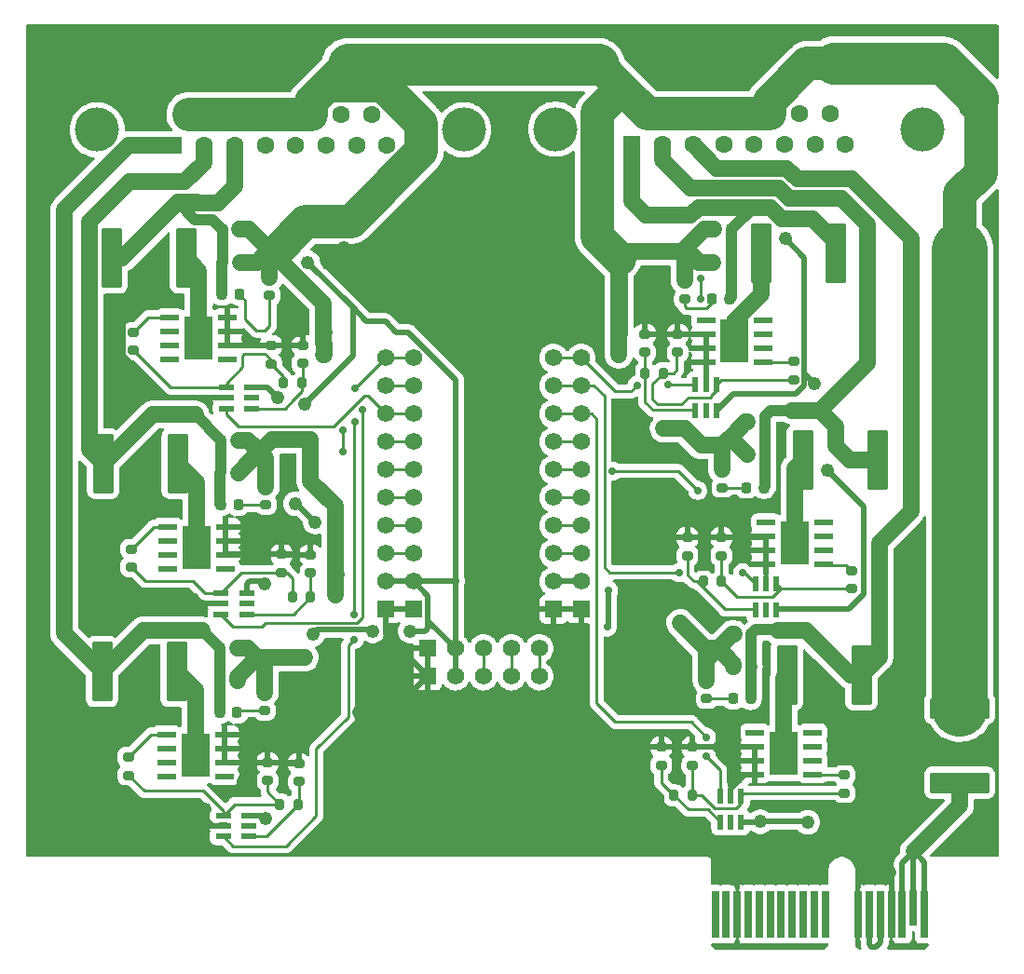
<source format=gbr>
%TF.GenerationSoftware,KiCad,Pcbnew,7.0.7*%
%TF.CreationDate,2023-10-23T22:40:38-07:00*%
%TF.ProjectId,MOSFET-board,4d4f5346-4554-42d6-926f-6172642e6b69,rev?*%
%TF.SameCoordinates,Original*%
%TF.FileFunction,Copper,L1,Top*%
%TF.FilePolarity,Positive*%
%FSLAX46Y46*%
G04 Gerber Fmt 4.6, Leading zero omitted, Abs format (unit mm)*
G04 Created by KiCad (PCBNEW 7.0.7) date 2023-10-23 22:40:38*
%MOMM*%
%LPD*%
G01*
G04 APERTURE LIST*
G04 Aperture macros list*
%AMRoundRect*
0 Rectangle with rounded corners*
0 $1 Rounding radius*
0 $2 $3 $4 $5 $6 $7 $8 $9 X,Y pos of 4 corners*
0 Add a 4 corners polygon primitive as box body*
4,1,4,$2,$3,$4,$5,$6,$7,$8,$9,$2,$3,0*
0 Add four circle primitives for the rounded corners*
1,1,$1+$1,$2,$3*
1,1,$1+$1,$4,$5*
1,1,$1+$1,$6,$7*
1,1,$1+$1,$8,$9*
0 Add four rect primitives between the rounded corners*
20,1,$1+$1,$2,$3,$4,$5,0*
20,1,$1+$1,$4,$5,$6,$7,0*
20,1,$1+$1,$6,$7,$8,$9,0*
20,1,$1+$1,$8,$9,$2,$3,0*%
G04 Aperture macros list end*
%TA.AperFunction,ComponentPad*%
%ADD10C,1.560000*%
%TD*%
%TA.AperFunction,ComponentPad*%
%ADD11R,1.560000X1.560000*%
%TD*%
%TA.AperFunction,SMDPad,CuDef*%
%ADD12RoundRect,0.250000X-0.712500X-2.475000X0.712500X-2.475000X0.712500X2.475000X-0.712500X2.475000X0*%
%TD*%
%TA.AperFunction,SMDPad,CuDef*%
%ADD13RoundRect,0.200000X-0.200000X-0.275000X0.200000X-0.275000X0.200000X0.275000X-0.200000X0.275000X0*%
%TD*%
%TA.AperFunction,SMDPad,CuDef*%
%ADD14RoundRect,0.200000X0.275000X-0.200000X0.275000X0.200000X-0.275000X0.200000X-0.275000X-0.200000X0*%
%TD*%
%TA.AperFunction,SMDPad,CuDef*%
%ADD15RoundRect,0.039900X0.800100X0.245100X-0.800100X0.245100X-0.800100X-0.245100X0.800100X-0.245100X0*%
%TD*%
%TA.AperFunction,SMDPad,CuDef*%
%ADD16R,2.650000X4.000000*%
%TD*%
%TA.AperFunction,SMDPad,CuDef*%
%ADD17RoundRect,0.200000X-0.275000X0.200000X-0.275000X-0.200000X0.275000X-0.200000X0.275000X0.200000X0*%
%TD*%
%TA.AperFunction,ComponentPad*%
%ADD18C,4.000000*%
%TD*%
%TA.AperFunction,ComponentPad*%
%ADD19R,1.600000X1.600000*%
%TD*%
%TA.AperFunction,ComponentPad*%
%ADD20C,1.600000*%
%TD*%
%TA.AperFunction,SMDPad,CuDef*%
%ADD21RoundRect,0.218750X-0.218750X-0.256250X0.218750X-0.256250X0.218750X0.256250X-0.218750X0.256250X0*%
%TD*%
%TA.AperFunction,SMDPad,CuDef*%
%ADD22RoundRect,0.250000X2.475000X-0.712500X2.475000X0.712500X-2.475000X0.712500X-2.475000X-0.712500X0*%
%TD*%
%TA.AperFunction,SMDPad,CuDef*%
%ADD23RoundRect,0.088500X-0.206500X0.606500X-0.206500X-0.606500X0.206500X-0.606500X0.206500X0.606500X0*%
%TD*%
%TA.AperFunction,SMDPad,CuDef*%
%ADD24RoundRect,0.200000X0.200000X0.275000X-0.200000X0.275000X-0.200000X-0.275000X0.200000X-0.275000X0*%
%TD*%
%TA.AperFunction,SMDPad,CuDef*%
%ADD25RoundRect,0.039900X-0.800100X-0.245100X0.800100X-0.245100X0.800100X0.245100X-0.800100X0.245100X0*%
%TD*%
%TA.AperFunction,SMDPad,CuDef*%
%ADD26RoundRect,0.218750X0.218750X0.256250X-0.218750X0.256250X-0.218750X-0.256250X0.218750X-0.256250X0*%
%TD*%
%TA.AperFunction,SMDPad,CuDef*%
%ADD27RoundRect,0.088500X-0.606500X-0.206500X0.606500X-0.206500X0.606500X0.206500X-0.606500X0.206500X0*%
%TD*%
%TA.AperFunction,ConnectorPad*%
%ADD28R,0.700000X4.300000*%
%TD*%
%TA.AperFunction,ConnectorPad*%
%ADD29R,0.700000X3.200000*%
%TD*%
%TA.AperFunction,SMDPad,CuDef*%
%ADD30RoundRect,0.250000X0.712500X2.475000X-0.712500X2.475000X-0.712500X-2.475000X0.712500X-2.475000X0*%
%TD*%
%TA.AperFunction,ViaPad*%
%ADD31C,0.711200*%
%TD*%
%TA.AperFunction,ViaPad*%
%ADD32C,1.219200*%
%TD*%
%TA.AperFunction,Conductor*%
%ADD33C,1.016000*%
%TD*%
%TA.AperFunction,Conductor*%
%ADD34C,1.524000*%
%TD*%
%TA.AperFunction,Conductor*%
%ADD35C,0.508000*%
%TD*%
%TA.AperFunction,Conductor*%
%ADD36C,0.254000*%
%TD*%
%TA.AperFunction,Conductor*%
%ADD37C,3.048000*%
%TD*%
%TA.AperFunction,Conductor*%
%ADD38C,3.810000*%
%TD*%
%TA.AperFunction,Conductor*%
%ADD39C,5.080000*%
%TD*%
G04 APERTURE END LIST*
D10*
%TO.P,U11,1,P10*%
%TO.N,PYRO1EN*%
X153598900Y-94045500D03*
%TO.P,U11,2,P11*%
%TO.N,PYRO3EN*%
X153598900Y-96585500D03*
%TO.P,U11,3,P12*%
%TO.N,PYRO5EN*%
X153598900Y-99125500D03*
%TO.P,U11,4,P13*%
%TO.N,PYRO7EN*%
X153598900Y-101665500D03*
%TO.P,U11,5,P14*%
%TO.N,PYRO9EN*%
X153598900Y-104205500D03*
%TO.P,U11,6,P15*%
%TO.N,unconnected-(U11-P15-Pad6)*%
X153598900Y-106745500D03*
%TO.P,U11,7,P16*%
%TO.N,unconnected-(U11-P16-Pad7)*%
X153598900Y-109285500D03*
%TO.P,U11,8,P17*%
%TO.N,unconnected-(U11-P17-Pad8)*%
X153598900Y-111825500D03*
%TO.P,U11,9,VDD*%
%TO.N,+5V*%
X153598900Y-114365500D03*
D11*
%TO.P,U11,10,GND*%
%TO.N,GND*%
X153598900Y-116905500D03*
%TO.P,U11,11,GND*%
X157408900Y-123001500D03*
D10*
%TO.P,U11,12,VCC*%
%TO.N,+5V*%
X159948900Y-123001500D03*
%TO.P,U11,13,SDA*%
%TO.N,I2C_SDA*%
X162488900Y-123001500D03*
%TO.P,U11,14,SCL*%
%TO.N,I2C_SCL*%
X165028900Y-123001500D03*
%TO.P,U11,15,INT*%
%TO.N,unconnected-(U11-INT-Pad15)*%
X167568900Y-123001500D03*
D11*
%TO.P,U11,16,GND*%
%TO.N,GND*%
X171378340Y-116905500D03*
D10*
%TO.P,U11,17,VDD*%
%TO.N,+5V*%
X171378340Y-114365500D03*
%TO.P,U11,18,P00*%
%TO.N,unconnected-(U11-P00-Pad18)*%
X171378340Y-111825500D03*
%TO.P,U11,19,P01*%
%TO.N,unconnected-(U11-P01-Pad19)*%
X171378340Y-109285500D03*
%TO.P,U11,20,P02*%
%TO.N,unconnected-(U11-P02-Pad20)*%
X171378340Y-106745500D03*
%TO.P,U11,21,P03*%
%TO.N,PYRO10EN*%
X171378340Y-104205500D03*
%TO.P,U11,22,P04*%
%TO.N,PYRO8EN*%
X171378340Y-101665500D03*
%TO.P,U11,23,P05*%
%TO.N,PYRO6EN*%
X171378340Y-99125500D03*
%TO.P,U11,24,P06*%
%TO.N,PYRO4EN*%
X171378340Y-96585500D03*
%TO.P,U11,25,P07*%
%TO.N,PYRO2EN*%
X171378340Y-94045500D03*
%TD*%
D12*
%TO.P,F7,1*%
%TO.N,Net-(U6-OUT)*%
X190062500Y-122875000D03*
%TO.P,F7,2*%
%TO.N,PYRO6*%
X196837500Y-122875000D03*
%TD*%
D13*
%TO.P,R85,1*%
%TO.N,Net-(R105-Pad2)*%
X144340000Y-96350000D03*
%TO.P,R85,2*%
%TO.N,Net-(R75-Pad1)*%
X145990000Y-96350000D03*
%TD*%
D14*
%TO.P,R100,1*%
%TO.N,Net-(R100-Pad1)*%
X184125000Y-112025000D03*
%TO.P,R100,2*%
%TO.N,GND*%
X184125000Y-110375000D03*
%TD*%
D15*
%TO.P,U6,1,IN*%
%TO.N,Net-(U6-IN)*%
X192408000Y-131930000D03*
%TO.P,U6,2,NC*%
%TO.N,unconnected-(U6-NC-Pad2)*%
X192408000Y-130660000D03*
%TO.P,U6,3,STATUS*%
%TO.N,unconnected-(U6-STATUS-Pad3)*%
X192408000Y-129390000D03*
%TO.P,U6,4,NC*%
%TO.N,unconnected-(U6-NC-Pad4)*%
X192408000Y-128120000D03*
%TO.P,U6,5,NC*%
%TO.N,unconnected-(U6-NC-Pad5)*%
X187178000Y-128120000D03*
%TO.P,U6,6,GND*%
%TO.N,GND*%
X187178000Y-129390000D03*
%TO.P,U6,7,GND*%
X187178000Y-130660000D03*
%TO.P,U6,8,GND*%
X187178000Y-131930000D03*
D16*
%TO.P,U6,9,OUT*%
%TO.N,Net-(U6-OUT)*%
X189793000Y-130025000D03*
%TD*%
D10*
%TO.P,,21,P03*%
%TO.N,PYRO10EN*%
X168860000Y-104210000D03*
%TD*%
D17*
%TO.P,R104,1*%
%TO.N,Net-(U3-IN)*%
X130500000Y-111425000D03*
%TO.P,R104,2*%
%TO.N,Net-(R104-Pad2)*%
X130500000Y-113075000D03*
%TD*%
%TO.P,R110,1*%
%TO.N,Net-(U4-IN)*%
X195950000Y-113400000D03*
%TO.P,R110,2*%
%TO.N,Net-(R100-Pad1)*%
X195950000Y-115050000D03*
%TD*%
%TO.P,R33,1*%
%TO.N,+12V*%
X180800000Y-87025000D03*
%TO.P,R33,2*%
%TO.N,Net-(D33-A)*%
X180800000Y-88675000D03*
%TD*%
D18*
%TO.P,J3,0*%
%TO.N,N/C*%
X160688000Y-73320331D03*
X127388000Y-73320331D03*
D19*
%TO.P,J3,1,1*%
%TO.N,PYRO1*%
X134343000Y-74740331D03*
D20*
%TO.P,J3,2,2*%
%TO.N,PYRO3*%
X137113000Y-74740331D03*
%TO.P,J3,3,3*%
%TO.N,PYRO5*%
X139883000Y-74740331D03*
%TO.P,J3,4,4*%
%TO.N,PYRO7*%
X142653000Y-74740331D03*
%TO.P,J3,5,5*%
%TO.N,PYRO9*%
X145423000Y-74740331D03*
%TO.P,J3,6,6*%
%TO.N,unconnected-(J3-Pad6)*%
X148193000Y-74740331D03*
%TO.P,J3,7,7*%
%TO.N,unconnected-(J3-Pad7)*%
X150963000Y-74740331D03*
%TO.P,J3,8,8*%
%TO.N,unconnected-(J3-Pad8)*%
X153733000Y-74740331D03*
%TO.P,J3,9,P9*%
%TO.N,+12V*%
X135728000Y-71900331D03*
%TO.P,J3,10,P10*%
X138498000Y-71900331D03*
%TO.P,J3,11,P111*%
X141268000Y-71900331D03*
%TO.P,J3,12,P12*%
X144038000Y-71900331D03*
%TO.P,J3,13,P13*%
X146808000Y-71900331D03*
%TO.P,J3,14,P14*%
%TO.N,unconnected-(J3-P14-Pad14)*%
X149578000Y-71900331D03*
%TO.P,J3,15,P15*%
%TO.N,unconnected-(J3-P15-Pad15)*%
X152348000Y-71900331D03*
%TD*%
D13*
%TO.P,R22,1*%
%TO.N,+12V*%
X185200000Y-122125000D03*
%TO.P,R22,2*%
%TO.N,PYRO6*%
X186850000Y-122125000D03*
%TD*%
D14*
%TO.P,R75,1*%
%TO.N,Net-(R75-Pad1)*%
X146040000Y-94550000D03*
%TO.P,R75,2*%
%TO.N,GND*%
X146040000Y-92900000D03*
%TD*%
D11*
%TO.P,,10,GND*%
%TO.N,GND*%
X156160000Y-116910000D03*
%TD*%
D10*
%TO.P,,8,P17*%
%TO.N,unconnected-(U11-P17-Pad8)*%
X156160000Y-111830000D03*
%TD*%
D21*
%TO.P,D49,1,K*%
%TO.N,+12V*%
X183442500Y-82350000D03*
%TO.P,D49,2,A*%
%TO.N,PYRO2*%
X185017500Y-82350000D03*
%TD*%
%TO.P,D50,1,K*%
%TO.N,+12V*%
X186462500Y-99875000D03*
%TO.P,D50,2,A*%
%TO.N,PYRO4*%
X188037500Y-99875000D03*
%TD*%
D14*
%TO.P,R95,1*%
%TO.N,Net-(R105-Pad2)*%
X143190000Y-94575000D03*
%TO.P,R95,2*%
%TO.N,GND*%
X143190000Y-92925000D03*
%TD*%
D10*
%TO.P,,15,INT*%
%TO.N,unconnected-(U11-INT-Pad15)*%
X167570000Y-120460000D03*
%TD*%
D12*
%TO.P,F10,1*%
%TO.N,Net-(U2-OUT)*%
X187737500Y-84500000D03*
%TO.P,F10,2*%
%TO.N,PYRO2*%
X194512500Y-84500000D03*
%TD*%
D22*
%TO.P,F1,1*%
%TO.N,Net-(F1-Pad1)*%
X205775000Y-132687500D03*
%TO.P,F1,2*%
%TO.N,+12V*%
X205775000Y-125912500D03*
%TD*%
D10*
%TO.P,,3,P12*%
%TO.N,PYRO5EN*%
X156160000Y-99130000D03*
%TD*%
D23*
%TO.P,U27,1*%
%TO.N,Net-(R106-Pad2)*%
X185900000Y-133930000D03*
%TO.P,U27,2*%
%TO.N,GND*%
X184950000Y-133930000D03*
%TO.P,U27,3*%
%TO.N,PYRO6EN*%
X184000000Y-133930000D03*
%TO.P,U27,4*%
%TO.N,Net-(R76-Pad1)*%
X184000000Y-136260000D03*
%TO.P,U27,5*%
%TO.N,unconnected-(U27-Pad5)*%
X184950000Y-136260000D03*
%TO.P,U27,6*%
%TO.N,+5V*%
X185900000Y-136260000D03*
%TD*%
D17*
%TO.P,R105,1*%
%TO.N,Net-(U5-IN)*%
X130690000Y-91700000D03*
%TO.P,R105,2*%
%TO.N,Net-(R105-Pad2)*%
X130690000Y-93350000D03*
%TD*%
D10*
%TO.P,,25,P07*%
%TO.N,PYRO2EN*%
X168860000Y-94050000D03*
%TD*%
D14*
%TO.P,R94,1*%
%TO.N,Net-(R104-Pad2)*%
X144150000Y-113575000D03*
%TO.P,R94,2*%
%TO.N,GND*%
X144150000Y-111925000D03*
%TD*%
D10*
%TO.P,,7,P16*%
%TO.N,unconnected-(U11-P16-Pad7)*%
X156160000Y-109290000D03*
%TD*%
D24*
%TO.P,R90,1*%
%TO.N,Net-(R100-Pad1)*%
X184125000Y-114375000D03*
%TO.P,R90,2*%
%TO.N,Net-(R80-Pad1)*%
X182475000Y-114375000D03*
%TD*%
D10*
%TO.P,,20,P02*%
%TO.N,unconnected-(U11-P02-Pad20)*%
X168860000Y-106750000D03*
%TD*%
D25*
%TO.P,U1,1,IN*%
%TO.N,Net-(U1-IN)*%
X133702500Y-128290000D03*
%TO.P,U1,2,NC*%
%TO.N,unconnected-(U1-NC-Pad2)*%
X133702500Y-129560000D03*
%TO.P,U1,3,STATUS*%
%TO.N,unconnected-(U1-STATUS-Pad3)*%
X133702500Y-130830000D03*
%TO.P,U1,4,NC*%
%TO.N,unconnected-(U1-NC-Pad4)*%
X133702500Y-132100000D03*
%TO.P,U1,5,NC*%
%TO.N,unconnected-(U1-NC-Pad5)*%
X138932500Y-132100000D03*
%TO.P,U1,6,GND*%
%TO.N,GND*%
X138932500Y-130830000D03*
%TO.P,U1,7,GND*%
X138932500Y-129560000D03*
%TO.P,U1,8,GND*%
X138932500Y-128290000D03*
D16*
%TO.P,U1,9,OUT*%
%TO.N,Net-(U1-OUT)*%
X136317500Y-130195000D03*
%TD*%
D15*
%TO.P,U4,1,IN*%
%TO.N,Net-(U4-IN)*%
X193380000Y-112805000D03*
%TO.P,U4,2,NC*%
%TO.N,unconnected-(U4-NC-Pad2)*%
X193380000Y-111535000D03*
%TO.P,U4,3,STATUS*%
%TO.N,unconnected-(U4-STATUS-Pad3)*%
X193380000Y-110265000D03*
%TO.P,U4,4,NC*%
%TO.N,unconnected-(U4-NC-Pad4)*%
X193380000Y-108995000D03*
%TO.P,U4,5,NC*%
%TO.N,unconnected-(U4-NC-Pad5)*%
X188150000Y-108995000D03*
%TO.P,U4,6,GND*%
%TO.N,GND*%
X188150000Y-110265000D03*
%TO.P,U4,7,GND*%
X188150000Y-111535000D03*
%TO.P,U4,8,GND*%
X188150000Y-112805000D03*
D16*
%TO.P,U4,9,OUT*%
%TO.N,Net-(U4-OUT)*%
X190765000Y-110900000D03*
%TD*%
D13*
%TO.P,R34,1*%
%TO.N,+12V*%
X183350000Y-85375000D03*
%TO.P,R34,2*%
%TO.N,PYRO2*%
X185000000Y-85375000D03*
%TD*%
D10*
%TO.P,,19,P01*%
%TO.N,unconnected-(U11-P01-Pad19)*%
X168860000Y-109290000D03*
%TD*%
D26*
%TO.P,D44,1,K*%
%TO.N,+12V*%
X140212500Y-101525000D03*
%TO.P,D44,2,A*%
%TO.N,PYRO3*%
X138637500Y-101525000D03*
%TD*%
D10*
%TO.P,,24,P06*%
%TO.N,PYRO4EN*%
X168860000Y-96590000D03*
%TD*%
D27*
%TO.P,U26,1*%
%TO.N,Net-(R105-Pad2)*%
X139100000Y-96740000D03*
%TO.P,U26,2*%
%TO.N,GND*%
X139100000Y-97690000D03*
%TO.P,U26,3*%
%TO.N,PYRO5EN*%
X139100000Y-98640000D03*
%TO.P,U26,4*%
%TO.N,Net-(R75-Pad1)*%
X141430000Y-98640000D03*
%TO.P,U26,5*%
%TO.N,unconnected-(U26-Pad5)*%
X141430000Y-97690000D03*
%TO.P,U26,6*%
%TO.N,+5V*%
X141430000Y-96740000D03*
%TD*%
D23*
%TO.P,U30,1*%
%TO.N,Net-(R109-Pad2)*%
X183650000Y-96490000D03*
%TO.P,U30,2*%
%TO.N,GND*%
X182700000Y-96490000D03*
%TO.P,U30,3*%
%TO.N,PYRO2EN*%
X181750000Y-96490000D03*
%TO.P,U30,4*%
%TO.N,Net-(R79-Pad1)*%
X181750000Y-98820000D03*
%TO.P,U30,5*%
%TO.N,unconnected-(U30-Pad5)*%
X182700000Y-98820000D03*
%TO.P,U30,6*%
%TO.N,+5V*%
X183650000Y-98820000D03*
%TD*%
D13*
%TO.P,R84,1*%
%TO.N,Net-(R104-Pad2)*%
X145125000Y-115775000D03*
%TO.P,R84,2*%
%TO.N,Net-(R74-Pad1)*%
X146775000Y-115775000D03*
%TD*%
D17*
%TO.P,R13,1*%
%TO.N,+12V*%
X142714750Y-105757250D03*
%TO.P,R13,2*%
%TO.N,Net-(D13-A)*%
X142714750Y-107407250D03*
%TD*%
D14*
%TO.P,R99,1*%
%TO.N,Net-(R109-Pad2)*%
X180150000Y-93550000D03*
%TO.P,R99,2*%
%TO.N,GND*%
X180150000Y-91900000D03*
%TD*%
D17*
%TO.P,R21,1*%
%TO.N,+12V*%
X182775000Y-123400000D03*
%TO.P,R21,2*%
%TO.N,Net-(D21-A)*%
X182775000Y-125050000D03*
%TD*%
D24*
%TO.P,R10,1*%
%TO.N,+12V*%
X140175000Y-123375000D03*
%TO.P,R10,2*%
%TO.N,PYRO1*%
X138525000Y-123375000D03*
%TD*%
D26*
%TO.P,D33,1,K*%
%TO.N,PYRO2*%
X184837500Y-88675000D03*
%TO.P,D33,2,A*%
%TO.N,Net-(D33-A)*%
X183262500Y-88675000D03*
%TD*%
D14*
%TO.P,R80,1*%
%TO.N,Net-(R80-Pad1)*%
X181025000Y-112025000D03*
%TO.P,R80,2*%
%TO.N,GND*%
X181025000Y-110375000D03*
%TD*%
D15*
%TO.P,U2,1,IN*%
%TO.N,Net-(U2-IN)*%
X187930000Y-94435000D03*
%TO.P,U2,2,NC*%
%TO.N,unconnected-(U2-NC-Pad2)*%
X187930000Y-93165000D03*
%TO.P,U2,3,STATUS*%
%TO.N,unconnected-(U2-STATUS-Pad3)*%
X187930000Y-91895000D03*
%TO.P,U2,4,NC*%
%TO.N,unconnected-(U2-NC-Pad4)*%
X187930000Y-90625000D03*
%TO.P,U2,5,NC*%
%TO.N,unconnected-(U2-NC-Pad5)*%
X182700000Y-90625000D03*
%TO.P,U2,6,GND*%
%TO.N,GND*%
X182700000Y-91895000D03*
%TO.P,U2,7,GND*%
X182700000Y-93165000D03*
%TO.P,U2,8,GND*%
X182700000Y-94435000D03*
D16*
%TO.P,U2,9,OUT*%
%TO.N,Net-(U2-OUT)*%
X185315000Y-92530000D03*
%TD*%
D27*
%TO.P,U24,1*%
%TO.N,Net-(R103-Pad2)*%
X138840000Y-135650000D03*
%TO.P,U24,2*%
%TO.N,GND*%
X138840000Y-136600000D03*
%TO.P,U24,3*%
%TO.N,PYRO1EN*%
X138840000Y-137550000D03*
%TO.P,U24,4*%
%TO.N,Net-(R73-Pad1)*%
X141170000Y-137550000D03*
%TO.P,U24,5*%
%TO.N,unconnected-(U24-Pad5)*%
X141170000Y-136600000D03*
%TO.P,U24,6*%
%TO.N,+5V*%
X141170000Y-135650000D03*
%TD*%
D23*
%TO.P,U31,1*%
%TO.N,Net-(R100-Pad1)*%
X189100000Y-114622500D03*
%TO.P,U31,2*%
%TO.N,GND*%
X188150000Y-114622500D03*
%TO.P,U31,3*%
%TO.N,PYRO4EN*%
X187200000Y-114622500D03*
%TO.P,U31,4*%
%TO.N,Net-(R80-Pad1)*%
X187200000Y-116952500D03*
%TO.P,U31,5*%
%TO.N,unconnected-(U31-Pad5)*%
X188150000Y-116952500D03*
%TO.P,U31,6*%
%TO.N,+5V*%
X189100000Y-116952500D03*
%TD*%
D10*
%TO.P,,1,P10*%
%TO.N,PYRO1EN*%
X156160000Y-94050000D03*
%TD*%
D11*
%TO.P,,16,GND*%
%TO.N,GND*%
X168860000Y-116910000D03*
%TD*%
D10*
%TO.P,,9,VDD*%
%TO.N,+5V*%
X156160000Y-114370000D03*
%TD*%
D28*
%TO.P,J1,B1,B1*%
%TO.N,unconnected-(J1-PadB1)*%
X183550160Y-144641000D03*
%TO.P,J1,B2,B2*%
%TO.N,unconnected-(J1-PadB2)*%
X184550160Y-144641000D03*
%TO.P,J1,B3,B3*%
%TO.N,GND*%
X185550160Y-144641000D03*
%TO.P,J1,B4,B4*%
%TO.N,unconnected-(J1-PadB4)*%
X186550160Y-144641000D03*
%TO.P,J1,B5,B5*%
%TO.N,unconnected-(J1-PadB5)*%
X187550160Y-144641000D03*
%TO.P,J1,B6,B6*%
%TO.N,unconnected-(J1-PadB6)*%
X188550160Y-144641000D03*
%TO.P,J1,B7,B7*%
%TO.N,unconnected-(J1-PadB7)*%
X189550160Y-144641000D03*
%TO.P,J1,B8,B8*%
%TO.N,unconnected-(J1-PadB8)*%
X190550160Y-144641000D03*
%TO.P,J1,B9,B9*%
%TO.N,unconnected-(J1-PadB9)*%
X191550160Y-144641000D03*
%TO.P,J1,B10,B10*%
%TO.N,unconnected-(J1-PadB10)*%
X192550160Y-144641000D03*
%TO.P,J1,B11,B11*%
%TO.N,unconnected-(J1-PadB11)*%
X193550160Y-144641000D03*
%TO.P,J1,B12,B12*%
%TO.N,GND*%
X196550160Y-144641000D03*
%TO.P,J1,B13,B13*%
%TO.N,+3.3V*%
X197550160Y-144641000D03*
%TO.P,J1,B14,B14*%
X198550160Y-144641000D03*
%TO.P,J1,B15,B15*%
%TO.N,GND*%
X199550160Y-144641000D03*
%TO.P,J1,B16,B16*%
%TO.N,Net-(F1-Pad1)*%
X200550160Y-144641000D03*
D29*
%TO.P,J1,B17,B17*%
X201550160Y-144091000D03*
D28*
%TO.P,J1,B18,B18*%
X202550160Y-144641000D03*
%TD*%
D10*
%TO.P,,5,P14*%
%TO.N,PYRO9EN*%
X156160000Y-104210000D03*
%TD*%
D24*
%TO.P,R14,1*%
%TO.N,+12V*%
X140225000Y-104500000D03*
%TO.P,R14,2*%
%TO.N,PYRO3*%
X138575000Y-104500000D03*
%TD*%
D17*
%TO.P,R9,1*%
%TO.N,+12V*%
X142622250Y-124461250D03*
%TO.P,R9,2*%
%TO.N,Net-(D9-A)*%
X142622250Y-126111250D03*
%TD*%
D26*
%TO.P,D37,1,K*%
%TO.N,PYRO4*%
X187962500Y-105850000D03*
%TO.P,D37,2,A*%
%TO.N,Net-(D37-A)*%
X186387500Y-105850000D03*
%TD*%
D12*
%TO.P,F11,1*%
%TO.N,Net-(U4-OUT)*%
X191512500Y-103330000D03*
%TO.P,F11,2*%
%TO.N,PYRO4*%
X198287500Y-103330000D03*
%TD*%
D10*
%TO.P,,22,P04*%
%TO.N,PYRO8EN*%
X168860000Y-101670000D03*
%TD*%
D26*
%TO.P,D43,1,K*%
%TO.N,+12V*%
X140137500Y-120475000D03*
%TO.P,D43,2,A*%
%TO.N,PYRO1*%
X138562500Y-120475000D03*
%TD*%
D17*
%TO.P,R103,1*%
%TO.N,Net-(U1-IN)*%
X130225000Y-130350000D03*
%TO.P,R103,2*%
%TO.N,Net-(R103-Pad2)*%
X130225000Y-132000000D03*
%TD*%
D14*
%TO.P,R96,1*%
%TO.N,Net-(R106-Pad2)*%
X181475000Y-131075000D03*
%TO.P,R96,2*%
%TO.N,GND*%
X181475000Y-129425000D03*
%TD*%
%TO.P,R76,1*%
%TO.N,Net-(R76-Pad1)*%
X178650000Y-131075000D03*
%TO.P,R76,2*%
%TO.N,GND*%
X178650000Y-129425000D03*
%TD*%
%TO.P,R74,1*%
%TO.N,Net-(R74-Pad1)*%
X146775000Y-113600000D03*
%TO.P,R74,2*%
%TO.N,GND*%
X146775000Y-111950000D03*
%TD*%
%TO.P,R79,1*%
%TO.N,Net-(R79-Pad1)*%
X177175000Y-93550000D03*
%TO.P,R79,2*%
%TO.N,GND*%
X177175000Y-91900000D03*
%TD*%
D13*
%TO.P,R38,1*%
%TO.N,+12V*%
X186450000Y-102825000D03*
%TO.P,R38,2*%
%TO.N,PYRO4*%
X188100000Y-102825000D03*
%TD*%
D17*
%TO.P,R109,1*%
%TO.N,Net-(U2-IN)*%
X190675000Y-94400000D03*
%TO.P,R109,2*%
%TO.N,Net-(R109-Pad2)*%
X190675000Y-96050000D03*
%TD*%
%TO.P,R17,1*%
%TO.N,+12V*%
X143065000Y-86700000D03*
%TO.P,R17,2*%
%TO.N,Net-(D17-A)*%
X143065000Y-88350000D03*
%TD*%
D14*
%TO.P,R73,1*%
%TO.N,Net-(R73-Pad1)*%
X145700000Y-132575000D03*
%TO.P,R73,2*%
%TO.N,GND*%
X145700000Y-130925000D03*
%TD*%
D24*
%TO.P,R89,1*%
%TO.N,Net-(R109-Pad2)*%
X178825000Y-95425000D03*
%TO.P,R89,2*%
%TO.N,Net-(R79-Pad1)*%
X177175000Y-95425000D03*
%TD*%
D18*
%TO.P,J2,0*%
%TO.N,N/C*%
X202344000Y-73256000D03*
X169044000Y-73256000D03*
D19*
%TO.P,J2,1,1*%
%TO.N,PYRO2*%
X175999000Y-74676000D03*
D20*
%TO.P,J2,2,2*%
%TO.N,PYRO4*%
X178769000Y-74676000D03*
%TO.P,J2,3,3*%
%TO.N,PYRO6*%
X181539000Y-74676000D03*
%TO.P,J2,4,4*%
%TO.N,PYRO8*%
X184309000Y-74676000D03*
%TO.P,J2,5,5*%
%TO.N,PYRO10*%
X187079000Y-74676000D03*
%TO.P,J2,6,6*%
%TO.N,unconnected-(J2-Pad6)*%
X189849000Y-74676000D03*
%TO.P,J2,7,7*%
%TO.N,unconnected-(J2-Pad7)*%
X192619000Y-74676000D03*
%TO.P,J2,8,8*%
%TO.N,unconnected-(J2-Pad8)*%
X195389000Y-74676000D03*
%TO.P,J2,9,P9*%
%TO.N,+12V*%
X177384000Y-71836000D03*
%TO.P,J2,10,P10*%
X180154000Y-71836000D03*
%TO.P,J2,11,P111*%
X182924000Y-71836000D03*
%TO.P,J2,12,P12*%
X185694000Y-71836000D03*
%TO.P,J2,13,P13*%
X188464000Y-71836000D03*
%TO.P,J2,14,P14*%
%TO.N,unconnected-(J2-P14-Pad14)*%
X191234000Y-71836000D03*
%TO.P,J2,15,P15*%
%TO.N,unconnected-(J2-P15-Pad15)*%
X194004000Y-71836000D03*
%TD*%
D10*
%TO.P,,12,VCC*%
%TO.N,+5V*%
X159950000Y-120460000D03*
%TD*%
D21*
%TO.P,D17,1,K*%
%TO.N,PYRO5*%
X138752500Y-88300000D03*
%TO.P,D17,2,A*%
%TO.N,Net-(D17-A)*%
X140327500Y-88300000D03*
%TD*%
D26*
%TO.P,D45,1,K*%
%TO.N,+12V*%
X140327500Y-82325000D03*
%TO.P,D45,2,A*%
%TO.N,PYRO5*%
X138752500Y-82325000D03*
%TD*%
D27*
%TO.P,U25,1*%
%TO.N,Net-(R104-Pad2)*%
X138640000Y-115460000D03*
%TO.P,U25,2*%
%TO.N,GND*%
X138640000Y-116410000D03*
%TO.P,U25,3*%
%TO.N,PYRO3EN*%
X138640000Y-117360000D03*
%TO.P,U25,4*%
%TO.N,Net-(R74-Pad1)*%
X140970000Y-117360000D03*
%TO.P,U25,5*%
%TO.N,unconnected-(U25-Pad5)*%
X140970000Y-116410000D03*
%TO.P,U25,6*%
%TO.N,+5V*%
X140970000Y-115460000D03*
%TD*%
D10*
%TO.P,,23,P05*%
%TO.N,PYRO6EN*%
X168860000Y-99130000D03*
%TD*%
D11*
%TO.P,,11,GND*%
%TO.N,GND*%
X157410000Y-120460000D03*
%TD*%
D25*
%TO.P,U3,1,IN*%
%TO.N,Net-(U3-IN)*%
X133795000Y-109395000D03*
%TO.P,U3,2,NC*%
%TO.N,unconnected-(U3-NC-Pad2)*%
X133795000Y-110665000D03*
%TO.P,U3,3,STATUS*%
%TO.N,unconnected-(U3-STATUS-Pad3)*%
X133795000Y-111935000D03*
%TO.P,U3,4,NC*%
%TO.N,unconnected-(U3-NC-Pad4)*%
X133795000Y-113205000D03*
%TO.P,U3,5,NC*%
%TO.N,unconnected-(U3-NC-Pad5)*%
X139025000Y-113205000D03*
%TO.P,U3,6,GND*%
%TO.N,GND*%
X139025000Y-111935000D03*
%TO.P,U3,7,GND*%
X139025000Y-110665000D03*
%TO.P,U3,8,GND*%
X139025000Y-109395000D03*
D16*
%TO.P,U3,9,OUT*%
%TO.N,Net-(U3-OUT)*%
X136410000Y-111300000D03*
%TD*%
D10*
%TO.P,,18,P00*%
%TO.N,unconnected-(U11-P00-Pad18)*%
X168860000Y-111830000D03*
%TD*%
D30*
%TO.P,F4,1*%
%TO.N,Net-(U1-OUT)*%
X134625000Y-122575000D03*
%TO.P,F4,2*%
%TO.N,PYRO1*%
X127850000Y-122575000D03*
%TD*%
D10*
%TO.P,,6,P15*%
%TO.N,unconnected-(U11-P15-Pad6)*%
X156160000Y-106750000D03*
%TD*%
%TO.P,,13,SDA*%
%TO.N,I2C_SDA*%
X162490000Y-120460000D03*
%TD*%
D17*
%TO.P,R37,1*%
%TO.N,+12V*%
X184200000Y-104200000D03*
%TO.P,R37,2*%
%TO.N,Net-(D37-A)*%
X184200000Y-105850000D03*
%TD*%
D21*
%TO.P,D13,1,K*%
%TO.N,PYRO3*%
X138625250Y-107407250D03*
%TO.P,D13,2,A*%
%TO.N,Net-(D13-A)*%
X140200250Y-107407250D03*
%TD*%
%TO.P,D46,1,K*%
%TO.N,+12V*%
X185250000Y-119175000D03*
%TO.P,D46,2,A*%
%TO.N,PYRO6*%
X186825000Y-119175000D03*
%TD*%
D30*
%TO.P,F6,1*%
%TO.N,Net-(U5-OUT)*%
X135455619Y-84980001D03*
%TO.P,F6,2*%
%TO.N,PYRO5*%
X128680619Y-84980001D03*
%TD*%
D26*
%TO.P,D21,1,K*%
%TO.N,PYRO6*%
X186762500Y-125050000D03*
%TO.P,D21,2,A*%
%TO.N,Net-(D21-A)*%
X185187500Y-125050000D03*
%TD*%
D10*
%TO.P,,4,P13*%
%TO.N,PYRO7EN*%
X156160000Y-101670000D03*
%TD*%
D24*
%TO.P,R18,1*%
%TO.N,+12V*%
X140415000Y-85350000D03*
%TO.P,R18,2*%
%TO.N,PYRO5*%
X138765000Y-85350000D03*
%TD*%
D25*
%TO.P,U5,1,IN*%
%TO.N,Net-(U5-IN)*%
X134010000Y-90370000D03*
%TO.P,U5,2,NC*%
%TO.N,unconnected-(U5-NC-Pad2)*%
X134010000Y-91640000D03*
%TO.P,U5,3,STATUS*%
%TO.N,unconnected-(U5-STATUS-Pad3)*%
X134010000Y-92910000D03*
%TO.P,U5,4,NC*%
%TO.N,unconnected-(U5-NC-Pad4)*%
X134010000Y-94180000D03*
%TO.P,U5,5,NC*%
%TO.N,unconnected-(U5-NC-Pad5)*%
X139240000Y-94180000D03*
%TO.P,U5,6,GND*%
%TO.N,GND*%
X139240000Y-92910000D03*
%TO.P,U5,7,GND*%
X139240000Y-91640000D03*
%TO.P,U5,8,GND*%
X139240000Y-90370000D03*
D16*
%TO.P,U5,9,OUT*%
%TO.N,Net-(U5-OUT)*%
X136625000Y-92275000D03*
%TD*%
D24*
%TO.P,R86,1*%
%TO.N,Net-(R106-Pad2)*%
X181450000Y-133825000D03*
%TO.P,R86,2*%
%TO.N,Net-(R76-Pad1)*%
X179800000Y-133825000D03*
%TD*%
D17*
%TO.P,R106,1*%
%TO.N,Net-(U6-IN)*%
X195300000Y-131975000D03*
%TO.P,R106,2*%
%TO.N,Net-(R106-Pad2)*%
X195300000Y-133625000D03*
%TD*%
D13*
%TO.P,R83,1*%
%TO.N,Net-(R103-Pad2)*%
X144000000Y-134625000D03*
%TO.P,R83,2*%
%TO.N,Net-(R73-Pad1)*%
X145650000Y-134625000D03*
%TD*%
D21*
%TO.P,D9,1,K*%
%TO.N,PYRO1*%
X138532750Y-126302250D03*
%TO.P,D9,2,A*%
%TO.N,Net-(D9-A)*%
X140107750Y-126302250D03*
%TD*%
D10*
%TO.P,,17,VDD*%
%TO.N,+5V*%
X168860000Y-114370000D03*
%TD*%
%TO.P,,2,P11*%
%TO.N,PYRO3EN*%
X156160000Y-96590000D03*
%TD*%
%TO.P,,14,SCL*%
%TO.N,I2C_SCL*%
X165030000Y-120460000D03*
%TD*%
D30*
%TO.P,F5,1*%
%TO.N,Net-(U3-OUT)*%
X134717500Y-103680000D03*
%TO.P,F5,2*%
%TO.N,PYRO3*%
X127942500Y-103680000D03*
%TD*%
D14*
%TO.P,R93,1*%
%TO.N,Net-(R103-Pad2)*%
X142875000Y-132500000D03*
%TO.P,R93,2*%
%TO.N,GND*%
X142875000Y-130850000D03*
%TD*%
D31*
%TO.N,+12V*%
X145700000Y-101450000D03*
X180375000Y-118150000D03*
X148025000Y-91750000D03*
X146250000Y-121300000D03*
X178875000Y-100475000D03*
X146775000Y-101475000D03*
X149075000Y-114700000D03*
X174800000Y-93750000D03*
X181750000Y-119525000D03*
X149100000Y-113725000D03*
X147975000Y-93775000D03*
X174800000Y-92800000D03*
X144550000Y-101450000D03*
X148000000Y-92750000D03*
X181025000Y-118850000D03*
X149050000Y-115625000D03*
X145000000Y-121300000D03*
X180775000Y-100500000D03*
X143750000Y-121275000D03*
X179825000Y-100475000D03*
X174825000Y-91875000D03*
D32*
%TO.N,GND*%
X171560000Y-90970000D03*
X179750000Y-114975000D03*
X140616784Y-132528481D03*
X178500000Y-88645000D03*
X161690000Y-116020000D03*
X151190100Y-126247002D03*
X137175000Y-135125000D03*
X132100000Y-116100000D03*
X145625000Y-91550000D03*
X175375000Y-116900000D03*
X197057900Y-139664909D03*
X190650000Y-138625000D03*
X148387393Y-85487607D03*
X133225000Y-85820900D03*
X149800000Y-84050000D03*
X178700000Y-109675000D03*
D31*
X136280000Y-115820000D03*
D32*
X142550000Y-111925000D03*
X148875000Y-126275000D03*
X199433060Y-140825160D03*
D31*
%TO.N,PYRO1EN*%
X150788900Y-99825000D03*
X150750000Y-119650000D03*
X150850000Y-96788900D03*
X150725000Y-117375000D03*
%TO.N,PYRO2EN*%
X179245841Y-96513065D03*
X176438900Y-96550000D03*
%TO.N,PYRO3EN*%
X151500000Y-98750000D03*
%TO.N,PYRO4EN*%
X180275000Y-113575000D03*
X186025000Y-113600000D03*
%TO.N,PYRO6EN*%
X182750000Y-128526900D03*
X182750000Y-130300000D03*
%TO.N,PYRO8EN*%
X182200000Y-86850000D03*
X182200000Y-88725000D03*
%TO.N,PYRO9EN*%
X149750000Y-102600000D03*
X149700000Y-100600000D03*
%TO.N,PYRO10EN*%
X181950000Y-106100000D03*
X174211100Y-104350000D03*
D32*
%TO.N,Net-(F1-Pad1)*%
X201600000Y-138925000D03*
%TO.N,+5V*%
X146250000Y-98225000D03*
X146975000Y-119175000D03*
X152425000Y-118875000D03*
X147200000Y-108975000D03*
X189900000Y-83200000D03*
X187640000Y-136220000D03*
X146525000Y-85400000D03*
X143799893Y-97659900D03*
D31*
X173730000Y-118520000D03*
X173860000Y-115200000D03*
D32*
X145400000Y-107300000D03*
X142725000Y-135950000D03*
X142625000Y-114565100D03*
X155822400Y-118875000D03*
D31*
X159950000Y-114340000D03*
D32*
X193775000Y-104300000D03*
X191975000Y-136275000D03*
X192575000Y-96375000D03*
%TD*%
D33*
%TO.N,PYRO1*%
X138532750Y-126302250D02*
X138532750Y-123382750D01*
D34*
X136921500Y-118834000D02*
X131591000Y-118834000D01*
X124400000Y-119125000D02*
X127850000Y-122575000D01*
X131591000Y-118834000D02*
X127850000Y-122575000D01*
X130233269Y-74740331D02*
X124400000Y-80573600D01*
D33*
X138532750Y-123382750D02*
X138525000Y-123375000D01*
X138562500Y-120475000D02*
X136921500Y-118834000D01*
D34*
X134343000Y-74740331D02*
X130233269Y-74740331D01*
D33*
X138562500Y-123337500D02*
X138525000Y-123375000D01*
D34*
X124400000Y-80573600D02*
X124400000Y-119125000D01*
D33*
X138562500Y-120475000D02*
X138562500Y-123337500D01*
D35*
%TO.N,+3.3V*%
X198550160Y-147199840D02*
X198550160Y-144641000D01*
X197550160Y-147375160D02*
X197758000Y-147583000D01*
X197550160Y-144641000D02*
X197550160Y-147375160D01*
X198167000Y-147583000D02*
X198550160Y-147199840D01*
X197758000Y-147583000D02*
X198167000Y-147583000D01*
D34*
%TO.N,PYRO2*%
X175999000Y-74676000D02*
X175999000Y-79824000D01*
X188565394Y-80350000D02*
X187475000Y-80350000D01*
X194512500Y-84500000D02*
X194512500Y-83487500D01*
D33*
X185017500Y-85357500D02*
X185000000Y-85375000D01*
X185000000Y-88512500D02*
X185000000Y-85375000D01*
D34*
X189615394Y-81400000D02*
X188565394Y-80350000D01*
X177275000Y-81100000D02*
X181285528Y-81100000D01*
D33*
X184837500Y-88675000D02*
X185000000Y-88512500D01*
X187017500Y-80350000D02*
X187475000Y-80350000D01*
D34*
X192425000Y-81400000D02*
X189615394Y-81400000D01*
X175999000Y-79824000D02*
X177275000Y-81100000D01*
X181285528Y-81100000D02*
X182035528Y-80350000D01*
D33*
X185017500Y-82350000D02*
X187017500Y-80350000D01*
X185017500Y-82350000D02*
X185017500Y-85357500D01*
D34*
X182035528Y-80350000D02*
X187475000Y-80350000D01*
X194512500Y-83487500D02*
X192425000Y-81400000D01*
D33*
%TO.N,PYRO3*%
X138637500Y-104437500D02*
X138575000Y-104500000D01*
D34*
X130325000Y-78050000D02*
X126702119Y-81672881D01*
X137113000Y-74740331D02*
X137113000Y-76287000D01*
D33*
X138637500Y-101525000D02*
X136312500Y-99200000D01*
D34*
X137113000Y-76287000D02*
X135350000Y-78050000D01*
D33*
X138575000Y-107357000D02*
X138625250Y-107407250D01*
D34*
X126702119Y-81672881D02*
X126702119Y-102439619D01*
X132422500Y-99200000D02*
X127942500Y-103680000D01*
D33*
X138637500Y-101525000D02*
X138637500Y-104437500D01*
X138575000Y-104500000D02*
X138575000Y-107357000D01*
D34*
X135350000Y-78050000D02*
X130325000Y-78050000D01*
X136312500Y-99200000D02*
X132422500Y-99200000D01*
X126702119Y-102439619D02*
X127942500Y-103680000D01*
D36*
%TO.N,Net-(D9-A)*%
X140298750Y-126111250D02*
X140107750Y-126302250D01*
X142622250Y-126111250D02*
X140298750Y-126111250D01*
D33*
%TO.N,PYRO4*%
X188100000Y-105712500D02*
X188100000Y-102825000D01*
X188037500Y-99875000D02*
X188037500Y-99387500D01*
D34*
X198287500Y-103330000D02*
X195755000Y-103330000D01*
X195755000Y-103330000D02*
X194475000Y-102050000D01*
X193050000Y-98825000D02*
X190525000Y-98825000D01*
X197350000Y-94525000D02*
X193050000Y-98825000D01*
X194475000Y-102050000D02*
X194475000Y-100250000D01*
D33*
X188037500Y-99387500D02*
X188600000Y-98825000D01*
D34*
X178769000Y-74676000D02*
X178769000Y-76041944D01*
X193175000Y-98950000D02*
X193050000Y-98825000D01*
X194475000Y-100250000D02*
X193175000Y-98950000D01*
X190279866Y-79550000D02*
X195000000Y-79550000D01*
X197350000Y-81900000D02*
X197350000Y-94525000D01*
D33*
X188600000Y-98825000D02*
X190525000Y-98825000D01*
D34*
X178769000Y-76041944D02*
X181299056Y-78572000D01*
X195000000Y-79550000D02*
X197350000Y-81900000D01*
D33*
X187962500Y-105850000D02*
X188100000Y-105712500D01*
X188037500Y-99875000D02*
X188037500Y-102762500D01*
X188037500Y-102762500D02*
X188100000Y-102825000D01*
D34*
X181299056Y-78572000D02*
X189301866Y-78572000D01*
X189301866Y-78572000D02*
X190279866Y-79550000D01*
D36*
%TO.N,Net-(D13-A)*%
X142714750Y-107407250D02*
X140200250Y-107407250D01*
D34*
%TO.N,PYRO5*%
X136405378Y-79924165D02*
X136456213Y-79975000D01*
X136456213Y-79975000D02*
X138375000Y-79975000D01*
X129643330Y-84980001D02*
X128680619Y-84980001D01*
D33*
X136250000Y-81475000D02*
X134699165Y-79924165D01*
X138765000Y-82337500D02*
X138752500Y-82325000D01*
X138752500Y-85362500D02*
X138765000Y-85350000D01*
D34*
X134699165Y-79924165D02*
X129643330Y-84980001D01*
D33*
X138752500Y-88300000D02*
X138752500Y-85362500D01*
D34*
X136351665Y-79924165D02*
X136405378Y-79924165D01*
X139883000Y-78467000D02*
X139883000Y-74740331D01*
X138375000Y-79975000D02*
X139883000Y-78467000D01*
X136351665Y-79924165D02*
X134699165Y-79924165D01*
D33*
X138765000Y-85350000D02*
X138765000Y-82337500D01*
X137902500Y-81475000D02*
X136250000Y-81475000D01*
X138752500Y-82325000D02*
X137902500Y-81475000D01*
D36*
%TO.N,Net-(D17-A)*%
X140850000Y-90550000D02*
X141875000Y-91575000D01*
X140850000Y-88822500D02*
X140850000Y-90550000D01*
X143065000Y-91135000D02*
X143065000Y-88350000D01*
X141875000Y-91575000D02*
X142625000Y-91575000D01*
X142625000Y-91575000D02*
X143065000Y-91135000D01*
X140327500Y-88300000D02*
X140850000Y-88822500D01*
D33*
%TO.N,PYRO6*%
X187250000Y-118750000D02*
X189125000Y-118750000D01*
X186762500Y-125050000D02*
X186762500Y-122212500D01*
D34*
X201325000Y-107975000D02*
X198450000Y-110850000D01*
X198450000Y-121262500D02*
X196837500Y-122875000D01*
X198450000Y-110850000D02*
X198450000Y-121262500D01*
D33*
X186825000Y-122100000D02*
X186850000Y-122125000D01*
X186762500Y-122212500D02*
X186850000Y-122125000D01*
D34*
X183657000Y-76794000D02*
X190038338Y-76794000D01*
X193575000Y-120600000D02*
X191825000Y-118850000D01*
D33*
X186825000Y-119175000D02*
X186825000Y-122100000D01*
D34*
X191825000Y-118850000D02*
X189225000Y-118850000D01*
X195850000Y-122875000D02*
X193575000Y-120600000D01*
X195947000Y-77772000D02*
X201325000Y-83150000D01*
X191016338Y-77772000D02*
X195947000Y-77772000D01*
D33*
X189125000Y-118750000D02*
X189225000Y-118850000D01*
D34*
X196837500Y-122875000D02*
X195850000Y-122875000D01*
X201325000Y-83150000D02*
X201325000Y-107975000D01*
X190038338Y-76794000D02*
X191016338Y-77772000D01*
D33*
X186825000Y-119175000D02*
X187250000Y-118750000D01*
D34*
X181539000Y-74676000D02*
X183657000Y-76794000D01*
D36*
%TO.N,Net-(D21-A)*%
X182775000Y-125050000D02*
X185187500Y-125050000D01*
%TO.N,Net-(D33-A)*%
X183262500Y-89012500D02*
X183262500Y-88675000D01*
X180975000Y-89525000D02*
X182750000Y-89525000D01*
X180800000Y-88675000D02*
X180800000Y-89350000D01*
X180800000Y-89350000D02*
X180975000Y-89525000D01*
X182750000Y-89525000D02*
X183262500Y-89012500D01*
%TO.N,Net-(D37-A)*%
X184200000Y-105850000D02*
X186387500Y-105850000D01*
D37*
%TO.N,+12V*%
X144038000Y-71900331D02*
X146808000Y-71900331D01*
D34*
X186462500Y-99875000D02*
X186325000Y-99875000D01*
X140212500Y-101525000D02*
X141100000Y-101525000D01*
D37*
X153381993Y-69288481D02*
X156850000Y-72756488D01*
D34*
X183812500Y-120462500D02*
X182687500Y-120462500D01*
X182775000Y-121500000D02*
X182775000Y-123400000D01*
X140137500Y-120475000D02*
X141050000Y-120475000D01*
X140175000Y-123025000D02*
X141887500Y-121312500D01*
X180375000Y-118150000D02*
X182687500Y-120462500D01*
X182275000Y-102000000D02*
X180775000Y-100500000D01*
X149025000Y-113800000D02*
X149025000Y-114650000D01*
X182775000Y-121500000D02*
X182775000Y-120600000D01*
D37*
X207675000Y-77200000D02*
X207700000Y-77225000D01*
D34*
X148000000Y-93750000D02*
X147975000Y-93775000D01*
X144525000Y-101475000D02*
X144550000Y-101450000D01*
X185162500Y-101537500D02*
X185162500Y-101037500D01*
D37*
X188464000Y-71836000D02*
X188464000Y-70704630D01*
D34*
X143300000Y-101475000D02*
X144525000Y-101475000D01*
X174800000Y-85000000D02*
X175400000Y-84400000D01*
X174800000Y-92800000D02*
X174800000Y-85000000D01*
D37*
X138498000Y-71900331D02*
X141268000Y-71900331D01*
D34*
X141887500Y-121312500D02*
X141900000Y-121300000D01*
X149025000Y-113650000D02*
X149100000Y-113725000D01*
X174800000Y-93750000D02*
X174800000Y-85000000D01*
D37*
X146337600Y-81662400D02*
X143412500Y-84587500D01*
D34*
X182075000Y-85375000D02*
X181275000Y-84575000D01*
D37*
X146808000Y-71900331D02*
X146808000Y-70768961D01*
D34*
X142125000Y-102600000D02*
X142175000Y-102600000D01*
D37*
X156850000Y-72756488D02*
X156850000Y-75269174D01*
D34*
X149025000Y-107500000D02*
X149025000Y-113650000D01*
X141955000Y-85350000D02*
X143065000Y-84240000D01*
D37*
X182924000Y-71836000D02*
X185694000Y-71836000D01*
D34*
X147975000Y-89150000D02*
X147975000Y-91700000D01*
D37*
X135728000Y-71900331D02*
X138498000Y-71900331D01*
D34*
X146775000Y-105250000D02*
X149025000Y-107500000D01*
X141050000Y-120475000D02*
X141887500Y-121312500D01*
D38*
X207391000Y-70391000D02*
X207391000Y-70675000D01*
D34*
X140327500Y-82325000D02*
X141150000Y-82325000D01*
D37*
X172822000Y-71753000D02*
X172822000Y-83022000D01*
D34*
X141150000Y-82325000D02*
X143065000Y-84240000D01*
X186325000Y-99875000D02*
X185162500Y-101037500D01*
X183350000Y-85375000D02*
X182075000Y-85375000D01*
X149100000Y-113725000D02*
X149025000Y-113800000D01*
D37*
X172822000Y-83022000D02*
X174825000Y-85025000D01*
D34*
X181275000Y-84575000D02*
X180800000Y-84100000D01*
X140225000Y-104500000D02*
X142125000Y-102600000D01*
X144575000Y-101475000D02*
X145675000Y-101475000D01*
D37*
X175061500Y-69513500D02*
X172822000Y-71753000D01*
X172923000Y-67375000D02*
X175061500Y-69513500D01*
D34*
X184200000Y-102000000D02*
X182275000Y-102000000D01*
X186450000Y-102825000D02*
X185162500Y-101537500D01*
X148025000Y-91750000D02*
X147975000Y-91800000D01*
D39*
X205775000Y-125912500D02*
X205775000Y-84225000D01*
D34*
X184200000Y-102000000D02*
X184200000Y-104200000D01*
X181100000Y-84400000D02*
X181275000Y-84575000D01*
D38*
X150201961Y-67375000D02*
X172923000Y-67375000D01*
D37*
X188464000Y-70704630D02*
X191918630Y-67250000D01*
D34*
X180750000Y-100475000D02*
X179825000Y-100475000D01*
X174825000Y-91875000D02*
X174825000Y-85025000D01*
X145675000Y-101475000D02*
X145700000Y-101450000D01*
X180800000Y-87025000D02*
X180800000Y-84100000D01*
X147975000Y-91800000D02*
X147975000Y-92725000D01*
D37*
X175061500Y-69513500D02*
X177384000Y-71836000D01*
X148288481Y-69288481D02*
X153381993Y-69288481D01*
D34*
X180750000Y-100475000D02*
X178875000Y-100475000D01*
D37*
X150456774Y-81662400D02*
X146337600Y-81662400D01*
X207700000Y-77225000D02*
X205775000Y-79150000D01*
D34*
X141100000Y-101525000D02*
X142175000Y-102600000D01*
X148000000Y-92750000D02*
X148000000Y-93750000D01*
X183812500Y-120462500D02*
X182637500Y-120462500D01*
X185200000Y-122125000D02*
X185200000Y-121850000D01*
X185250000Y-119175000D02*
X185100000Y-119175000D01*
X141887500Y-121312500D02*
X142622250Y-122047250D01*
D37*
X205775000Y-79150000D02*
X205775000Y-84225000D01*
D34*
X147975000Y-92725000D02*
X148000000Y-92750000D01*
X174825000Y-85025000D02*
X174800000Y-85000000D01*
X143065000Y-84240000D02*
X143412500Y-84587500D01*
X141900000Y-121300000D02*
X146250000Y-121300000D01*
X141900000Y-121300000D02*
X145000000Y-121300000D01*
X147975000Y-91700000D02*
X148025000Y-91750000D01*
X182687500Y-120462500D02*
X181750000Y-119525000D01*
X182275000Y-102000000D02*
X180750000Y-100475000D01*
D37*
X148288481Y-69288481D02*
X150201961Y-67375000D01*
D34*
X143065000Y-84240000D02*
X143065000Y-86700000D01*
X145700000Y-101450000D02*
X145725000Y-101475000D01*
X140175000Y-123375000D02*
X140175000Y-123025000D01*
D37*
X141268000Y-71900331D02*
X144038000Y-71900331D01*
D34*
X145725000Y-101475000D02*
X146775000Y-101475000D01*
X140415000Y-85350000D02*
X141955000Y-85350000D01*
D37*
X185694000Y-71836000D02*
X188464000Y-71836000D01*
D38*
X204250000Y-67250000D02*
X207391000Y-70391000D01*
D34*
X185162500Y-101037500D02*
X184200000Y-102000000D01*
X185200000Y-121850000D02*
X183812500Y-120462500D01*
X143412500Y-84587500D02*
X147975000Y-89150000D01*
X182550000Y-82350000D02*
X183442500Y-82350000D01*
X175400000Y-84400000D02*
X181100000Y-84400000D01*
X180800000Y-84100000D02*
X182550000Y-82350000D01*
X149075000Y-114700000D02*
X149075000Y-115600000D01*
X141925000Y-121275000D02*
X143750000Y-121275000D01*
X185100000Y-119175000D02*
X183812500Y-120462500D01*
X141887500Y-121312500D02*
X141925000Y-121275000D01*
D37*
X180154000Y-71836000D02*
X182924000Y-71836000D01*
X156850000Y-75269174D02*
X150456774Y-81662400D01*
X191918630Y-67250000D02*
X194300000Y-67250000D01*
D34*
X144550000Y-101450000D02*
X144575000Y-101475000D01*
X182637500Y-120462500D02*
X181025000Y-118850000D01*
X149025000Y-114650000D02*
X149075000Y-114700000D01*
X146775000Y-101475000D02*
X146775000Y-105250000D01*
X142175000Y-102600000D02*
X142714750Y-103139750D01*
X142175000Y-102600000D02*
X143300000Y-101475000D01*
D37*
X177384000Y-71836000D02*
X180154000Y-71836000D01*
D38*
X194300000Y-67250000D02*
X204250000Y-67250000D01*
D34*
X142622250Y-122047250D02*
X142622250Y-124461250D01*
X142714750Y-103139750D02*
X142714750Y-105757250D01*
X183812500Y-120462500D02*
X182775000Y-121500000D01*
X149075000Y-115600000D02*
X149050000Y-115625000D01*
D37*
X207675000Y-70675000D02*
X207675000Y-77200000D01*
X146808000Y-70768961D02*
X148288481Y-69288481D01*
D36*
%TO.N,I2C_SDA*%
X162490000Y-120460000D02*
X162490000Y-123000400D01*
X162490000Y-123000400D02*
X162488900Y-123001500D01*
%TO.N,I2C_SCL*%
X165030000Y-123000400D02*
X165028900Y-123001500D01*
X165030000Y-120460000D02*
X165030000Y-123000400D01*
D35*
%TO.N,GND*%
X142855000Y-130830000D02*
X142875000Y-130850000D01*
X142550000Y-111925000D02*
X141625000Y-111925000D01*
X146775000Y-111950000D02*
X144175000Y-111950000D01*
X133563737Y-97700000D02*
X129707000Y-93843263D01*
X139025000Y-109395000D02*
X139025000Y-110665000D01*
X171378340Y-116905500D02*
X168864500Y-116905500D01*
X145700000Y-130925000D02*
X145700000Y-129450000D01*
X149800000Y-84075000D02*
X148387393Y-85487607D01*
X171560000Y-90970000D02*
X166660000Y-90970000D01*
X137839422Y-136600000D02*
X138840000Y-136600000D01*
X177175000Y-89970000D02*
X178500000Y-88645000D01*
X138932500Y-130830000D02*
X141050000Y-130830000D01*
X139240000Y-91640000D02*
X139240000Y-92910000D01*
X140616784Y-132528481D02*
X140616784Y-131263216D01*
X142125000Y-92910000D02*
X144265000Y-92910000D01*
X139240000Y-92910000D02*
X142125000Y-92910000D01*
X129707000Y-89338900D02*
X133225000Y-85820900D01*
X161690000Y-116020000D02*
X161690000Y-95940000D01*
X188150000Y-110265000D02*
X188150000Y-111535000D01*
X136870000Y-116410000D02*
X136280000Y-115820000D01*
X144150000Y-111925000D02*
X142550000Y-111925000D01*
X158472002Y-126247002D02*
X160300000Y-128075000D01*
X156155500Y-116905500D02*
X156160000Y-116910000D01*
X181025000Y-110375000D02*
X179400000Y-110375000D01*
X146015000Y-92925000D02*
X146040000Y-92900000D01*
X138640000Y-116410000D02*
X136870000Y-116410000D01*
X157408900Y-123001500D02*
X157408900Y-120461100D01*
X137175000Y-135935578D02*
X137839422Y-136600000D01*
X178650000Y-129425000D02*
X181475000Y-129425000D01*
X177175000Y-91900000D02*
X177175000Y-89970000D01*
X186243422Y-131930000D02*
X184950000Y-133223422D01*
X139035000Y-111925000D02*
X139025000Y-111935000D01*
X181025000Y-110375000D02*
X184125000Y-110375000D01*
X182700000Y-94435000D02*
X182700000Y-93165000D01*
X144175000Y-111950000D02*
X144150000Y-111925000D01*
X132100000Y-116100000D02*
X132400000Y-116400000D01*
X177175000Y-91900000D02*
X180150000Y-91900000D01*
X139090000Y-97700000D02*
X139100000Y-97690000D01*
X187178000Y-129390000D02*
X187178000Y-130660000D01*
X153598900Y-116905500D02*
X156155500Y-116905500D01*
X137175000Y-135125000D02*
X137175000Y-135935578D01*
X155450000Y-126247002D02*
X155450000Y-124960400D01*
X196639909Y-139664909D02*
X195600000Y-138625000D01*
X184125000Y-110375000D02*
X188040000Y-110375000D01*
X140616784Y-131263216D02*
X141050000Y-130830000D01*
X197057900Y-139664909D02*
X196639909Y-139664909D01*
X184950000Y-133223422D02*
X184950000Y-133930000D01*
X145700000Y-129450000D02*
X148875000Y-126275000D01*
X139025000Y-111935000D02*
X139025000Y-110665000D01*
X190650000Y-138625000D02*
X178150000Y-138625000D01*
X151190100Y-126247002D02*
X155450000Y-126247002D01*
X143175000Y-92910000D02*
X143190000Y-92925000D01*
X155450000Y-124960400D02*
X157408900Y-123001500D01*
X153598900Y-116905500D02*
X153598900Y-119191500D01*
X157408900Y-120461100D02*
X157410000Y-120460000D01*
X195600000Y-138625000D02*
X190650000Y-138625000D01*
X198389909Y-139664909D02*
X199550160Y-140825160D01*
X149800000Y-84050000D02*
X149800000Y-84075000D01*
X153598900Y-119191500D02*
X157408900Y-123001500D01*
X188040000Y-110375000D02*
X188150000Y-110265000D01*
X197057900Y-139664909D02*
X198389909Y-139664909D01*
X144265000Y-92910000D02*
X145625000Y-91550000D01*
X178650000Y-129425000D02*
X175700000Y-129425000D01*
X188150000Y-112805000D02*
X188150000Y-111535000D01*
X181510000Y-129390000D02*
X187178000Y-129390000D01*
X143190000Y-92925000D02*
X146015000Y-92925000D01*
X139175000Y-136550000D02*
X138531947Y-136550000D01*
X182700000Y-91895000D02*
X180155000Y-91895000D01*
X181475000Y-129425000D02*
X181510000Y-129390000D01*
X139240000Y-90370000D02*
X139240000Y-91640000D01*
X199550160Y-140825160D02*
X199550160Y-144641000D01*
X161690000Y-116020000D02*
X162580000Y-116910000D01*
X160300000Y-128075000D02*
X170850000Y-128075000D01*
X187178000Y-131930000D02*
X187178000Y-130660000D01*
X142125000Y-92910000D02*
X143175000Y-92910000D01*
X133563737Y-97700000D02*
X139090000Y-97700000D01*
X175700000Y-129425000D02*
X173950000Y-131175000D01*
X182700000Y-91895000D02*
X182700000Y-93165000D01*
X161690000Y-95940000D02*
X149800000Y-84050000D01*
X155450000Y-126247002D02*
X158472002Y-126247002D01*
X171373840Y-116910000D02*
X171378340Y-116905500D01*
X166660000Y-90970000D02*
X161690000Y-95940000D01*
X187178000Y-131930000D02*
X186243422Y-131930000D01*
X142875000Y-130850000D02*
X145625000Y-130850000D01*
X173950000Y-134425000D02*
X173950000Y-131175000D01*
X170850000Y-128075000D02*
X173950000Y-131175000D01*
X179750000Y-114975000D02*
X177825000Y-116900000D01*
X180155000Y-91895000D02*
X180150000Y-91900000D01*
X179400000Y-110375000D02*
X178700000Y-109675000D01*
X141625000Y-111925000D02*
X139035000Y-111925000D01*
X168864500Y-116905500D02*
X168860000Y-116910000D01*
X141050000Y-130830000D02*
X142855000Y-130830000D01*
X129707000Y-93843263D02*
X129707000Y-89338900D01*
X138932500Y-129560000D02*
X138932500Y-130830000D01*
X178150000Y-138625000D02*
X173950000Y-134425000D01*
X162580000Y-116910000D02*
X168860000Y-116910000D01*
X177825000Y-116900000D02*
X175375000Y-116900000D01*
X182700000Y-94435000D02*
X182700000Y-96490000D01*
X145625000Y-130850000D02*
X145700000Y-130925000D01*
X138932500Y-128290000D02*
X138932500Y-129560000D01*
D36*
%TO.N,PYRO1EN*%
X150850000Y-96788900D02*
X150855500Y-96788900D01*
X150200000Y-126725000D02*
X147300000Y-129625000D01*
X156155500Y-94045500D02*
X156160000Y-94050000D01*
X153598900Y-94045500D02*
X156155500Y-94045500D01*
X150855500Y-96788900D02*
X153598900Y-94045500D01*
X150725000Y-99888900D02*
X150788900Y-99825000D01*
X147300000Y-135675000D02*
X144525000Y-138450000D01*
X150750000Y-119650000D02*
X150200000Y-120200000D01*
X147300000Y-129625000D02*
X147300000Y-135675000D01*
X139740000Y-138450000D02*
X138840000Y-137550000D01*
X150200000Y-120200000D02*
X150200000Y-126725000D01*
X144525000Y-138450000D02*
X139740000Y-138450000D01*
X150725000Y-117375000D02*
X150725000Y-99888900D01*
%TO.N,PYRO2EN*%
X171378340Y-94045500D02*
X168864500Y-94045500D01*
X174432840Y-97100000D02*
X171378340Y-94045500D01*
X179268906Y-96490000D02*
X179245841Y-96513065D01*
X176438900Y-96550000D02*
X175888900Y-97100000D01*
X168864500Y-94045500D02*
X168860000Y-94050000D01*
X181750000Y-96490000D02*
X179268906Y-96490000D01*
X175888900Y-97100000D02*
X174432840Y-97100000D01*
%TO.N,PYRO3EN*%
X139755000Y-118475000D02*
X142325000Y-118475000D01*
X151030110Y-118111600D02*
X151525000Y-117616710D01*
X151525000Y-98775000D02*
X151500000Y-98750000D01*
X142325000Y-118475000D02*
X142688400Y-118111600D01*
X151525000Y-117616710D02*
X151525000Y-98775000D01*
X156155500Y-96585500D02*
X156160000Y-96590000D01*
X153598900Y-96585500D02*
X156155500Y-96585500D01*
X138640000Y-117360000D02*
X139755000Y-118475000D01*
X142688400Y-118111600D02*
X151030110Y-118111600D01*
%TO.N,PYRO4EN*%
X168864500Y-96585500D02*
X168860000Y-96590000D01*
X180275000Y-113575000D02*
X173975000Y-113575000D01*
X172535500Y-96585500D02*
X171378340Y-96585500D01*
X186177500Y-113600000D02*
X187200000Y-114622500D01*
X173475000Y-113075000D02*
X173475000Y-97525000D01*
X173475000Y-97525000D02*
X172535500Y-96585500D01*
X186025000Y-113600000D02*
X186177500Y-113600000D01*
X171378340Y-96585500D02*
X168864500Y-96585500D01*
X173975000Y-113575000D02*
X173475000Y-113075000D01*
%TO.N,PYRO5EN*%
X140218000Y-100307000D02*
X148893000Y-100307000D01*
X156155500Y-99125500D02*
X156160000Y-99130000D01*
X139100000Y-99189000D02*
X140218000Y-100307000D01*
X151998400Y-97525000D02*
X153598900Y-99125500D01*
X148893000Y-100307000D02*
X151675000Y-97525000D01*
X139100000Y-98640000D02*
X139100000Y-99189000D01*
X153598900Y-99125500D02*
X156155500Y-99125500D01*
X151675000Y-97525000D02*
X151998400Y-97525000D01*
%TO.N,PYRO6EN*%
X172325500Y-99125500D02*
X171378340Y-99125500D01*
X171378340Y-99125500D02*
X168864500Y-99125500D01*
X184000000Y-131550000D02*
X184000000Y-133930000D01*
X168864500Y-99125500D02*
X168860000Y-99130000D01*
X181373100Y-127150000D02*
X174475000Y-127150000D01*
X184000000Y-131550000D02*
X182750000Y-130300000D01*
X172775000Y-99575000D02*
X172325500Y-99125500D01*
X174475000Y-127150000D02*
X172775000Y-125450000D01*
X182750000Y-128526900D02*
X181373100Y-127150000D01*
X172775000Y-125450000D02*
X172775000Y-99575000D01*
%TO.N,PYRO7EN*%
X153598900Y-101665500D02*
X156155500Y-101665500D01*
X156155500Y-101665500D02*
X156160000Y-101670000D01*
%TO.N,PYRO8EN*%
X171378340Y-101665500D02*
X168864500Y-101665500D01*
X182200000Y-86850000D02*
X182200000Y-88725000D01*
X168864500Y-101665500D02*
X168860000Y-101670000D01*
%TO.N,PYRO9EN*%
X149700000Y-100600000D02*
X149700000Y-102550000D01*
X153598900Y-104205500D02*
X156155500Y-104205500D01*
X149700000Y-102550000D02*
X149750000Y-102600000D01*
X156155500Y-104205500D02*
X156160000Y-104210000D01*
%TO.N,PYRO10EN*%
X180200000Y-104350000D02*
X181950000Y-106100000D01*
X174211100Y-104350000D02*
X180200000Y-104350000D01*
X171373840Y-104210000D02*
X171378340Y-104205500D01*
X168860000Y-104210000D02*
X171373840Y-104210000D01*
D35*
%TO.N,Net-(F1-Pad1)*%
X202550160Y-144641000D02*
X202550160Y-139875160D01*
X200550160Y-144641000D02*
X200550160Y-139974840D01*
X201550160Y-144091000D02*
X201550160Y-138974840D01*
X200550160Y-139974840D02*
X201600000Y-138925000D01*
D34*
X205775000Y-134750000D02*
X201600000Y-138925000D01*
X205775000Y-132687500D02*
X205775000Y-134750000D01*
D35*
X202550160Y-139875160D02*
X201600000Y-138925000D01*
X201550160Y-138974840D02*
X201600000Y-138925000D01*
D34*
%TO.N,Net-(U1-OUT)*%
X134625000Y-122575000D02*
X136317500Y-124267500D01*
X136317500Y-124267500D02*
X136317500Y-130195000D01*
%TO.N,Net-(U3-OUT)*%
X136410000Y-105372500D02*
X136410000Y-111300000D01*
X134717500Y-103680000D02*
X136410000Y-105372500D01*
%TO.N,Net-(U5-OUT)*%
X136625000Y-86149382D02*
X136625000Y-92275000D01*
X135455619Y-84980001D02*
X136625000Y-86149382D01*
%TO.N,Net-(U6-OUT)*%
X189793000Y-123144500D02*
X190062500Y-122875000D01*
X189793000Y-130025000D02*
X189793000Y-123144500D01*
%TO.N,Net-(U2-OUT)*%
X185315000Y-90701532D02*
X185315000Y-92530000D01*
X187737500Y-88279032D02*
X185315000Y-90701532D01*
X187737500Y-84500000D02*
X187737500Y-88279032D01*
%TO.N,Net-(U4-OUT)*%
X190765000Y-104110000D02*
X190765000Y-110900000D01*
X191512500Y-103330000D02*
X191512500Y-103362500D01*
X191512500Y-103362500D02*
X190765000Y-104110000D01*
D35*
%TO.N,+5V*%
X195675000Y-116925000D02*
X189127500Y-116925000D01*
X185900000Y-136260000D02*
X187600000Y-136260000D01*
X142725000Y-135950000D02*
X142425000Y-135650000D01*
X145525000Y-107300000D02*
X147200000Y-108975000D01*
X187640000Y-136220000D02*
X191920000Y-136220000D01*
X159950000Y-96018492D02*
X159950000Y-114340000D01*
X146250000Y-98225000D02*
X150612500Y-93862500D01*
X147363600Y-118786400D02*
X152336400Y-118786400D01*
X159950000Y-114340000D02*
X159950000Y-120460000D01*
X142434900Y-114375000D02*
X142625000Y-114565100D01*
X192575000Y-96375000D02*
X192533000Y-96375000D01*
X173730000Y-118520000D02*
X173860000Y-118390000D01*
X151875000Y-90750000D02*
X153575000Y-90750000D01*
X197050000Y-115550000D02*
X197050000Y-107575000D01*
X140975000Y-115455000D02*
X140970000Y-115460000D01*
X153575000Y-90750000D02*
X154575000Y-91750000D01*
X146975000Y-119175000D02*
X147363600Y-118786400D01*
X150612500Y-89487500D02*
X151875000Y-90750000D01*
X156190000Y-114340000D02*
X156160000Y-114370000D01*
X140975000Y-114625000D02*
X141225000Y-114375000D01*
X154575000Y-91750000D02*
X155681508Y-91750000D01*
X153598900Y-114365500D02*
X156155500Y-114365500D01*
X189127500Y-116925000D02*
X189100000Y-116952500D01*
X197050000Y-107575000D02*
X193775000Y-104300000D01*
X156155500Y-114365500D02*
X156160000Y-114370000D01*
X142425000Y-135650000D02*
X141170000Y-135650000D01*
X146525000Y-85400000D02*
X150612500Y-89487500D01*
X191658000Y-95500000D02*
X191658000Y-84958000D01*
X191658000Y-96543263D02*
X191658000Y-95500000D01*
X157448000Y-118638000D02*
X157448000Y-117930000D01*
X187600000Y-136260000D02*
X187640000Y-136220000D01*
X183655000Y-98820000D02*
X185164947Y-97310053D01*
X145400000Y-107300000D02*
X145525000Y-107300000D01*
X140975000Y-114625000D02*
X140975000Y-115455000D01*
X157211000Y-118875000D02*
X157448000Y-118638000D01*
X143799893Y-97659900D02*
X142889993Y-96750000D01*
X173860000Y-118390000D02*
X173860000Y-115200000D01*
X191920000Y-136220000D02*
X191975000Y-136275000D01*
X142889993Y-96750000D02*
X141440000Y-96750000D01*
X141440000Y-96750000D02*
X141430000Y-96740000D01*
X150612500Y-93862500D02*
X150612500Y-89487500D01*
X185164947Y-97310053D02*
X190891210Y-97310053D01*
X157448000Y-117958000D02*
X159950000Y-120460000D01*
X183650000Y-98820000D02*
X183655000Y-98820000D01*
X191658000Y-84958000D02*
X189900000Y-83200000D01*
X159950000Y-114340000D02*
X156190000Y-114340000D01*
X157448000Y-117930000D02*
X157448000Y-115658000D01*
X155681508Y-91750000D02*
X159950000Y-96018492D01*
X152336400Y-118786400D02*
X152425000Y-118875000D01*
X192533000Y-96375000D02*
X191658000Y-95500000D01*
X195675000Y-116925000D02*
X197050000Y-115550000D01*
X168864500Y-114365500D02*
X168860000Y-114370000D01*
X171378340Y-114365500D02*
X168864500Y-114365500D01*
X190891210Y-97310053D02*
X191658000Y-96543263D01*
X157448000Y-117930000D02*
X157448000Y-117958000D01*
X159950000Y-120460000D02*
X159950000Y-123000400D01*
X157448000Y-115658000D02*
X156160000Y-114370000D01*
X159950000Y-123000400D02*
X159948900Y-123001500D01*
X155822400Y-118875000D02*
X157211000Y-118875000D01*
X141225000Y-114375000D02*
X142434900Y-114375000D01*
D36*
%TO.N,Net-(R103-Pad2)*%
X142875000Y-133500000D02*
X144000000Y-134625000D01*
X142875000Y-132500000D02*
X142875000Y-133500000D01*
X144000000Y-134625000D02*
X139865000Y-134625000D01*
X130225000Y-132000000D02*
X131650000Y-133425000D01*
X138840000Y-135265000D02*
X138840000Y-135650000D01*
X137000000Y-133425000D02*
X138840000Y-135265000D01*
X139865000Y-134625000D02*
X138840000Y-135650000D01*
X131650000Y-133425000D02*
X137000000Y-133425000D01*
%TO.N,Net-(R104-Pad2)*%
X130500000Y-113075000D02*
X131750000Y-114325000D01*
X137225000Y-115450000D02*
X138630000Y-115450000D01*
X136100000Y-114325000D02*
X137225000Y-115450000D01*
X138630000Y-115450000D02*
X138640000Y-115460000D01*
X144625000Y-113575000D02*
X145125000Y-114075000D01*
X140525000Y-113575000D02*
X144150000Y-113575000D01*
X131750000Y-114325000D02*
X136100000Y-114325000D01*
X145125000Y-114075000D02*
X145125000Y-115775000D01*
X140525000Y-113575000D02*
X138640000Y-115460000D01*
X144150000Y-113575000D02*
X144625000Y-113575000D01*
%TO.N,Net-(R105-Pad2)*%
X139100000Y-96380000D02*
X139100000Y-96740000D01*
X140600000Y-93875000D02*
X140600000Y-94880000D01*
X140769000Y-93706000D02*
X140600000Y-93875000D01*
X144325000Y-95710000D02*
X144325000Y-96335000D01*
X144325000Y-96335000D02*
X144340000Y-96350000D01*
X130690000Y-93350000D02*
X134090000Y-96750000D01*
X139090000Y-96750000D02*
X139100000Y-96740000D01*
X140600000Y-94880000D02*
X139100000Y-96380000D01*
X142646671Y-93678329D02*
X142619000Y-93706000D01*
X143190000Y-94221658D02*
X142646671Y-93678329D01*
X143190000Y-94575000D02*
X143190000Y-94221658D01*
X142619000Y-93706000D02*
X140769000Y-93706000D01*
X143190000Y-94575000D02*
X144325000Y-95710000D01*
X134090000Y-96750000D02*
X139090000Y-96750000D01*
%TO.N,Net-(R106-Pad2)*%
X181475000Y-131075000D02*
X181475000Y-133800000D01*
X183486920Y-135018500D02*
X185481500Y-135018500D01*
X181450000Y-133825000D02*
X182293420Y-133825000D01*
X181475000Y-133800000D02*
X181450000Y-133825000D01*
X185900000Y-133930000D02*
X186205000Y-133625000D01*
X186205000Y-133625000D02*
X195300000Y-133625000D01*
X185481500Y-135018500D02*
X185900000Y-134600000D01*
X182293420Y-133825000D02*
X183486920Y-135018500D01*
%TO.N,Net-(R109-Pad2)*%
X184090000Y-96050000D02*
X183650000Y-96490000D01*
X179775000Y-95425000D02*
X180050000Y-95150000D01*
X177850000Y-96400000D02*
X177850000Y-97800000D01*
X178825000Y-95425000D02*
X177850000Y-96400000D01*
X178825000Y-95425000D02*
X179775000Y-95425000D01*
X183150000Y-97516973D02*
X183650000Y-97016973D01*
X183150000Y-97650000D02*
X183150000Y-97516973D01*
X180050000Y-93650000D02*
X180150000Y-93550000D01*
X180483000Y-98292000D02*
X181125000Y-97650000D01*
X177850000Y-97800000D02*
X178342000Y-98292000D01*
X181125000Y-97650000D02*
X183150000Y-97650000D01*
X183650000Y-97016973D02*
X183650000Y-96490000D01*
X180050000Y-95150000D02*
X180050000Y-93650000D01*
X190675000Y-96050000D02*
X184090000Y-96050000D01*
X178342000Y-98292000D02*
X180483000Y-98292000D01*
%TO.N,Net-(R100-Pad1)*%
X184125000Y-112025000D02*
X184125000Y-114375000D01*
X185550000Y-115800000D02*
X188750000Y-115800000D01*
X188750000Y-115800000D02*
X189500000Y-115050000D01*
X189500000Y-115022500D02*
X189100000Y-114622500D01*
X189500000Y-115050000D02*
X189500000Y-115022500D01*
X189500000Y-115050000D02*
X195950000Y-115050000D01*
X184125000Y-114375000D02*
X185550000Y-115800000D01*
%TO.N,Net-(U1-IN)*%
X132285000Y-128290000D02*
X133702500Y-128290000D01*
X130225000Y-130350000D02*
X132285000Y-128290000D01*
%TO.N,Net-(U3-IN)*%
X132530000Y-109395000D02*
X133795000Y-109395000D01*
X130500000Y-111425000D02*
X132530000Y-109395000D01*
%TO.N,Net-(U5-IN)*%
X132020000Y-90370000D02*
X130690000Y-91700000D01*
X134010000Y-90370000D02*
X132020000Y-90370000D01*
%TO.N,Net-(U6-IN)*%
X195255000Y-131930000D02*
X195300000Y-131975000D01*
X192408000Y-131930000D02*
X195255000Y-131930000D01*
%TO.N,Net-(U2-IN)*%
X190640000Y-94435000D02*
X190675000Y-94400000D01*
X187930000Y-94435000D02*
X190640000Y-94435000D01*
%TO.N,Net-(U4-IN)*%
X193450000Y-112875000D02*
X193380000Y-112805000D01*
X195450000Y-112875000D02*
X193450000Y-112875000D01*
X195450000Y-112900000D02*
X195450000Y-112875000D01*
X195950000Y-113400000D02*
X195450000Y-112900000D01*
%TO.N,unconnected-(U11-P15-Pad6)*%
X156155500Y-106745500D02*
X156160000Y-106750000D01*
X153598900Y-106745500D02*
X156155500Y-106745500D01*
%TO.N,unconnected-(U11-P16-Pad7)*%
X156155500Y-109285500D02*
X156160000Y-109290000D01*
X153598900Y-109285500D02*
X156155500Y-109285500D01*
%TO.N,unconnected-(U11-P17-Pad8)*%
X153598900Y-111825500D02*
X156155500Y-111825500D01*
%TO.N,unconnected-(U11-INT-Pad15)*%
X167570000Y-120460000D02*
X167570000Y-123000400D01*
X167570000Y-123000400D02*
X167568900Y-123001500D01*
%TO.N,unconnected-(U11-P00-Pad18)*%
X171373840Y-111830000D02*
X171378340Y-111825500D01*
X168860000Y-111830000D02*
X171373840Y-111830000D01*
%TO.N,unconnected-(U11-P01-Pad19)*%
X168860000Y-109290000D02*
X171373840Y-109290000D01*
X171373840Y-109290000D02*
X171378340Y-109285500D01*
%TO.N,unconnected-(U11-P02-Pad20)*%
X168860000Y-106750000D02*
X171373840Y-106750000D01*
X171373840Y-106750000D02*
X171378340Y-106745500D01*
%TO.N,Net-(R73-Pad1)*%
X145700000Y-134575000D02*
X145650000Y-134625000D01*
X145700000Y-132575000D02*
X145700000Y-134575000D01*
X141220000Y-137500000D02*
X141170000Y-137550000D01*
X145650000Y-134625000D02*
X142775000Y-137500000D01*
X142775000Y-137500000D02*
X141220000Y-137500000D01*
%TO.N,Net-(R74-Pad1)*%
X145190000Y-117360000D02*
X146775000Y-115775000D01*
X140970000Y-117360000D02*
X145190000Y-117360000D01*
X146775000Y-113600000D02*
X146775000Y-115775000D01*
%TO.N,Net-(R75-Pad1)*%
X145990000Y-96350000D02*
X145990000Y-97110000D01*
X146040000Y-96300000D02*
X145990000Y-96350000D01*
X145990000Y-97110000D02*
X145865600Y-97234400D01*
X145259400Y-97840600D02*
X144450000Y-98650000D01*
X141430000Y-98640000D02*
X141440000Y-98650000D01*
X146040000Y-94550000D02*
X146040000Y-96300000D01*
X145259400Y-97814680D02*
X145259400Y-97840600D01*
X145865600Y-97234400D02*
X145839680Y-97234400D01*
X141440000Y-98650000D02*
X144450000Y-98650000D01*
X145839680Y-97234400D02*
X145259400Y-97814680D01*
%TO.N,Net-(R76-Pad1)*%
X181100000Y-135125000D02*
X182875000Y-135125000D01*
X179800000Y-133825000D02*
X181100000Y-135125000D01*
X184000000Y-136250000D02*
X184000000Y-136260000D01*
X178650000Y-132675000D02*
X179800000Y-133825000D01*
X182875000Y-135125000D02*
X184000000Y-136250000D01*
X178650000Y-131075000D02*
X178650000Y-132675000D01*
%TO.N,Net-(R79-Pad1)*%
X177900000Y-98800000D02*
X177175000Y-98075000D01*
X181730000Y-98800000D02*
X181750000Y-98820000D01*
X177175000Y-93550000D02*
X177175000Y-95425000D01*
X177900000Y-98800000D02*
X181730000Y-98800000D01*
X177175000Y-98075000D02*
X177175000Y-95425000D01*
%TO.N,Net-(R80-Pad1)*%
X181900000Y-114375000D02*
X184450000Y-116925000D01*
X181900000Y-114375000D02*
X182475000Y-114375000D01*
X181025000Y-112025000D02*
X181025000Y-113800000D01*
X181600000Y-114375000D02*
X181900000Y-114375000D01*
X187172500Y-116925000D02*
X187200000Y-116952500D01*
X184450000Y-116925000D02*
X187172500Y-116925000D01*
X181025000Y-113800000D02*
X181600000Y-114375000D01*
%TD*%
%TA.AperFunction,Conductor*%
%TO.N,GND*%
G36*
X209237621Y-63774502D02*
G01*
X209284114Y-63828158D01*
X209295500Y-63880500D01*
X209295500Y-68575717D01*
X209275498Y-68643838D01*
X209221842Y-68690331D01*
X209151568Y-68700435D01*
X209086988Y-68670941D01*
X209084792Y-68668994D01*
X209057665Y-68644359D01*
X209055492Y-68642288D01*
X206054936Y-65641731D01*
X206050232Y-65636467D01*
X206040342Y-65624065D01*
X206040339Y-65624061D01*
X205942956Y-65529751D01*
X205901876Y-65488671D01*
X205888460Y-65476874D01*
X205886243Y-65474828D01*
X205846976Y-65436800D01*
X205817724Y-65408470D01*
X205773108Y-65375172D01*
X205769187Y-65371992D01*
X205727384Y-65335234D01*
X205648279Y-65281918D01*
X205645808Y-65280165D01*
X205569361Y-65223111D01*
X205551136Y-65212847D01*
X205520850Y-65195790D01*
X205516584Y-65193157D01*
X205470408Y-65162035D01*
X205385119Y-65119264D01*
X205382445Y-65117842D01*
X205299332Y-65071034D01*
X205247742Y-65050147D01*
X205243148Y-65048069D01*
X205218327Y-65035623D01*
X205193389Y-65023117D01*
X205193372Y-65023110D01*
X205103346Y-64991609D01*
X205100511Y-64990540D01*
X205012084Y-64954739D01*
X204984635Y-64947541D01*
X204958227Y-64940615D01*
X204953406Y-64939143D01*
X204900864Y-64920758D01*
X204807537Y-64901025D01*
X204804596Y-64900329D01*
X204785782Y-64895396D01*
X204712321Y-64876132D01*
X204712313Y-64876130D01*
X204712311Y-64876130D01*
X204712307Y-64876129D01*
X204712299Y-64876128D01*
X204657103Y-64869010D01*
X204652126Y-64868165D01*
X204597673Y-64856651D01*
X204597655Y-64856649D01*
X204502565Y-64849011D01*
X204499554Y-64848696D01*
X204423403Y-64838879D01*
X204404952Y-64836500D01*
X204404949Y-64836500D01*
X204349303Y-64836500D01*
X204344258Y-64836298D01*
X204332347Y-64835341D01*
X204288763Y-64831841D01*
X204288760Y-64831841D01*
X204288759Y-64831841D01*
X204288750Y-64831840D01*
X204201574Y-64836037D01*
X204193467Y-64836427D01*
X204190445Y-64836500D01*
X194222598Y-64836500D01*
X193990727Y-64851387D01*
X193686559Y-64910623D01*
X193686539Y-64910628D01*
X193392429Y-65008280D01*
X193113217Y-65142741D01*
X193029709Y-65197099D01*
X192961706Y-65217498D01*
X192960972Y-65217500D01*
X191973499Y-65217500D01*
X191970225Y-65217414D01*
X191944649Y-65216074D01*
X191883082Y-65212846D01*
X191883076Y-65212847D01*
X191883074Y-65212847D01*
X191883072Y-65212847D01*
X191765756Y-65223110D01*
X191759149Y-65223688D01*
X191635074Y-65232364D01*
X191635064Y-65232366D01*
X191621416Y-65235266D01*
X191613806Y-65236404D01*
X191599906Y-65237620D01*
X191599902Y-65237620D01*
X191599901Y-65237621D01*
X191551342Y-65248831D01*
X191478684Y-65265605D01*
X191357033Y-65291463D01*
X191357028Y-65291464D01*
X191343914Y-65296237D01*
X191336539Y-65298422D01*
X191322929Y-65301565D01*
X191206788Y-65346148D01*
X191089923Y-65388682D01*
X191089918Y-65388684D01*
X191077596Y-65395236D01*
X191070599Y-65398425D01*
X191057567Y-65403428D01*
X191057546Y-65403438D01*
X190948753Y-65463743D01*
X190838938Y-65522133D01*
X190827646Y-65530336D01*
X190821162Y-65534467D01*
X190808951Y-65541237D01*
X190808947Y-65541239D01*
X190709590Y-65616110D01*
X190608977Y-65689210D01*
X190608966Y-65689219D01*
X190598929Y-65698912D01*
X190593082Y-65703905D01*
X190581935Y-65712305D01*
X190493971Y-65800269D01*
X190404502Y-65886667D01*
X190395902Y-65897674D01*
X190390804Y-65903436D01*
X187065615Y-69228625D01*
X187063223Y-69230895D01*
X186998377Y-69289283D01*
X186998372Y-69289289D01*
X186918426Y-69384564D01*
X186836806Y-69478457D01*
X186829199Y-69490169D01*
X186824626Y-69496350D01*
X186815658Y-69507038D01*
X186815655Y-69507043D01*
X186793672Y-69542222D01*
X186749749Y-69612514D01*
X186719597Y-69658944D01*
X186681997Y-69716843D01*
X186681991Y-69716855D01*
X186676092Y-69729502D01*
X186672429Y-69736248D01*
X186667433Y-69744247D01*
X186614382Y-69791429D01*
X186560565Y-69803500D01*
X178278079Y-69803500D01*
X178209958Y-69783498D01*
X178188984Y-69766595D01*
X177651014Y-69228625D01*
X176576346Y-68153957D01*
X176571940Y-68149063D01*
X176551604Y-68123951D01*
X176473607Y-68051218D01*
X176473606Y-68051217D01*
X176448507Y-68026118D01*
X175312554Y-66890165D01*
X175280857Y-66836920D01*
X175192658Y-66539748D01*
X175192658Y-66539747D01*
X175129047Y-66396049D01*
X175067213Y-66256365D01*
X174906561Y-65991354D01*
X174713339Y-65749061D01*
X174490720Y-65533467D01*
X174390779Y-65458879D01*
X174242364Y-65348113D01*
X174159713Y-65301565D01*
X173972334Y-65196035D01*
X173968686Y-65194558D01*
X173685081Y-65079738D01*
X173385318Y-65001131D01*
X173385312Y-65001130D01*
X173341402Y-64995468D01*
X173077952Y-64961500D01*
X150124566Y-64961500D01*
X150124559Y-64961500D01*
X149892688Y-64976387D01*
X149588520Y-65035623D01*
X149588500Y-65035628D01*
X149294390Y-65133280D01*
X149015178Y-65267741D01*
X148755455Y-65436800D01*
X148755453Y-65436802D01*
X148519472Y-65637695D01*
X148519469Y-65637698D01*
X148311129Y-65867104D01*
X148311124Y-65867110D01*
X148133826Y-66121282D01*
X148133825Y-66121282D01*
X147990480Y-66396046D01*
X147990479Y-66396049D01*
X147883453Y-66686878D01*
X147883452Y-66686882D01*
X147852419Y-66822841D01*
X147818673Y-66883897D01*
X146863793Y-67838778D01*
X146774353Y-67925149D01*
X146774344Y-67925159D01*
X146765748Y-67936159D01*
X146760652Y-67941919D01*
X145409615Y-69292956D01*
X145407223Y-69295226D01*
X145342377Y-69353614D01*
X145342372Y-69353620D01*
X145262425Y-69448896D01*
X145180809Y-69542785D01*
X145180798Y-69542800D01*
X145173202Y-69554497D01*
X145168627Y-69560679D01*
X145159662Y-69571364D01*
X145159658Y-69571368D01*
X145159658Y-69571370D01*
X145126852Y-69623870D01*
X145093745Y-69676851D01*
X145026000Y-69781171D01*
X145025991Y-69781187D01*
X145020096Y-69793828D01*
X145016431Y-69800577D01*
X145011434Y-69808578D01*
X144958383Y-69855760D01*
X144904566Y-69867831D01*
X144180126Y-69867831D01*
X141410126Y-69867831D01*
X138640126Y-69867831D01*
X135657024Y-69867831D01*
X135565741Y-69874213D01*
X135444445Y-69882695D01*
X135166398Y-69941796D01*
X135014694Y-69997012D01*
X134899289Y-70039016D01*
X134899287Y-70039016D01*
X134899287Y-70039017D01*
X134648309Y-70172463D01*
X134418349Y-70339539D01*
X134418346Y-70339542D01*
X134213866Y-70537006D01*
X134038872Y-70760988D01*
X134038861Y-70761004D01*
X133896741Y-71007162D01*
X133896737Y-71007171D01*
X133790263Y-71270704D01*
X133790255Y-71270728D01*
X133721491Y-71546523D01*
X133721491Y-71546525D01*
X133691778Y-71829225D01*
X133701697Y-72113298D01*
X133751058Y-72393239D01*
X133838898Y-72663581D01*
X133963505Y-72919062D01*
X134122459Y-73154721D01*
X134122461Y-73154723D01*
X134182606Y-73221521D01*
X134213324Y-73285528D01*
X134204559Y-73355982D01*
X134159096Y-73410513D01*
X134091369Y-73431808D01*
X134088970Y-73431831D01*
X133494350Y-73431831D01*
X133433803Y-73438340D01*
X133433798Y-73438341D01*
X133383654Y-73457045D01*
X133370675Y-73461886D01*
X133326643Y-73469831D01*
X130308159Y-73469831D01*
X130301101Y-73469435D01*
X130261891Y-73465017D01*
X130192604Y-73469688D01*
X130188366Y-73469831D01*
X130176215Y-73469831D01*
X130133566Y-73473669D01*
X130052716Y-73479120D01*
X130034024Y-73480381D01*
X129964712Y-73465006D01*
X129914715Y-73414599D01*
X129899797Y-73346752D01*
X129901460Y-73320331D01*
X129900626Y-73307081D01*
X129881642Y-73005323D01*
X129881640Y-73005306D01*
X129865188Y-72919062D01*
X129822495Y-72695259D01*
X129766176Y-72521927D01*
X129724960Y-72395076D01*
X129724955Y-72395063D01*
X129703551Y-72349577D01*
X129590562Y-72109462D01*
X129575251Y-72085335D01*
X129421437Y-71842962D01*
X129220236Y-71599752D01*
X129201945Y-71582576D01*
X128990140Y-71383677D01*
X128925531Y-71336736D01*
X128734781Y-71198148D01*
X128617762Y-71133816D01*
X128458179Y-71046084D01*
X128164702Y-70929888D01*
X127858975Y-70851391D01*
X127858970Y-70851390D01*
X127858965Y-70851389D01*
X127858967Y-70851389D01*
X127545835Y-70811832D01*
X127545824Y-70811831D01*
X127545821Y-70811831D01*
X127230179Y-70811831D01*
X127230176Y-70811831D01*
X127230164Y-70811832D01*
X126917033Y-70851389D01*
X126611301Y-70929887D01*
X126611299Y-70929887D01*
X126611298Y-70929888D01*
X126416104Y-71007171D01*
X126317821Y-71046084D01*
X126041218Y-71198148D01*
X125785861Y-71383676D01*
X125785860Y-71383676D01*
X125555763Y-71599752D01*
X125354562Y-71842962D01*
X125185443Y-72109452D01*
X125185436Y-72109466D01*
X125051044Y-72395063D01*
X125051039Y-72395076D01*
X124953507Y-72695250D01*
X124953504Y-72695263D01*
X124894359Y-73005306D01*
X124894357Y-73005323D01*
X124874540Y-73320324D01*
X124874540Y-73320337D01*
X124894357Y-73635338D01*
X124894359Y-73635355D01*
X124953504Y-73945398D01*
X124953507Y-73945411D01*
X125051039Y-74245585D01*
X125051044Y-74245598D01*
X125112024Y-74375186D01*
X125185438Y-74531200D01*
X125185440Y-74531203D01*
X125185443Y-74531209D01*
X125354562Y-74797699D01*
X125555763Y-75040909D01*
X125555766Y-75040911D01*
X125555767Y-75040913D01*
X125761223Y-75233849D01*
X125785860Y-75256985D01*
X125954581Y-75379568D01*
X126041221Y-75442515D01*
X126317821Y-75594578D01*
X126611298Y-75710774D01*
X126917025Y-75789271D01*
X126917033Y-75789272D01*
X126917032Y-75789272D01*
X127079624Y-75809812D01*
X127144701Y-75838194D01*
X127184102Y-75897253D01*
X127185319Y-75968239D01*
X127152927Y-76023913D01*
X123554575Y-79622266D01*
X123549307Y-79626974D01*
X123543621Y-79631508D01*
X123518453Y-79651579D01*
X123472772Y-79703866D01*
X123469881Y-79706959D01*
X123461279Y-79715562D01*
X123433840Y-79748428D01*
X123367992Y-79823797D01*
X123367989Y-79823802D01*
X123365711Y-79827615D01*
X123354278Y-79843727D01*
X123351429Y-79847139D01*
X123302019Y-79934217D01*
X123250696Y-80020116D01*
X123250688Y-80020134D01*
X123249127Y-80024292D01*
X123240761Y-80042175D01*
X123238563Y-80046048D01*
X123238562Y-80046051D01*
X123205509Y-80140513D01*
X123170336Y-80234227D01*
X123170336Y-80234229D01*
X123169541Y-80238611D01*
X123164498Y-80257717D01*
X123163031Y-80261909D01*
X123163031Y-80261911D01*
X123147377Y-80360741D01*
X123129500Y-80459252D01*
X123129500Y-80459253D01*
X123129499Y-80459260D01*
X123129499Y-80463705D01*
X123127950Y-80483392D01*
X123127253Y-80487789D01*
X123129500Y-80587851D01*
X123129500Y-119050109D01*
X123129104Y-119057167D01*
X123126382Y-119081330D01*
X123124686Y-119096378D01*
X123124878Y-119099220D01*
X123129357Y-119165663D01*
X123129500Y-119169902D01*
X123129500Y-119182050D01*
X123133338Y-119224702D01*
X123140071Y-119324554D01*
X123140072Y-119324560D01*
X123141157Y-119328867D01*
X123144465Y-119348334D01*
X123144864Y-119352769D01*
X123144866Y-119352777D01*
X123171501Y-119449288D01*
X123195950Y-119546315D01*
X123195951Y-119546317D01*
X123197787Y-119550360D01*
X123204518Y-119568924D01*
X123205704Y-119573221D01*
X123205705Y-119573223D01*
X123205706Y-119573226D01*
X123249141Y-119663420D01*
X123256218Y-119679000D01*
X123290524Y-119754530D01*
X123290528Y-119754537D01*
X123293058Y-119758188D01*
X123303003Y-119775265D01*
X123304930Y-119779267D01*
X123304935Y-119779275D01*
X123363751Y-119860228D01*
X123420762Y-119942520D01*
X123420774Y-119942534D01*
X123423905Y-119945665D01*
X123436741Y-119960692D01*
X123439353Y-119964287D01*
X123439357Y-119964291D01*
X123511675Y-120033434D01*
X126342095Y-122863854D01*
X126376121Y-122926166D01*
X126379000Y-122952949D01*
X126379000Y-125100544D01*
X126389612Y-125204425D01*
X126445385Y-125372738D01*
X126538470Y-125523652D01*
X126538475Y-125523658D01*
X126663841Y-125649024D01*
X126663847Y-125649029D01*
X126663848Y-125649030D01*
X126814762Y-125742115D01*
X126983074Y-125797887D01*
X127086955Y-125808500D01*
X128613044Y-125808499D01*
X128716926Y-125797887D01*
X128885238Y-125742115D01*
X129036152Y-125649030D01*
X129161530Y-125523652D01*
X129254615Y-125372738D01*
X129310387Y-125204426D01*
X129321000Y-125100545D01*
X129320999Y-122952947D01*
X129341001Y-122884827D01*
X129357899Y-122863858D01*
X132080353Y-120141405D01*
X132142665Y-120107379D01*
X132169448Y-120104500D01*
X133028000Y-120104500D01*
X133096121Y-120124502D01*
X133142614Y-120178158D01*
X133154000Y-120230500D01*
X133154000Y-125100544D01*
X133164612Y-125204425D01*
X133220385Y-125372738D01*
X133313470Y-125523652D01*
X133313475Y-125523658D01*
X133438841Y-125649024D01*
X133438847Y-125649029D01*
X133438848Y-125649030D01*
X133589762Y-125742115D01*
X133758074Y-125797887D01*
X133861955Y-125808500D01*
X134921000Y-125808499D01*
X134989121Y-125828501D01*
X135035614Y-125882157D01*
X135047000Y-125934499D01*
X135047000Y-127515802D01*
X135026998Y-127583923D01*
X134973342Y-127630416D01*
X134903068Y-127640520D01*
X134844867Y-127616200D01*
X134773905Y-127562388D01*
X134773901Y-127562386D01*
X134633664Y-127507083D01*
X134633658Y-127507082D01*
X134545535Y-127496500D01*
X132859470Y-127496500D01*
X132859458Y-127496501D01*
X132771338Y-127507082D01*
X132631098Y-127562386D01*
X132631095Y-127562388D01*
X132543389Y-127628898D01*
X132477024Y-127654121D01*
X132467256Y-127654500D01*
X132369075Y-127654500D01*
X132353202Y-127652747D01*
X132353175Y-127653037D01*
X132345282Y-127652290D01*
X132274997Y-127654500D01*
X132245014Y-127654500D01*
X132238029Y-127655382D01*
X132232118Y-127655847D01*
X132184798Y-127657334D01*
X132184790Y-127657336D01*
X132165243Y-127663014D01*
X132145893Y-127667021D01*
X132125704Y-127669572D01*
X132125703Y-127669572D01*
X132081681Y-127687000D01*
X132076067Y-127688922D01*
X132030611Y-127702129D01*
X132030604Y-127702132D01*
X132013083Y-127712493D01*
X131995343Y-127721184D01*
X131976411Y-127728680D01*
X131938112Y-127756506D01*
X131933152Y-127759764D01*
X131892400Y-127783867D01*
X131878010Y-127798256D01*
X131862986Y-127811088D01*
X131846514Y-127823056D01*
X131816330Y-127859542D01*
X131812334Y-127863933D01*
X130271670Y-129404595D01*
X130209358Y-129438621D01*
X130182575Y-129441500D01*
X129892738Y-129441500D01*
X129821353Y-129447986D01*
X129821352Y-129447986D01*
X129657093Y-129499170D01*
X129657088Y-129499172D01*
X129509844Y-129588184D01*
X129509839Y-129588188D01*
X129388188Y-129709839D01*
X129388184Y-129709844D01*
X129299172Y-129857088D01*
X129299170Y-129857093D01*
X129247986Y-130021353D01*
X129241500Y-130092737D01*
X129241500Y-130607261D01*
X129247986Y-130678646D01*
X129247986Y-130678647D01*
X129299170Y-130842906D01*
X129299172Y-130842911D01*
X129388184Y-130990155D01*
X129388188Y-130990160D01*
X129483933Y-131085905D01*
X129517959Y-131148217D01*
X129512894Y-131219032D01*
X129483933Y-131264095D01*
X129388188Y-131359839D01*
X129388184Y-131359844D01*
X129299172Y-131507088D01*
X129299170Y-131507093D01*
X129247986Y-131671353D01*
X129241500Y-131742737D01*
X129241500Y-132257261D01*
X129247986Y-132328646D01*
X129247986Y-132328647D01*
X129299170Y-132492906D01*
X129299172Y-132492911D01*
X129299173Y-132492913D01*
X129343283Y-132565879D01*
X129388184Y-132640155D01*
X129388188Y-132640160D01*
X129509839Y-132761811D01*
X129509844Y-132761815D01*
X129509845Y-132761816D01*
X129657087Y-132850827D01*
X129821351Y-132902013D01*
X129892735Y-132908500D01*
X130182577Y-132908499D01*
X130250697Y-132928501D01*
X130271672Y-132945404D01*
X131141182Y-133814914D01*
X131151169Y-133827379D01*
X131151393Y-133827194D01*
X131156446Y-133833302D01*
X131207709Y-133881441D01*
X131228900Y-133902633D01*
X131228908Y-133902640D01*
X131234464Y-133906950D01*
X131238978Y-133910805D01*
X131273494Y-133943217D01*
X131291335Y-133953025D01*
X131307853Y-133963876D01*
X131323933Y-133976349D01*
X131367375Y-133995148D01*
X131372707Y-133997761D01*
X131414193Y-134020567D01*
X131414194Y-134020567D01*
X131414197Y-134020569D01*
X131433918Y-134025632D01*
X131452620Y-134032037D01*
X131471289Y-134040116D01*
X131471290Y-134040116D01*
X131471292Y-134040117D01*
X131501453Y-134044893D01*
X131518048Y-134047522D01*
X131523860Y-134048724D01*
X131569718Y-134060500D01*
X131590066Y-134060500D01*
X131609775Y-134062050D01*
X131629879Y-134065235D01*
X131664014Y-134062008D01*
X131677011Y-134060780D01*
X131682944Y-134060500D01*
X136684578Y-134060500D01*
X136752699Y-134080502D01*
X136773673Y-134097405D01*
X137683732Y-135007464D01*
X137717758Y-135069776D01*
X137712693Y-135140591D01*
X137711046Y-135144776D01*
X137651867Y-135287651D01*
X137636500Y-135404372D01*
X137636500Y-135895623D01*
X137636501Y-135895632D01*
X137651867Y-136012349D01*
X137678826Y-136077434D01*
X137686415Y-136148024D01*
X137678826Y-136173869D01*
X137652355Y-136237777D01*
X137652353Y-136237782D01*
X137638106Y-136345999D01*
X137638107Y-136346000D01*
X137847978Y-136346000D01*
X137916099Y-136366002D01*
X137924681Y-136372037D01*
X137932417Y-136377973D01*
X137932424Y-136377978D01*
X138077652Y-136438133D01*
X138194375Y-136453500D01*
X138968001Y-136453499D01*
X139036121Y-136473501D01*
X139082614Y-136527157D01*
X139094000Y-136579499D01*
X139094000Y-136620500D01*
X139073998Y-136688621D01*
X139020342Y-136735114D01*
X138968000Y-136746500D01*
X138194376Y-136746500D01*
X138194367Y-136746501D01*
X138089324Y-136760330D01*
X138077652Y-136761867D01*
X137932425Y-136822021D01*
X137932417Y-136822026D01*
X137924681Y-136827963D01*
X137858461Y-136853563D01*
X137847978Y-136854000D01*
X137638108Y-136854000D01*
X137652354Y-136962220D01*
X137678826Y-137026130D01*
X137686415Y-137096720D01*
X137678826Y-137122564D01*
X137651868Y-137187647D01*
X137651867Y-137187652D01*
X137636500Y-137304372D01*
X137636500Y-137795623D01*
X137636501Y-137795632D01*
X137648793Y-137889003D01*
X137651867Y-137912348D01*
X137651868Y-137912350D01*
X137712020Y-138057575D01*
X137807714Y-138182285D01*
X137932424Y-138277979D01*
X138024004Y-138315911D01*
X138077652Y-138338133D01*
X138194375Y-138353500D01*
X138692577Y-138353499D01*
X138760698Y-138373501D01*
X138781672Y-138390404D01*
X139231182Y-138839914D01*
X139241169Y-138852379D01*
X139241393Y-138852194D01*
X139246446Y-138858302D01*
X139297709Y-138906441D01*
X139318900Y-138927633D01*
X139318908Y-138927640D01*
X139324464Y-138931950D01*
X139328978Y-138935805D01*
X139363494Y-138968217D01*
X139381335Y-138978025D01*
X139397853Y-138988876D01*
X139413933Y-139001349D01*
X139457375Y-139020148D01*
X139462707Y-139022761D01*
X139504193Y-139045567D01*
X139504194Y-139045567D01*
X139504197Y-139045569D01*
X139523918Y-139050632D01*
X139542620Y-139057037D01*
X139561289Y-139065116D01*
X139561290Y-139065116D01*
X139561292Y-139065117D01*
X139591453Y-139069893D01*
X139608048Y-139072522D01*
X139613860Y-139073724D01*
X139659718Y-139085500D01*
X139680066Y-139085500D01*
X139699775Y-139087050D01*
X139719879Y-139090235D01*
X139754503Y-139086962D01*
X139767011Y-139085780D01*
X139772944Y-139085500D01*
X144440930Y-139085500D01*
X144456798Y-139087252D01*
X144456826Y-139086962D01*
X144464718Y-139087708D01*
X144464718Y-139087707D01*
X144464719Y-139087708D01*
X144534985Y-139085500D01*
X144564983Y-139085500D01*
X144571969Y-139084617D01*
X144577873Y-139084152D01*
X144625205Y-139082665D01*
X144644751Y-139076985D01*
X144664102Y-139072978D01*
X144684299Y-139070427D01*
X144728332Y-139052992D01*
X144733915Y-139051081D01*
X144779393Y-139037869D01*
X144796907Y-139027510D01*
X144814656Y-139018814D01*
X144833588Y-139011319D01*
X144871903Y-138983480D01*
X144876840Y-138980237D01*
X144917598Y-138956134D01*
X144931989Y-138941742D01*
X144947009Y-138928912D01*
X144963487Y-138916942D01*
X144993678Y-138880446D01*
X144997646Y-138876085D01*
X147689919Y-136183812D01*
X147702378Y-136173833D01*
X147702192Y-136173608D01*
X147708293Y-136168559D01*
X147708303Y-136168553D01*
X147756426Y-136117306D01*
X147777639Y-136096094D01*
X147781957Y-136090525D01*
X147785801Y-136086024D01*
X147818217Y-136051506D01*
X147828025Y-136033663D01*
X147838873Y-136017150D01*
X147851350Y-136001066D01*
X147870151Y-135957615D01*
X147872761Y-135952289D01*
X147873982Y-135950066D01*
X147895569Y-135910803D01*
X147900630Y-135891087D01*
X147907031Y-135872391D01*
X147915117Y-135853708D01*
X147922522Y-135806951D01*
X147923727Y-135801132D01*
X147935499Y-135755288D01*
X147935500Y-135755281D01*
X147935500Y-135734933D01*
X147937051Y-135715222D01*
X147940235Y-135695120D01*
X147936707Y-135657798D01*
X147935780Y-135647987D01*
X147935500Y-135642054D01*
X147935500Y-129940421D01*
X147955502Y-129872300D01*
X147972405Y-129851326D01*
X148652731Y-129171000D01*
X177667000Y-129171000D01*
X178396000Y-129171000D01*
X178396000Y-128517000D01*
X178904000Y-128517000D01*
X178904000Y-129171000D01*
X179632999Y-129171000D01*
X180492000Y-129171000D01*
X181221000Y-129171000D01*
X181221000Y-128516999D01*
X181142778Y-128517000D01*
X181071446Y-128523481D01*
X180907293Y-128574633D01*
X180760159Y-128663578D01*
X180760149Y-128663586D01*
X180638586Y-128785149D01*
X180638578Y-128785159D01*
X180549633Y-128932293D01*
X180498481Y-129096446D01*
X180498481Y-129096447D01*
X180492000Y-129167777D01*
X180492000Y-129171000D01*
X179632999Y-129171000D01*
X179632999Y-129167778D01*
X179626518Y-129096446D01*
X179575366Y-128932293D01*
X179486421Y-128785159D01*
X179486413Y-128785149D01*
X179364850Y-128663586D01*
X179364840Y-128663578D01*
X179217706Y-128574633D01*
X179053552Y-128523481D01*
X178982223Y-128517000D01*
X178904000Y-128517000D01*
X178396000Y-128517000D01*
X178396000Y-128516999D01*
X178317778Y-128517000D01*
X178246446Y-128523481D01*
X178082293Y-128574633D01*
X177935159Y-128663578D01*
X177935149Y-128663586D01*
X177813586Y-128785149D01*
X177813578Y-128785159D01*
X177724633Y-128932293D01*
X177673481Y-129096446D01*
X177673481Y-129096447D01*
X177667000Y-129167777D01*
X177667000Y-129171000D01*
X148652731Y-129171000D01*
X149279731Y-128544000D01*
X150589917Y-127233813D01*
X150602384Y-127223827D01*
X150602198Y-127223603D01*
X150608303Y-127218553D01*
X150656441Y-127167290D01*
X150677631Y-127146101D01*
X150677631Y-127146100D01*
X150677638Y-127146094D01*
X150681962Y-127140519D01*
X150685793Y-127136033D01*
X150718217Y-127101506D01*
X150728023Y-127083667D01*
X150738870Y-127067153D01*
X150751349Y-127051067D01*
X150770149Y-127007620D01*
X150772761Y-127002290D01*
X150795569Y-126960803D01*
X150800632Y-126941079D01*
X150807031Y-126922391D01*
X150815117Y-126903708D01*
X150822522Y-126856951D01*
X150823727Y-126851132D01*
X150835499Y-126805288D01*
X150835500Y-126805281D01*
X150835500Y-126784934D01*
X150837051Y-126765223D01*
X150837865Y-126760082D01*
X150840235Y-126745121D01*
X150837313Y-126714210D01*
X150835780Y-126697988D01*
X150835500Y-126692055D01*
X150835500Y-120617264D01*
X150855502Y-120549143D01*
X150909158Y-120502650D01*
X150935302Y-120494017D01*
X151018493Y-120476335D01*
X151184430Y-120402455D01*
X151331381Y-120295689D01*
X151345816Y-120279658D01*
X151435395Y-120180170D01*
X151452923Y-120160703D01*
X151543743Y-120003397D01*
X151547090Y-119993098D01*
X151591219Y-119857280D01*
X151631292Y-119798674D01*
X151696688Y-119771036D01*
X151766645Y-119783142D01*
X151777376Y-119789084D01*
X151924485Y-119880170D01*
X152117707Y-119955024D01*
X152321393Y-119993100D01*
X152321397Y-119993100D01*
X152528603Y-119993100D01*
X152528607Y-119993100D01*
X152732293Y-119955024D01*
X152925515Y-119880170D01*
X153101692Y-119771086D01*
X153254826Y-119631486D01*
X153379700Y-119466125D01*
X153379701Y-119466121D01*
X153379703Y-119466120D01*
X153472060Y-119280643D01*
X153472059Y-119280643D01*
X153472064Y-119280635D01*
X153528771Y-119081330D01*
X153547890Y-118875000D01*
X153528771Y-118668670D01*
X153472064Y-118469365D01*
X153472060Y-118469356D01*
X153379703Y-118283879D01*
X153379700Y-118283876D01*
X153379700Y-118283875D01*
X153370349Y-118271492D01*
X153345260Y-118205077D01*
X153344900Y-118195561D01*
X153344900Y-117540513D01*
X153364902Y-117472392D01*
X153418558Y-117425899D01*
X153488832Y-117415795D01*
X153504877Y-117419181D01*
X153527428Y-117425500D01*
X153527430Y-117425500D01*
X153634471Y-117425500D01*
X153634479Y-117425499D01*
X153647669Y-117423686D01*
X153709742Y-117415154D01*
X153779951Y-117425693D01*
X153833318Y-117472517D01*
X153852900Y-117539980D01*
X153852900Y-118193500D01*
X154427485Y-118193500D01*
X154427497Y-118193499D01*
X154487993Y-118186994D01*
X154624864Y-118135944D01*
X154624866Y-118135943D01*
X154728327Y-118058492D01*
X154794847Y-118033680D01*
X154864221Y-118048771D01*
X154914424Y-118098972D01*
X154929516Y-118168346D01*
X154904706Y-118234867D01*
X154904389Y-118235289D01*
X154867698Y-118283877D01*
X154867696Y-118283879D01*
X154775339Y-118469356D01*
X154775333Y-118469372D01*
X154718629Y-118668667D01*
X154699510Y-118875000D01*
X154718629Y-119081332D01*
X154775333Y-119280627D01*
X154775339Y-119280643D01*
X154867696Y-119466120D01*
X154867700Y-119466125D01*
X154982946Y-119618737D01*
X154992575Y-119631487D01*
X155145708Y-119771086D01*
X155145709Y-119771087D01*
X155321873Y-119880163D01*
X155321876Y-119880164D01*
X155321885Y-119880170D01*
X155515107Y-119955024D01*
X155718793Y-119993100D01*
X155718797Y-119993100D01*
X155926003Y-119993100D01*
X155926007Y-119993100D01*
X155972846Y-119984344D01*
X156043482Y-119991487D01*
X156099043Y-120035685D01*
X156121889Y-120102906D01*
X156122000Y-120108198D01*
X156122000Y-120206000D01*
X156771805Y-120206000D01*
X156839926Y-120226002D01*
X156886419Y-120279658D01*
X156895748Y-120344545D01*
X156896678Y-120344609D01*
X156896381Y-120348946D01*
X156896523Y-120349932D01*
X156896180Y-120351882D01*
X156886335Y-120495820D01*
X156900163Y-120562364D01*
X156894440Y-120633129D01*
X156851366Y-120689567D01*
X156784617Y-120713757D01*
X156776799Y-120714000D01*
X156122000Y-120714000D01*
X156122000Y-121288597D01*
X156128505Y-121349093D01*
X156179555Y-121485964D01*
X156179555Y-121485965D01*
X156267094Y-121602902D01*
X156302584Y-121629470D01*
X156345130Y-121686306D01*
X156350194Y-121757122D01*
X156316169Y-121819434D01*
X156302584Y-121831205D01*
X156265996Y-121858594D01*
X156178455Y-121975534D01*
X156178455Y-121975535D01*
X156127405Y-122112406D01*
X156120900Y-122172902D01*
X156120900Y-122747500D01*
X156770705Y-122747500D01*
X156838826Y-122767502D01*
X156885319Y-122821158D01*
X156894648Y-122886045D01*
X156895578Y-122886109D01*
X156895281Y-122890446D01*
X156895423Y-122891432D01*
X156895080Y-122893382D01*
X156885235Y-123037320D01*
X156899063Y-123103864D01*
X156893340Y-123174629D01*
X156850266Y-123231067D01*
X156783517Y-123255257D01*
X156775699Y-123255500D01*
X156120900Y-123255500D01*
X156120900Y-123830097D01*
X156127405Y-123890593D01*
X156178455Y-124027464D01*
X156178455Y-124027465D01*
X156265995Y-124144404D01*
X156382934Y-124231944D01*
X156519806Y-124282994D01*
X156580302Y-124289499D01*
X156580315Y-124289500D01*
X157154900Y-124289500D01*
X157154900Y-123636513D01*
X157174902Y-123568392D01*
X157228558Y-123521899D01*
X157298832Y-123511795D01*
X157314877Y-123515181D01*
X157337428Y-123521500D01*
X157337430Y-123521500D01*
X157444471Y-123521500D01*
X157444479Y-123521499D01*
X157466785Y-123518433D01*
X157519742Y-123511154D01*
X157589951Y-123521693D01*
X157643318Y-123568517D01*
X157662900Y-123635980D01*
X157662900Y-124289500D01*
X158237485Y-124289500D01*
X158237497Y-124289499D01*
X158297993Y-124282994D01*
X158434864Y-124231944D01*
X158434865Y-124231944D01*
X158551804Y-124144404D01*
X158639344Y-124027465D01*
X158639344Y-124027464D01*
X158690394Y-123890593D01*
X158695509Y-123843025D01*
X158722679Y-123777432D01*
X158780997Y-123736942D01*
X158851948Y-123734408D01*
X158913006Y-123770636D01*
X158924000Y-123784224D01*
X158958076Y-123832891D01*
X158958085Y-123832901D01*
X159117498Y-123992314D01*
X159117508Y-123992323D01*
X159302185Y-124121634D01*
X159302188Y-124121635D01*
X159302189Y-124121636D01*
X159506524Y-124216919D01*
X159724300Y-124275272D01*
X159948900Y-124294922D01*
X160173500Y-124275272D01*
X160391276Y-124216919D01*
X160595611Y-124121636D01*
X160595614Y-124121634D01*
X160780291Y-123992323D01*
X160780293Y-123992320D01*
X160780296Y-123992319D01*
X160939719Y-123832896D01*
X160949258Y-123819274D01*
X161069034Y-123648214D01*
X161069034Y-123648213D01*
X161069036Y-123648211D01*
X161104705Y-123571717D01*
X161151622Y-123518433D01*
X161219899Y-123498972D01*
X161287859Y-123519514D01*
X161333095Y-123571718D01*
X161368765Y-123648214D01*
X161498076Y-123832891D01*
X161498085Y-123832901D01*
X161657498Y-123992314D01*
X161657508Y-123992323D01*
X161842185Y-124121634D01*
X161842188Y-124121635D01*
X161842189Y-124121636D01*
X162046524Y-124216919D01*
X162264300Y-124275272D01*
X162488900Y-124294922D01*
X162713500Y-124275272D01*
X162931276Y-124216919D01*
X163135611Y-124121636D01*
X163135614Y-124121634D01*
X163320291Y-123992323D01*
X163320293Y-123992320D01*
X163320296Y-123992319D01*
X163479719Y-123832896D01*
X163489258Y-123819274D01*
X163609034Y-123648214D01*
X163609034Y-123648213D01*
X163609036Y-123648211D01*
X163644705Y-123571717D01*
X163691622Y-123518433D01*
X163759899Y-123498972D01*
X163827859Y-123519514D01*
X163873095Y-123571718D01*
X163908765Y-123648214D01*
X164038076Y-123832891D01*
X164038085Y-123832901D01*
X164197498Y-123992314D01*
X164197508Y-123992323D01*
X164382185Y-124121634D01*
X164382188Y-124121635D01*
X164382189Y-124121636D01*
X164586524Y-124216919D01*
X164804300Y-124275272D01*
X165028900Y-124294922D01*
X165253500Y-124275272D01*
X165471276Y-124216919D01*
X165675611Y-124121636D01*
X165675614Y-124121634D01*
X165860291Y-123992323D01*
X165860293Y-123992320D01*
X165860296Y-123992319D01*
X166019719Y-123832896D01*
X166029258Y-123819274D01*
X166149034Y-123648214D01*
X166149038Y-123648207D01*
X166184704Y-123571720D01*
X166231620Y-123518434D01*
X166299897Y-123498972D01*
X166367857Y-123519513D01*
X166413093Y-123571717D01*
X166448763Y-123648210D01*
X166448765Y-123648214D01*
X166578076Y-123832891D01*
X166578085Y-123832901D01*
X166737498Y-123992314D01*
X166737508Y-123992323D01*
X166922185Y-124121634D01*
X166922188Y-124121635D01*
X166922189Y-124121636D01*
X167126524Y-124216919D01*
X167344300Y-124275272D01*
X167568900Y-124294922D01*
X167793500Y-124275272D01*
X168011276Y-124216919D01*
X168215611Y-124121636D01*
X168215614Y-124121634D01*
X168400291Y-123992323D01*
X168400293Y-123992320D01*
X168400296Y-123992319D01*
X168559719Y-123832896D01*
X168569258Y-123819274D01*
X168689034Y-123648214D01*
X168689034Y-123648213D01*
X168689036Y-123648211D01*
X168784319Y-123443876D01*
X168842672Y-123226100D01*
X168862322Y-123001500D01*
X168842672Y-122776900D01*
X168784319Y-122559124D01*
X168689036Y-122354789D01*
X168689035Y-122354788D01*
X168689034Y-122354785D01*
X168559723Y-122170108D01*
X168559714Y-122170098D01*
X168400301Y-122010685D01*
X168400298Y-122010683D01*
X168400296Y-122010681D01*
X168259228Y-121911905D01*
X168214901Y-121856450D01*
X168205500Y-121808693D01*
X168205500Y-121653578D01*
X168225502Y-121585457D01*
X168259230Y-121550365D01*
X168401391Y-121450823D01*
X168401393Y-121450820D01*
X168401396Y-121450819D01*
X168560819Y-121291396D01*
X168594900Y-121242724D01*
X168690134Y-121106714D01*
X168690134Y-121106713D01*
X168690136Y-121106711D01*
X168785419Y-120902376D01*
X168843772Y-120684600D01*
X168863422Y-120460000D01*
X168843772Y-120235400D01*
X168785419Y-120017624D01*
X168690136Y-119813289D01*
X168690135Y-119813288D01*
X168690134Y-119813285D01*
X168560823Y-119628608D01*
X168560814Y-119628598D01*
X168401401Y-119469185D01*
X168401391Y-119469176D01*
X168216714Y-119339865D01*
X168012379Y-119244582D01*
X168012374Y-119244580D01*
X167911304Y-119217498D01*
X167794600Y-119186228D01*
X167570000Y-119166578D01*
X167345400Y-119186228D01*
X167323859Y-119192000D01*
X167127625Y-119244580D01*
X167127620Y-119244582D01*
X166923285Y-119339865D01*
X166738608Y-119469176D01*
X166738598Y-119469185D01*
X166579185Y-119628598D01*
X166579176Y-119628608D01*
X166449865Y-119813285D01*
X166414195Y-119889781D01*
X166367277Y-119943066D01*
X166299000Y-119962527D01*
X166231040Y-119941985D01*
X166185805Y-119889781D01*
X166150134Y-119813285D01*
X166020823Y-119628608D01*
X166020814Y-119628598D01*
X165861401Y-119469185D01*
X165861391Y-119469176D01*
X165676714Y-119339865D01*
X165472379Y-119244582D01*
X165472374Y-119244580D01*
X165371304Y-119217498D01*
X165254600Y-119186228D01*
X165030000Y-119166578D01*
X164805400Y-119186228D01*
X164783859Y-119192000D01*
X164587625Y-119244580D01*
X164587620Y-119244582D01*
X164383285Y-119339865D01*
X164198608Y-119469176D01*
X164198598Y-119469185D01*
X164039185Y-119628598D01*
X164039176Y-119628608D01*
X163909865Y-119813285D01*
X163874195Y-119889781D01*
X163827277Y-119943066D01*
X163759000Y-119962527D01*
X163691040Y-119941985D01*
X163645805Y-119889781D01*
X163610134Y-119813285D01*
X163480823Y-119628608D01*
X163480814Y-119628598D01*
X163321401Y-119469185D01*
X163321391Y-119469176D01*
X163136714Y-119339865D01*
X162932379Y-119244582D01*
X162932374Y-119244580D01*
X162831304Y-119217498D01*
X162714600Y-119186228D01*
X162490000Y-119166578D01*
X162489999Y-119166578D01*
X162414642Y-119173171D01*
X162265400Y-119186228D01*
X162243859Y-119192000D01*
X162047625Y-119244580D01*
X162047620Y-119244582D01*
X161843285Y-119339865D01*
X161658608Y-119469176D01*
X161658598Y-119469185D01*
X161499185Y-119628598D01*
X161499176Y-119628608D01*
X161369865Y-119813285D01*
X161369862Y-119813290D01*
X161334193Y-119889782D01*
X161287275Y-119943067D01*
X161218998Y-119962527D01*
X161151038Y-119941984D01*
X161105804Y-119889780D01*
X161102179Y-119882007D01*
X161078230Y-119830646D01*
X161070136Y-119813288D01*
X161070134Y-119813285D01*
X160940823Y-119628608D01*
X160940814Y-119628598D01*
X160781404Y-119469188D01*
X160781398Y-119469183D01*
X160781396Y-119469181D01*
X160766225Y-119458558D01*
X160721899Y-119403101D01*
X160712500Y-119355348D01*
X160712500Y-114781273D01*
X160729382Y-114718272D01*
X160743741Y-114693401D01*
X160743743Y-114693396D01*
X160744631Y-114690663D01*
X160799873Y-114520646D01*
X160818860Y-114340000D01*
X160799873Y-114159354D01*
X160778285Y-114092913D01*
X160743745Y-113986608D01*
X160743741Y-113986599D01*
X160729380Y-113961724D01*
X160712500Y-113898726D01*
X160712500Y-96083219D01*
X160713830Y-96064959D01*
X160714153Y-96062749D01*
X160717366Y-96040819D01*
X160712739Y-95987942D01*
X160712500Y-95982456D01*
X160712500Y-95974077D01*
X160708629Y-95940964D01*
X160708439Y-95938789D01*
X160701830Y-95863251D01*
X160701828Y-95863246D01*
X160700346Y-95856066D01*
X160700407Y-95856053D01*
X160698751Y-95848583D01*
X160698692Y-95848598D01*
X160696998Y-95841458D01*
X160696998Y-95841450D01*
X160670307Y-95768119D01*
X160645765Y-95694051D01*
X160645764Y-95694049D01*
X160645763Y-95694046D01*
X160642665Y-95687403D01*
X160642720Y-95687377D01*
X160639380Y-95680477D01*
X160639324Y-95680506D01*
X160636031Y-95673948D01*
X160593161Y-95608768D01*
X160552190Y-95542345D01*
X160547642Y-95536594D01*
X160547690Y-95536555D01*
X160542845Y-95530608D01*
X160542799Y-95530648D01*
X160538082Y-95525026D01*
X160481333Y-95471486D01*
X156266450Y-91256604D01*
X156254478Y-91242752D01*
X156239906Y-91223178D01*
X156239904Y-91223176D01*
X156199238Y-91189052D01*
X156195184Y-91185338D01*
X156189279Y-91179432D01*
X156163127Y-91158753D01*
X156103363Y-91108605D01*
X156097236Y-91104576D01*
X156097269Y-91104524D01*
X156090811Y-91100410D01*
X156090780Y-91100461D01*
X156084530Y-91096606D01*
X156013802Y-91063625D01*
X155944080Y-91028608D01*
X155937179Y-91026097D01*
X155937199Y-91026039D01*
X155929967Y-91023525D01*
X155929948Y-91023583D01*
X155922984Y-91021275D01*
X155846573Y-91005498D01*
X155770628Y-90987499D01*
X155763341Y-90986648D01*
X155763348Y-90986587D01*
X155755734Y-90985809D01*
X155755729Y-90985871D01*
X155748417Y-90985231D01*
X155670432Y-90987500D01*
X154943028Y-90987500D01*
X154874907Y-90967498D01*
X154853933Y-90950595D01*
X154159942Y-90256604D01*
X154147970Y-90242752D01*
X154135768Y-90226362D01*
X154133398Y-90223178D01*
X154133396Y-90223176D01*
X154092730Y-90189052D01*
X154088676Y-90185338D01*
X154082771Y-90179432D01*
X154056619Y-90158753D01*
X153996855Y-90108605D01*
X153990728Y-90104576D01*
X153990761Y-90104524D01*
X153984303Y-90100410D01*
X153984272Y-90100461D01*
X153978022Y-90096606D01*
X153907294Y-90063625D01*
X153837572Y-90028608D01*
X153830671Y-90026097D01*
X153830691Y-90026039D01*
X153823459Y-90023525D01*
X153823440Y-90023583D01*
X153816476Y-90021275D01*
X153740065Y-90005498D01*
X153664120Y-89987499D01*
X153656833Y-89986648D01*
X153656840Y-89986587D01*
X153649226Y-89985809D01*
X153649221Y-89985871D01*
X153641909Y-89985231D01*
X153563924Y-89987500D01*
X152243028Y-89987500D01*
X152174907Y-89967498D01*
X152153933Y-89950595D01*
X151215855Y-89012517D01*
X151205345Y-88999616D01*
X151205299Y-88999656D01*
X151200582Y-88994034D01*
X151143833Y-88940494D01*
X151119009Y-88915670D01*
X151118970Y-88915633D01*
X147684609Y-85481271D01*
X147650583Y-85418959D01*
X147648241Y-85403801D01*
X147647889Y-85400006D01*
X147647890Y-85400000D01*
X147628771Y-85193670D01*
X147572064Y-84994365D01*
X147572060Y-84994356D01*
X147479703Y-84808879D01*
X147479699Y-84808874D01*
X147475080Y-84802757D01*
X147354826Y-84643514D01*
X147343900Y-84633554D01*
X147201691Y-84503913D01*
X147201690Y-84503912D01*
X147025526Y-84394836D01*
X147025519Y-84394832D01*
X147025515Y-84394830D01*
X146832293Y-84319976D01*
X146832288Y-84319974D01*
X146826691Y-84318382D01*
X146827069Y-84317051D01*
X146769844Y-84287941D01*
X146734013Y-84226649D01*
X146737006Y-84155716D01*
X146767199Y-84107189D01*
X147142586Y-83731802D01*
X147204896Y-83697779D01*
X147231679Y-83694900D01*
X150401905Y-83694900D01*
X150405178Y-83694985D01*
X150450780Y-83697375D01*
X150492321Y-83699553D01*
X150492326Y-83699552D01*
X150492332Y-83699553D01*
X150616254Y-83688711D01*
X150740334Y-83680035D01*
X150753992Y-83677131D01*
X150761581Y-83675996D01*
X150775503Y-83674779D01*
X150775506Y-83674778D01*
X150775508Y-83674778D01*
X150775518Y-83674776D01*
X150896718Y-83646794D01*
X150931720Y-83639354D01*
X151018375Y-83620935D01*
X151031481Y-83616163D01*
X151038861Y-83613976D01*
X151052470Y-83610836D01*
X151168593Y-83566259D01*
X151285485Y-83523715D01*
X151297828Y-83517151D01*
X151304795Y-83513976D01*
X151317843Y-83508968D01*
X151426605Y-83448679D01*
X151536465Y-83390267D01*
X151547776Y-83382048D01*
X151554243Y-83377929D01*
X151566456Y-83371160D01*
X151665792Y-83296304D01*
X151766430Y-83223187D01*
X151776478Y-83213482D01*
X151782301Y-83208508D01*
X151793470Y-83200093D01*
X151881432Y-83112130D01*
X151970904Y-83025729D01*
X151979505Y-83014718D01*
X151984582Y-83008979D01*
X158248420Y-76745141D01*
X158250756Y-76742924D01*
X158315628Y-76684515D01*
X158316664Y-76683281D01*
X158395573Y-76589239D01*
X158436346Y-76542336D01*
X158477191Y-76495350D01*
X158484800Y-76483631D01*
X158489368Y-76477457D01*
X158498342Y-76466765D01*
X158534993Y-76408110D01*
X158564260Y-76361275D01*
X158617722Y-76278949D01*
X158632005Y-76256955D01*
X158637903Y-76244304D01*
X158641570Y-76237550D01*
X158648973Y-76225705D01*
X158699568Y-76112066D01*
X158752136Y-75999335D01*
X158756218Y-75985980D01*
X158758909Y-75978781D01*
X158764589Y-75966027D01*
X158798873Y-75846463D01*
X158823933Y-75764498D01*
X158835242Y-75727508D01*
X158835242Y-75727507D01*
X158835241Y-75727507D01*
X158835243Y-75727504D01*
X158837428Y-75713705D01*
X158839091Y-75706206D01*
X158842940Y-75692786D01*
X158860252Y-75569597D01*
X158879710Y-75446750D01*
X158879952Y-75432789D01*
X158880556Y-75425125D01*
X158882500Y-75411300D01*
X158882500Y-75356513D01*
X158902502Y-75288393D01*
X158956158Y-75241900D01*
X159026432Y-75231796D01*
X159081468Y-75256293D01*
X159082657Y-75254658D01*
X159254581Y-75379568D01*
X159341221Y-75442515D01*
X159617821Y-75594578D01*
X159911298Y-75710774D01*
X160217025Y-75789271D01*
X160217033Y-75789272D01*
X160217032Y-75789272D01*
X160363018Y-75807714D01*
X160530179Y-75828831D01*
X160530183Y-75828831D01*
X160845817Y-75828831D01*
X160845821Y-75828831D01*
X161158975Y-75789271D01*
X161464702Y-75710774D01*
X161758179Y-75594578D01*
X162034779Y-75442515D01*
X162290140Y-75256985D01*
X162520233Y-75040913D01*
X162721432Y-74797706D01*
X162721434Y-74797701D01*
X162721437Y-74797699D01*
X162890556Y-74531209D01*
X162890562Y-74531200D01*
X163024956Y-74245597D01*
X163030718Y-74227865D01*
X163077598Y-74083581D01*
X163122495Y-73945403D01*
X163181641Y-73635351D01*
X163182369Y-73623783D01*
X163201460Y-73320337D01*
X163201460Y-73320324D01*
X163181642Y-73005323D01*
X163181640Y-73005306D01*
X163165188Y-72919062D01*
X163122495Y-72695259D01*
X163066176Y-72521927D01*
X163024960Y-72395076D01*
X163024955Y-72395063D01*
X163003551Y-72349577D01*
X162890562Y-72109462D01*
X162875251Y-72085335D01*
X162721437Y-71842962D01*
X162520236Y-71599752D01*
X162501945Y-71582576D01*
X162290140Y-71383677D01*
X162225531Y-71336736D01*
X162034781Y-71198148D01*
X161917762Y-71133816D01*
X161758179Y-71046084D01*
X161464702Y-70929888D01*
X161158975Y-70851391D01*
X161158970Y-70851390D01*
X161158965Y-70851389D01*
X161158967Y-70851389D01*
X160845835Y-70811832D01*
X160845824Y-70811831D01*
X160845821Y-70811831D01*
X160530179Y-70811831D01*
X160530176Y-70811831D01*
X160530164Y-70811832D01*
X160217033Y-70851389D01*
X159911301Y-70929887D01*
X159911299Y-70929887D01*
X159911298Y-70929888D01*
X159716104Y-71007171D01*
X159617821Y-71046084D01*
X159341218Y-71198148D01*
X159085861Y-71383676D01*
X159085860Y-71383676D01*
X158855767Y-71599749D01*
X158781381Y-71689665D01*
X158722547Y-71729402D01*
X158651569Y-71731023D01*
X158590981Y-71694013D01*
X158580581Y-71680267D01*
X158580455Y-71680359D01*
X158569667Y-71665511D01*
X158565530Y-71659018D01*
X158558761Y-71646806D01*
X158508560Y-71580188D01*
X158483889Y-71547448D01*
X158472239Y-71531413D01*
X158410787Y-71446832D01*
X158401085Y-71436785D01*
X158396096Y-71430943D01*
X158387693Y-71419792D01*
X158387691Y-71419790D01*
X158387687Y-71419785D01*
X158299730Y-71331829D01*
X158213329Y-71242358D01*
X158202324Y-71233760D01*
X158196567Y-71228666D01*
X156971496Y-70003595D01*
X156937470Y-69941283D01*
X156942535Y-69870468D01*
X156985082Y-69813632D01*
X157051602Y-69788821D01*
X157060591Y-69788500D01*
X171607920Y-69788500D01*
X171676041Y-69808502D01*
X171722534Y-69862158D01*
X171732638Y-69932432D01*
X171703144Y-69997012D01*
X171697020Y-70003589D01*
X171613708Y-70086902D01*
X171423605Y-70277004D01*
X171421213Y-70279274D01*
X171356377Y-70337653D01*
X171356372Y-70337659D01*
X171276426Y-70432934D01*
X171194806Y-70526827D01*
X171187199Y-70538539D01*
X171182626Y-70544720D01*
X171173658Y-70555408D01*
X171173655Y-70555413D01*
X171151672Y-70590592D01*
X171107749Y-70660884D01*
X171083336Y-70698477D01*
X171039997Y-70765213D01*
X171039995Y-70765217D01*
X171034093Y-70777872D01*
X171030426Y-70784625D01*
X171023028Y-70796465D01*
X171023027Y-70796468D01*
X171023027Y-70796469D01*
X170972436Y-70910097D01*
X170939023Y-70981753D01*
X170919862Y-71022843D01*
X170919860Y-71022849D01*
X170915781Y-71036189D01*
X170913088Y-71043394D01*
X170907413Y-71056141D01*
X170907411Y-71056145D01*
X170907411Y-71056147D01*
X170873126Y-71175710D01*
X170867338Y-71194639D01*
X170847493Y-71259550D01*
X170808449Y-71318846D01*
X170743544Y-71347620D01*
X170673387Y-71336736D01*
X170649437Y-71321542D01*
X170649343Y-71321673D01*
X170647279Y-71320173D01*
X170646684Y-71319796D01*
X170646139Y-71319345D01*
X170390781Y-71133817D01*
X170249500Y-71056147D01*
X170114179Y-70981753D01*
X169820702Y-70865557D01*
X169514975Y-70787060D01*
X169514970Y-70787059D01*
X169514965Y-70787058D01*
X169514967Y-70787058D01*
X169201835Y-70747501D01*
X169201824Y-70747500D01*
X169201821Y-70747500D01*
X168886179Y-70747500D01*
X168886176Y-70747500D01*
X168886164Y-70747501D01*
X168573033Y-70787058D01*
X168267301Y-70865556D01*
X168267299Y-70865556D01*
X168267298Y-70865557D01*
X168104817Y-70929888D01*
X167973821Y-70981753D01*
X167697218Y-71133817D01*
X167441861Y-71319345D01*
X167441860Y-71319345D01*
X167211763Y-71535421D01*
X167010562Y-71778631D01*
X166841443Y-72045121D01*
X166841436Y-72045135D01*
X166707044Y-72330732D01*
X166707039Y-72330745D01*
X166609507Y-72630919D01*
X166609504Y-72630932D01*
X166550359Y-72940975D01*
X166550357Y-72940992D01*
X166530540Y-73255993D01*
X166530540Y-73256006D01*
X166550357Y-73571007D01*
X166550359Y-73571024D01*
X166609504Y-73881067D01*
X166609507Y-73881079D01*
X166707039Y-74181254D01*
X166707044Y-74181267D01*
X166745624Y-74263254D01*
X166841438Y-74466869D01*
X166841440Y-74466872D01*
X166841443Y-74466878D01*
X167010562Y-74733368D01*
X167211763Y-74976578D01*
X167211766Y-74976580D01*
X167211767Y-74976582D01*
X167370075Y-75125243D01*
X167441860Y-75192654D01*
X167667394Y-75356514D01*
X167697221Y-75378184D01*
X167973821Y-75530247D01*
X168267298Y-75646443D01*
X168573025Y-75724940D01*
X168573033Y-75724941D01*
X168573032Y-75724941D01*
X168735191Y-75745426D01*
X168886179Y-75764500D01*
X168886183Y-75764500D01*
X169201817Y-75764500D01*
X169201821Y-75764500D01*
X169514975Y-75724940D01*
X169820702Y-75646443D01*
X170114179Y-75530247D01*
X170390779Y-75378184D01*
X170589440Y-75233848D01*
X170656307Y-75209990D01*
X170725458Y-75226071D01*
X170774939Y-75276985D01*
X170789500Y-75335785D01*
X170789500Y-82967131D01*
X170789414Y-82970403D01*
X170788195Y-82993668D01*
X170784846Y-83057547D01*
X170784847Y-83057553D01*
X170784847Y-83057558D01*
X170789192Y-83107221D01*
X170795688Y-83181480D01*
X170804365Y-83305560D01*
X170804366Y-83305567D01*
X170807266Y-83319212D01*
X170808404Y-83326823D01*
X170809593Y-83340418D01*
X170809621Y-83340729D01*
X170821058Y-83390269D01*
X170837605Y-83461945D01*
X170863462Y-83583593D01*
X170868237Y-83596712D01*
X170870422Y-83604091D01*
X170873562Y-83617692D01*
X170918140Y-83733819D01*
X170960686Y-83850714D01*
X170967239Y-83863040D01*
X170970429Y-83870038D01*
X170975433Y-83883071D01*
X170982593Y-83895988D01*
X171035720Y-83991831D01*
X171094133Y-84101691D01*
X171102346Y-84112996D01*
X171106469Y-84119467D01*
X171113240Y-84131682D01*
X171113242Y-84131685D01*
X171168595Y-84205141D01*
X171188095Y-84231018D01*
X171251363Y-84318099D01*
X171261217Y-84331661D01*
X171267135Y-84337788D01*
X171270905Y-84341692D01*
X171275899Y-84347540D01*
X171284304Y-84358692D01*
X171284313Y-84358703D01*
X171336605Y-84410994D01*
X171372269Y-84446658D01*
X171427558Y-84503912D01*
X171458673Y-84536132D01*
X171458677Y-84536135D01*
X171469673Y-84544726D01*
X171475430Y-84549819D01*
X173437987Y-86512376D01*
X173437986Y-86512376D01*
X173437993Y-86512382D01*
X173486164Y-86554257D01*
X173524452Y-86614043D01*
X173529500Y-86649349D01*
X173529500Y-93807054D01*
X173532088Y-93835810D01*
X173544864Y-93977773D01*
X173544865Y-93977775D01*
X173605703Y-94198217D01*
X173605708Y-94198231D01*
X173704929Y-94404265D01*
X173704933Y-94404272D01*
X173839356Y-94589290D01*
X173839357Y-94589291D01*
X174004652Y-94747330D01*
X174181965Y-94864373D01*
X174195517Y-94873318D01*
X174405807Y-94963201D01*
X174628767Y-95014090D01*
X174857231Y-95024351D01*
X175083855Y-94993652D01*
X175301356Y-94922982D01*
X175502743Y-94814611D01*
X175681544Y-94672022D01*
X175832010Y-94499799D01*
X175916712Y-94358032D01*
X175949303Y-94303484D01*
X175949303Y-94303482D01*
X175949307Y-94303477D01*
X176008033Y-94147004D01*
X176031654Y-94084068D01*
X176032973Y-94084563D01*
X176066791Y-94029987D01*
X176130877Y-93999434D01*
X176201308Y-94008379D01*
X176255722Y-94053981D01*
X176258684Y-94058646D01*
X176294663Y-94118163D01*
X176338184Y-94190155D01*
X176338188Y-94190160D01*
X176459838Y-94311810D01*
X176459841Y-94311812D01*
X176459845Y-94311816D01*
X176478682Y-94323203D01*
X176526632Y-94375561D01*
X176539500Y-94431033D01*
X176539500Y-94531337D01*
X176519498Y-94599458D01*
X176502596Y-94620432D01*
X176413184Y-94709844D01*
X176324172Y-94857088D01*
X176324170Y-94857093D01*
X176272986Y-95021353D01*
X176266500Y-95092737D01*
X176266500Y-95601207D01*
X176246498Y-95669328D01*
X176192842Y-95715821D01*
X176176548Y-95721202D01*
X176176686Y-95721625D01*
X176170410Y-95723663D01*
X176004465Y-95797547D01*
X175857516Y-95904312D01*
X175735980Y-96039292D01*
X175735975Y-96039299D01*
X175645158Y-96196600D01*
X175645154Y-96196608D01*
X175586986Y-96375634D01*
X175584540Y-96374839D01*
X175556290Y-96427169D01*
X175494141Y-96461491D01*
X175466770Y-96464500D01*
X174748263Y-96464500D01*
X174680142Y-96444498D01*
X174659168Y-96427595D01*
X172671759Y-94440186D01*
X172637733Y-94377874D01*
X172639148Y-94318480D01*
X172652112Y-94270100D01*
X172671762Y-94045500D01*
X172652112Y-93820900D01*
X172593759Y-93603124D01*
X172498476Y-93398789D01*
X172498475Y-93398788D01*
X172498474Y-93398785D01*
X172369163Y-93214108D01*
X172369153Y-93214097D01*
X172209741Y-93054685D01*
X172209731Y-93054676D01*
X172025054Y-92925365D01*
X171820719Y-92830082D01*
X171820714Y-92830080D01*
X171719643Y-92802998D01*
X171602940Y-92771728D01*
X171378340Y-92752078D01*
X171153740Y-92771728D01*
X171115203Y-92782054D01*
X170935965Y-92830080D01*
X170935960Y-92830082D01*
X170731625Y-92925365D01*
X170546948Y-93054676D01*
X170546938Y-93054685D01*
X170387527Y-93214097D01*
X170387523Y-93214101D01*
X170387520Y-93214104D01*
X170387521Y-93214104D01*
X170287974Y-93356271D01*
X170232520Y-93400599D01*
X170184763Y-93410000D01*
X170050427Y-93410000D01*
X169982306Y-93389998D01*
X169947214Y-93356270D01*
X169850823Y-93218608D01*
X169850814Y-93218598D01*
X169691401Y-93059185D01*
X169691391Y-93059176D01*
X169506714Y-92929865D01*
X169302379Y-92834582D01*
X169302374Y-92834580D01*
X169201303Y-92807498D01*
X169084600Y-92776228D01*
X168860000Y-92756578D01*
X168635400Y-92776228D01*
X168590780Y-92788184D01*
X168417625Y-92834580D01*
X168417620Y-92834582D01*
X168213285Y-92929865D01*
X168028608Y-93059176D01*
X168028598Y-93059185D01*
X167869185Y-93218598D01*
X167869176Y-93218608D01*
X167739865Y-93403285D01*
X167644582Y-93607620D01*
X167644580Y-93607625D01*
X167604522Y-93757126D01*
X167586228Y-93825400D01*
X167566578Y-94050000D01*
X167586228Y-94274600D01*
X167613444Y-94376171D01*
X167644580Y-94492374D01*
X167644582Y-94492379D01*
X167739865Y-94696714D01*
X167869176Y-94881391D01*
X167869185Y-94881401D01*
X168028598Y-95040814D01*
X168028608Y-95040823D01*
X168213285Y-95170134D01*
X168213284Y-95170134D01*
X168289781Y-95205805D01*
X168343066Y-95252723D01*
X168362527Y-95321000D01*
X168341985Y-95388960D01*
X168289781Y-95434195D01*
X168213285Y-95469865D01*
X168028608Y-95599176D01*
X168028598Y-95599185D01*
X167869185Y-95758598D01*
X167869176Y-95758608D01*
X167739865Y-95943285D01*
X167644582Y-96147620D01*
X167644580Y-96147625D01*
X167621859Y-96232424D01*
X167586228Y-96365400D01*
X167566578Y-96590000D01*
X167586228Y-96814600D01*
X167609650Y-96902012D01*
X167644580Y-97032374D01*
X167644582Y-97032379D01*
X167739865Y-97236714D01*
X167869176Y-97421391D01*
X167869185Y-97421401D01*
X168028598Y-97580814D01*
X168028608Y-97580823D01*
X168213285Y-97710134D01*
X168213284Y-97710134D01*
X168289781Y-97745805D01*
X168343066Y-97792723D01*
X168362527Y-97861000D01*
X168341985Y-97928960D01*
X168289781Y-97974195D01*
X168213285Y-98009865D01*
X168028608Y-98139176D01*
X168028598Y-98139185D01*
X167869185Y-98298598D01*
X167869176Y-98298608D01*
X167739865Y-98483285D01*
X167644582Y-98687620D01*
X167644580Y-98687625D01*
X167609036Y-98820278D01*
X167586228Y-98905400D01*
X167566578Y-99130000D01*
X167586228Y-99354600D01*
X167610049Y-99443500D01*
X167644580Y-99572374D01*
X167644582Y-99572379D01*
X167739865Y-99776714D01*
X167869176Y-99961391D01*
X167869185Y-99961401D01*
X168028598Y-100120814D01*
X168028608Y-100120823D01*
X168213285Y-100250134D01*
X168213284Y-100250134D01*
X168289781Y-100285805D01*
X168343066Y-100332723D01*
X168362527Y-100401000D01*
X168341985Y-100468960D01*
X168289781Y-100514195D01*
X168213285Y-100549865D01*
X168028608Y-100679176D01*
X168028598Y-100679185D01*
X167869185Y-100838598D01*
X167869176Y-100838608D01*
X167739865Y-101023285D01*
X167644582Y-101227620D01*
X167644580Y-101227625D01*
X167616803Y-101331293D01*
X167586228Y-101445400D01*
X167566578Y-101670000D01*
X167586228Y-101894600D01*
X167606821Y-101971455D01*
X167644580Y-102112374D01*
X167644582Y-102112379D01*
X167739865Y-102316714D01*
X167869176Y-102501391D01*
X167869185Y-102501401D01*
X168028598Y-102660814D01*
X168028608Y-102660823D01*
X168213285Y-102790134D01*
X168213284Y-102790134D01*
X168289781Y-102825805D01*
X168343066Y-102872723D01*
X168362527Y-102941000D01*
X168341985Y-103008960D01*
X168289781Y-103054195D01*
X168213285Y-103089865D01*
X168028608Y-103219176D01*
X168028598Y-103219185D01*
X167869185Y-103378598D01*
X167869176Y-103378608D01*
X167739865Y-103563285D01*
X167644582Y-103767620D01*
X167644580Y-103767625D01*
X167616191Y-103873575D01*
X167586228Y-103985400D01*
X167566578Y-104210000D01*
X167586228Y-104434600D01*
X167617133Y-104549939D01*
X167644580Y-104652374D01*
X167644582Y-104652379D01*
X167739865Y-104856714D01*
X167869176Y-105041391D01*
X167869185Y-105041401D01*
X168028598Y-105200814D01*
X168028608Y-105200823D01*
X168213285Y-105330134D01*
X168213288Y-105330136D01*
X168250623Y-105347545D01*
X168289780Y-105365804D01*
X168343065Y-105412720D01*
X168362527Y-105480998D01*
X168341986Y-105548958D01*
X168289782Y-105594193D01*
X168213290Y-105629862D01*
X168213285Y-105629865D01*
X168028608Y-105759176D01*
X168028598Y-105759185D01*
X167869185Y-105918598D01*
X167869176Y-105918608D01*
X167739865Y-106103285D01*
X167644582Y-106307620D01*
X167644580Y-106307625D01*
X167615625Y-106415690D01*
X167586228Y-106525400D01*
X167566578Y-106750000D01*
X167586228Y-106974600D01*
X167598618Y-107020840D01*
X167644580Y-107192374D01*
X167644582Y-107192379D01*
X167739865Y-107396714D01*
X167869176Y-107581391D01*
X167869185Y-107581401D01*
X168028598Y-107740814D01*
X168028608Y-107740823D01*
X168213285Y-107870134D01*
X168213284Y-107870134D01*
X168289781Y-107905805D01*
X168343066Y-107952723D01*
X168362527Y-108021000D01*
X168341985Y-108088960D01*
X168289781Y-108134195D01*
X168213285Y-108169865D01*
X168028608Y-108299176D01*
X168028598Y-108299185D01*
X167869185Y-108458598D01*
X167869176Y-108458608D01*
X167739865Y-108643285D01*
X167644582Y-108847620D01*
X167644580Y-108847625D01*
X167601863Y-109007047D01*
X167586228Y-109065400D01*
X167566578Y-109290000D01*
X167586228Y-109514600D01*
X167617149Y-109629999D01*
X167644580Y-109732374D01*
X167644582Y-109732379D01*
X167739865Y-109936714D01*
X167869176Y-110121391D01*
X167869185Y-110121401D01*
X168028598Y-110280814D01*
X168028608Y-110280823D01*
X168213285Y-110410134D01*
X168213288Y-110410136D01*
X168257073Y-110430553D01*
X168289780Y-110445804D01*
X168343065Y-110492720D01*
X168362527Y-110560998D01*
X168341986Y-110628958D01*
X168289782Y-110674193D01*
X168213290Y-110709862D01*
X168213285Y-110709865D01*
X168028608Y-110839176D01*
X168028598Y-110839185D01*
X167869185Y-110998598D01*
X167869176Y-110998608D01*
X167739865Y-111183285D01*
X167644582Y-111387620D01*
X167644580Y-111387625D01*
X167625913Y-111457293D01*
X167586228Y-111605400D01*
X167566578Y-111830000D01*
X167586228Y-112054600D01*
X167602504Y-112115342D01*
X167644580Y-112272374D01*
X167644582Y-112272379D01*
X167739865Y-112476714D01*
X167869176Y-112661391D01*
X167869185Y-112661401D01*
X168028598Y-112820814D01*
X168028608Y-112820823D01*
X168213285Y-112950134D01*
X168213284Y-112950134D01*
X168289781Y-112985805D01*
X168343066Y-113032723D01*
X168362527Y-113101000D01*
X168341985Y-113168960D01*
X168289781Y-113214195D01*
X168213285Y-113249865D01*
X168028608Y-113379176D01*
X168028598Y-113379185D01*
X167869185Y-113538598D01*
X167869176Y-113538608D01*
X167739865Y-113723285D01*
X167644582Y-113927620D01*
X167644580Y-113927625D01*
X167616767Y-114031426D01*
X167586228Y-114145400D01*
X167566578Y-114370000D01*
X167586228Y-114594600D01*
X167611601Y-114689292D01*
X167644580Y-114812374D01*
X167644582Y-114812379D01*
X167739865Y-115016714D01*
X167869176Y-115201391D01*
X167869185Y-115201401D01*
X168028598Y-115360814D01*
X168028601Y-115360816D01*
X168028604Y-115360819D01*
X168077276Y-115394899D01*
X168121604Y-115450355D01*
X168128913Y-115520974D01*
X168096883Y-115584335D01*
X168035682Y-115620320D01*
X168018477Y-115623390D01*
X167970905Y-115628505D01*
X167834035Y-115679555D01*
X167834034Y-115679555D01*
X167717095Y-115767095D01*
X167629555Y-115884034D01*
X167629555Y-115884035D01*
X167578505Y-116020906D01*
X167572000Y-116081402D01*
X167572000Y-116656000D01*
X168221805Y-116656000D01*
X168289926Y-116676002D01*
X168336419Y-116729658D01*
X168345748Y-116794545D01*
X168346678Y-116794609D01*
X168346381Y-116798946D01*
X168346523Y-116799932D01*
X168346180Y-116801882D01*
X168336335Y-116945820D01*
X168350163Y-117012364D01*
X168344440Y-117083129D01*
X168301366Y-117139567D01*
X168234617Y-117163757D01*
X168226799Y-117164000D01*
X167572000Y-117164000D01*
X167572000Y-117738597D01*
X167578505Y-117799093D01*
X167629555Y-117935964D01*
X167629555Y-117935965D01*
X167717095Y-118052904D01*
X167834034Y-118140444D01*
X167970906Y-118191494D01*
X168031402Y-118197999D01*
X168031415Y-118198000D01*
X168606000Y-118198000D01*
X168606000Y-117545013D01*
X168626002Y-117476892D01*
X168679658Y-117430399D01*
X168749932Y-117420295D01*
X168765977Y-117423681D01*
X168788528Y-117430000D01*
X168788530Y-117430000D01*
X168895571Y-117430000D01*
X168895579Y-117429999D01*
X168908639Y-117428203D01*
X168970842Y-117419654D01*
X169041051Y-117430193D01*
X169094418Y-117477017D01*
X169114000Y-117544480D01*
X169114000Y-118198000D01*
X169688585Y-118198000D01*
X169688597Y-118197999D01*
X169749093Y-118191494D01*
X169885964Y-118140444D01*
X169885965Y-118140444D01*
X170002903Y-118052904D01*
X170019985Y-118030086D01*
X170076820Y-117987539D01*
X170147636Y-117982473D01*
X170209949Y-118016498D01*
X170221722Y-118030084D01*
X170235437Y-118048405D01*
X170352374Y-118135944D01*
X170489246Y-118186994D01*
X170549742Y-118193499D01*
X170549755Y-118193500D01*
X171124340Y-118193500D01*
X171124340Y-117540513D01*
X171144342Y-117472392D01*
X171197998Y-117425899D01*
X171268272Y-117415795D01*
X171284317Y-117419181D01*
X171306868Y-117425500D01*
X171306870Y-117425500D01*
X171413911Y-117425500D01*
X171413919Y-117425499D01*
X171427109Y-117423686D01*
X171489182Y-117415154D01*
X171559391Y-117425693D01*
X171612758Y-117472517D01*
X171632340Y-117539980D01*
X171632340Y-118193500D01*
X172013500Y-118193500D01*
X172081621Y-118213502D01*
X172128114Y-118267158D01*
X172139500Y-118319500D01*
X172139500Y-125365931D01*
X172137748Y-125381801D01*
X172138038Y-125381829D01*
X172137292Y-125389718D01*
X172137292Y-125389719D01*
X172139500Y-125459985D01*
X172139500Y-125489983D01*
X172139500Y-125489986D01*
X172139499Y-125489986D01*
X172140382Y-125496977D01*
X172140847Y-125502885D01*
X172142334Y-125550202D01*
X172142335Y-125550207D01*
X172148014Y-125569756D01*
X172152021Y-125589107D01*
X172154572Y-125609295D01*
X172154572Y-125609297D01*
X172171998Y-125653313D01*
X172173921Y-125658929D01*
X172187129Y-125704390D01*
X172187131Y-125704395D01*
X172197492Y-125721914D01*
X172206189Y-125739666D01*
X172213681Y-125758588D01*
X172241510Y-125796892D01*
X172244764Y-125801845D01*
X172248700Y-125808500D01*
X172268865Y-125842598D01*
X172283250Y-125856983D01*
X172296090Y-125872016D01*
X172308054Y-125888483D01*
X172308057Y-125888486D01*
X172344542Y-125918669D01*
X172348923Y-125922655D01*
X173562288Y-127136021D01*
X173966185Y-127539918D01*
X173976172Y-127552382D01*
X173976396Y-127552197D01*
X173981447Y-127558303D01*
X174032693Y-127606426D01*
X174053901Y-127627635D01*
X174053905Y-127627638D01*
X174053906Y-127627639D01*
X174057486Y-127630416D01*
X174059472Y-127631956D01*
X174063986Y-127635812D01*
X174098494Y-127668217D01*
X174098496Y-127668218D01*
X174116324Y-127678019D01*
X174132852Y-127688876D01*
X174148933Y-127701350D01*
X174148932Y-127701350D01*
X174161585Y-127706825D01*
X174192394Y-127720157D01*
X174197711Y-127722762D01*
X174236053Y-127743841D01*
X174239197Y-127745569D01*
X174258912Y-127750630D01*
X174277614Y-127757034D01*
X174296292Y-127765117D01*
X174308521Y-127767053D01*
X174343047Y-127772522D01*
X174348860Y-127773724D01*
X174394718Y-127785500D01*
X174415066Y-127785500D01*
X174434775Y-127787050D01*
X174454879Y-127790235D01*
X174489014Y-127787008D01*
X174502011Y-127785780D01*
X174507944Y-127785500D01*
X181057677Y-127785500D01*
X181125798Y-127805502D01*
X181146773Y-127822405D01*
X181696088Y-128371721D01*
X181730113Y-128434033D01*
X181727912Y-128464809D01*
X181729000Y-128464809D01*
X181729000Y-129553000D01*
X181708998Y-129621121D01*
X181655342Y-129667614D01*
X181603000Y-129679000D01*
X180492001Y-129679000D01*
X180492001Y-129682221D01*
X180498481Y-129753553D01*
X180549633Y-129917706D01*
X180638578Y-130064840D01*
X180638586Y-130064850D01*
X180734286Y-130160550D01*
X180768312Y-130222862D01*
X180763247Y-130293677D01*
X180734287Y-130338740D01*
X180638185Y-130434843D01*
X180638184Y-130434844D01*
X180549172Y-130582088D01*
X180549170Y-130582093D01*
X180497986Y-130746353D01*
X180491500Y-130817737D01*
X180491500Y-131332261D01*
X180497986Y-131403646D01*
X180497986Y-131403647D01*
X180549170Y-131567906D01*
X180549172Y-131567911D01*
X180549173Y-131567913D01*
X180600163Y-131652261D01*
X180638184Y-131715155D01*
X180638188Y-131715160D01*
X180759838Y-131836810D01*
X180759841Y-131836812D01*
X180759845Y-131836816D01*
X180778682Y-131848203D01*
X180826632Y-131900561D01*
X180839500Y-131956033D01*
X180839500Y-132906338D01*
X180819498Y-132974459D01*
X180802595Y-132995433D01*
X180714095Y-133083933D01*
X180651783Y-133117959D01*
X180580968Y-133112894D01*
X180535905Y-133083933D01*
X180440160Y-132988188D01*
X180440155Y-132988184D01*
X180417451Y-132974459D01*
X180292913Y-132899173D01*
X180292912Y-132899172D01*
X180292911Y-132899172D01*
X180292906Y-132899170D01*
X180128646Y-132847986D01*
X180076722Y-132843268D01*
X180057265Y-132841500D01*
X180057262Y-132841500D01*
X179767423Y-132841500D01*
X179699302Y-132821498D01*
X179678328Y-132804595D01*
X179322405Y-132448672D01*
X179288379Y-132386360D01*
X179285500Y-132359577D01*
X179285500Y-131956033D01*
X179305502Y-131887912D01*
X179346317Y-131848203D01*
X179365155Y-131836816D01*
X179486816Y-131715155D01*
X179575827Y-131567913D01*
X179627013Y-131403649D01*
X179633500Y-131332265D01*
X179633499Y-130817736D01*
X179627013Y-130746351D01*
X179580162Y-130596000D01*
X179575829Y-130582093D01*
X179575827Y-130582088D01*
X179575827Y-130582087D01*
X179486816Y-130434845D01*
X179486814Y-130434843D01*
X179486811Y-130434839D01*
X179390713Y-130338741D01*
X179356687Y-130276429D01*
X179361752Y-130205614D01*
X179390713Y-130160551D01*
X179486413Y-130064850D01*
X179486421Y-130064840D01*
X179575366Y-129917706D01*
X179626518Y-129753553D01*
X179626518Y-129753552D01*
X179632999Y-129682222D01*
X179633000Y-129679000D01*
X177667001Y-129679000D01*
X177667001Y-129682221D01*
X177673481Y-129753553D01*
X177724633Y-129917706D01*
X177813578Y-130064840D01*
X177813582Y-130064845D01*
X177909287Y-130160549D01*
X177943312Y-130222861D01*
X177938248Y-130293677D01*
X177909288Y-130338740D01*
X177813184Y-130434844D01*
X177724172Y-130582088D01*
X177724170Y-130582093D01*
X177672986Y-130746353D01*
X177666500Y-130817737D01*
X177666500Y-131332261D01*
X177672986Y-131403646D01*
X177672986Y-131403647D01*
X177724170Y-131567906D01*
X177724172Y-131567911D01*
X177724173Y-131567913D01*
X177775163Y-131652261D01*
X177813184Y-131715155D01*
X177813188Y-131715160D01*
X177934838Y-131836810D01*
X177934841Y-131836812D01*
X177934845Y-131836816D01*
X177953682Y-131848203D01*
X178001632Y-131900561D01*
X178014500Y-131956033D01*
X178014500Y-132590931D01*
X178012748Y-132606801D01*
X178013038Y-132606829D01*
X178012292Y-132614718D01*
X178012292Y-132614719D01*
X178014500Y-132684985D01*
X178014500Y-132714983D01*
X178014500Y-132714986D01*
X178014499Y-132714986D01*
X178015382Y-132721977D01*
X178015847Y-132727885D01*
X178017334Y-132775202D01*
X178017335Y-132775207D01*
X178023014Y-132794756D01*
X178027021Y-132814107D01*
X178029572Y-132834295D01*
X178029572Y-132834297D01*
X178046998Y-132878313D01*
X178048921Y-132883929D01*
X178062129Y-132929390D01*
X178062131Y-132929395D01*
X178072492Y-132946914D01*
X178081189Y-132964666D01*
X178088681Y-132983588D01*
X178116510Y-133021892D01*
X178119764Y-133026845D01*
X178124636Y-133035082D01*
X178143865Y-133067598D01*
X178158250Y-133081983D01*
X178171090Y-133097016D01*
X178183054Y-133113483D01*
X178183057Y-133113486D01*
X178219536Y-133143664D01*
X178223929Y-133147661D01*
X178854596Y-133778329D01*
X178888621Y-133840641D01*
X178891500Y-133867424D01*
X178891500Y-134157261D01*
X178897986Y-134228646D01*
X178897986Y-134228647D01*
X178949170Y-134392906D01*
X178949172Y-134392911D01*
X178949173Y-134392913D01*
X178999296Y-134475827D01*
X179038184Y-134540155D01*
X179038188Y-134540160D01*
X179159839Y-134661811D01*
X179159844Y-134661815D01*
X179159845Y-134661816D01*
X179307087Y-134750827D01*
X179471351Y-134802013D01*
X179542735Y-134808500D01*
X179832576Y-134808499D01*
X179900696Y-134828501D01*
X179921671Y-134845404D01*
X180591185Y-135514918D01*
X180601172Y-135527382D01*
X180601396Y-135527197D01*
X180606447Y-135533303D01*
X180657693Y-135581426D01*
X180678899Y-135602633D01*
X180678903Y-135602636D01*
X180678906Y-135602639D01*
X180684472Y-135606956D01*
X180688973Y-135610800D01*
X180723494Y-135643217D01*
X180741329Y-135653022D01*
X180757849Y-135663874D01*
X180773934Y-135676350D01*
X180817390Y-135695154D01*
X180822712Y-135697762D01*
X180864197Y-135720569D01*
X180883918Y-135725632D01*
X180902620Y-135732037D01*
X180921289Y-135740116D01*
X180921290Y-135740116D01*
X180921292Y-135740117D01*
X180951453Y-135744893D01*
X180968048Y-135747522D01*
X180973860Y-135748724D01*
X181019718Y-135760500D01*
X181040067Y-135760500D01*
X181059776Y-135762050D01*
X181079880Y-135765235D01*
X181113562Y-135762051D01*
X181127012Y-135760780D01*
X181132945Y-135760500D01*
X182559578Y-135760500D01*
X182627699Y-135780502D01*
X182648673Y-135797405D01*
X183159595Y-136308327D01*
X183193621Y-136370639D01*
X183196500Y-136397422D01*
X183196500Y-136905623D01*
X183196501Y-136905632D01*
X183203968Y-136962348D01*
X183211867Y-137022348D01*
X183217740Y-137036528D01*
X183272020Y-137167575D01*
X183367714Y-137292285D01*
X183492424Y-137387979D01*
X183573216Y-137421443D01*
X183637652Y-137448133D01*
X183754375Y-137463500D01*
X184245624Y-137463499D01*
X184362348Y-137448133D01*
X184426784Y-137421442D01*
X184497370Y-137413854D01*
X184523215Y-137421442D01*
X184587652Y-137448133D01*
X184704375Y-137463500D01*
X185195624Y-137463499D01*
X185312348Y-137448133D01*
X185376783Y-137421442D01*
X185447372Y-137413854D01*
X185473213Y-137421441D01*
X185537652Y-137448133D01*
X185654375Y-137463500D01*
X186145624Y-137463499D01*
X186262348Y-137448133D01*
X186375001Y-137401471D01*
X186407575Y-137387979D01*
X186532285Y-137292285D01*
X186627979Y-137167575D01*
X186655852Y-137100283D01*
X186700400Y-137045001D01*
X186767763Y-137022580D01*
X186772261Y-137022500D01*
X186811836Y-137022500D01*
X186879957Y-137042502D01*
X186896722Y-137055385D01*
X186963308Y-137116086D01*
X186963309Y-137116087D01*
X187139473Y-137225163D01*
X187139476Y-137225164D01*
X187139485Y-137225170D01*
X187332707Y-137300024D01*
X187536393Y-137338100D01*
X187536397Y-137338100D01*
X187743603Y-137338100D01*
X187743607Y-137338100D01*
X187947293Y-137300024D01*
X188140515Y-137225170D01*
X188316692Y-137116086D01*
X188427155Y-137015385D01*
X188490973Y-136984274D01*
X188512042Y-136982500D01*
X191045441Y-136982500D01*
X191113562Y-137002502D01*
X191140715Y-137027676D01*
X191141254Y-137027186D01*
X191145173Y-137031486D01*
X191298308Y-137171086D01*
X191298309Y-137171087D01*
X191474473Y-137280163D01*
X191474476Y-137280164D01*
X191474485Y-137280170D01*
X191667707Y-137355024D01*
X191871393Y-137393100D01*
X191871397Y-137393100D01*
X192078603Y-137393100D01*
X192078607Y-137393100D01*
X192282293Y-137355024D01*
X192475515Y-137280170D01*
X192651692Y-137171086D01*
X192804826Y-137031486D01*
X192929700Y-136866125D01*
X192929701Y-136866121D01*
X192929703Y-136866120D01*
X193022060Y-136680643D01*
X193022059Y-136680643D01*
X193022064Y-136680635D01*
X193078771Y-136481330D01*
X193097890Y-136275000D01*
X193078771Y-136068670D01*
X193022064Y-135869365D01*
X193014267Y-135853706D01*
X192929703Y-135683879D01*
X192929699Y-135683874D01*
X192914596Y-135663874D01*
X192804826Y-135518514D01*
X192800881Y-135514918D01*
X192651691Y-135378913D01*
X192651690Y-135378912D01*
X192475526Y-135269836D01*
X192475519Y-135269832D01*
X192475515Y-135269830D01*
X192333545Y-135214831D01*
X192282294Y-135194976D01*
X192078607Y-135156900D01*
X191871393Y-135156900D01*
X191871392Y-135156900D01*
X191667705Y-135194976D01*
X191517996Y-135252973D01*
X191474485Y-135269830D01*
X191474484Y-135269830D01*
X191474483Y-135269831D01*
X191474473Y-135269836D01*
X191298309Y-135378912D01*
X191298308Y-135378913D01*
X191248176Y-135424615D01*
X191184359Y-135455726D01*
X191163290Y-135457500D01*
X188512042Y-135457500D01*
X188443921Y-135437498D01*
X188427156Y-135424615D01*
X188316691Y-135323913D01*
X188316690Y-135323912D01*
X188140526Y-135214836D01*
X188140519Y-135214832D01*
X188140515Y-135214830D01*
X188022147Y-135168974D01*
X187947294Y-135139976D01*
X187743607Y-135101900D01*
X187536393Y-135101900D01*
X187536392Y-135101900D01*
X187332705Y-135139976D01*
X187196060Y-135192913D01*
X187139485Y-135214830D01*
X187139484Y-135214830D01*
X187139483Y-135214831D01*
X187139473Y-135214836D01*
X186963309Y-135323912D01*
X186963302Y-135323917D01*
X186843939Y-135432731D01*
X186780122Y-135463842D01*
X186709616Y-135455512D01*
X186654806Y-135410386D01*
X186642644Y-135387832D01*
X186638950Y-135378913D01*
X186627978Y-135352424D01*
X186590424Y-135303483D01*
X186532287Y-135227717D01*
X186532285Y-135227716D01*
X186532285Y-135227715D01*
X186489599Y-135194961D01*
X186447734Y-135137625D01*
X186443512Y-135066754D01*
X186478276Y-135004851D01*
X186489593Y-134995043D01*
X186532285Y-134962285D01*
X186610842Y-134859908D01*
X186627979Y-134837575D01*
X186650199Y-134783928D01*
X186688133Y-134692348D01*
X186703500Y-134575625D01*
X186703499Y-134386500D01*
X186723502Y-134318379D01*
X186777158Y-134271886D01*
X186829500Y-134260500D01*
X194406338Y-134260500D01*
X194474459Y-134280502D01*
X194495433Y-134297405D01*
X194584839Y-134386811D01*
X194584844Y-134386815D01*
X194584845Y-134386816D01*
X194732087Y-134475827D01*
X194896351Y-134527013D01*
X194967735Y-134533500D01*
X195632264Y-134533499D01*
X195703649Y-134527013D01*
X195867913Y-134475827D01*
X196015155Y-134386816D01*
X196136816Y-134265155D01*
X196225827Y-134117913D01*
X196277013Y-133953649D01*
X196283500Y-133882265D01*
X196283499Y-133367736D01*
X196277013Y-133296351D01*
X196230025Y-133145560D01*
X196225829Y-133132093D01*
X196225827Y-133132088D01*
X196225827Y-133132087D01*
X196136816Y-132984845D01*
X196136815Y-132984844D01*
X196136811Y-132984839D01*
X196041067Y-132889095D01*
X196007041Y-132826783D01*
X196012106Y-132755968D01*
X196041067Y-132710905D01*
X196136811Y-132615160D01*
X196136812Y-132615159D01*
X196136816Y-132615155D01*
X196225827Y-132467913D01*
X196277013Y-132303649D01*
X196283500Y-132232265D01*
X196283499Y-131717736D01*
X196277013Y-131646351D01*
X196228246Y-131489850D01*
X196225829Y-131482093D01*
X196225827Y-131482088D01*
X196225827Y-131482087D01*
X196136816Y-131334845D01*
X196136815Y-131334844D01*
X196136811Y-131334839D01*
X196015160Y-131213188D01*
X196015155Y-131213184D01*
X195990277Y-131198145D01*
X195867913Y-131124173D01*
X195867912Y-131124172D01*
X195867911Y-131124172D01*
X195867906Y-131124170D01*
X195703646Y-131072986D01*
X195651722Y-131068268D01*
X195632265Y-131066500D01*
X195632262Y-131066500D01*
X194967738Y-131066500D01*
X194896353Y-131072986D01*
X194896352Y-131072986D01*
X194732093Y-131124170D01*
X194732088Y-131124172D01*
X194584844Y-131213184D01*
X194570917Y-131227112D01*
X194540432Y-131257596D01*
X194478123Y-131291620D01*
X194451339Y-131294500D01*
X193829173Y-131294500D01*
X193761052Y-131274498D01*
X193714559Y-131220842D01*
X193704455Y-131150568D01*
X193711958Y-131122276D01*
X193716466Y-131110842D01*
X193745917Y-131036162D01*
X193756500Y-130948035D01*
X193756499Y-130371966D01*
X193745917Y-130283838D01*
X193690613Y-130143597D01*
X193658411Y-130101133D01*
X193633188Y-130034770D01*
X193647848Y-129965304D01*
X193658408Y-129948870D01*
X193690613Y-129906403D01*
X193745917Y-129766162D01*
X193756500Y-129678035D01*
X193756499Y-129101966D01*
X193745917Y-129013838D01*
X193690613Y-128873597D01*
X193690611Y-128873594D01*
X193658412Y-128831133D01*
X193633188Y-128764768D01*
X193647849Y-128695302D01*
X193658407Y-128678870D01*
X193690613Y-128636403D01*
X193745917Y-128496162D01*
X193756500Y-128408035D01*
X193756499Y-127831966D01*
X193745917Y-127743838D01*
X193690613Y-127603597D01*
X193599523Y-127483477D01*
X193479403Y-127392387D01*
X193479400Y-127392386D01*
X193479401Y-127392386D01*
X193339164Y-127337083D01*
X193339158Y-127337082D01*
X193251035Y-127326500D01*
X191564970Y-127326500D01*
X191564958Y-127326501D01*
X191476838Y-127337082D01*
X191336598Y-127392386D01*
X191336595Y-127392388D01*
X191265631Y-127446201D01*
X191199266Y-127471423D01*
X191129800Y-127456761D01*
X191079288Y-127406871D01*
X191063500Y-127345805D01*
X191063500Y-126133554D01*
X191083502Y-126065434D01*
X191123351Y-126026316D01*
X191248652Y-125949030D01*
X191374030Y-125823652D01*
X191467115Y-125672738D01*
X191522887Y-125504426D01*
X191533500Y-125400545D01*
X191533499Y-120659447D01*
X191553501Y-120591327D01*
X191607157Y-120544834D01*
X191677431Y-120534730D01*
X191742011Y-120564224D01*
X191748594Y-120570352D01*
X192595765Y-121417524D01*
X194898672Y-123720431D01*
X194903374Y-123725693D01*
X194927977Y-123756543D01*
X194927978Y-123756544D01*
X194959279Y-123783890D01*
X194980265Y-123802226D01*
X194983363Y-123805122D01*
X194991960Y-123813720D01*
X195024846Y-123841175D01*
X195100200Y-123907010D01*
X195104005Y-123909283D01*
X195120130Y-123920724D01*
X195123541Y-123923571D01*
X195123545Y-123923574D01*
X195176258Y-123953484D01*
X195210617Y-123972980D01*
X195301381Y-124027210D01*
X195300582Y-124028546D01*
X195347858Y-124071221D01*
X195366500Y-124137177D01*
X195366500Y-125400544D01*
X195377112Y-125504425D01*
X195432885Y-125672738D01*
X195525970Y-125823652D01*
X195525975Y-125823658D01*
X195651341Y-125949024D01*
X195651347Y-125949029D01*
X195651348Y-125949030D01*
X195802262Y-126042115D01*
X195970574Y-126097887D01*
X196074455Y-126108500D01*
X197600544Y-126108499D01*
X197704426Y-126097887D01*
X197872738Y-126042115D01*
X198023652Y-125949030D01*
X198149030Y-125823652D01*
X198242115Y-125672738D01*
X198297887Y-125504426D01*
X198308500Y-125400545D01*
X198308499Y-123252947D01*
X198328501Y-123184827D01*
X198345394Y-123163863D01*
X199295438Y-122213818D01*
X199300682Y-122209132D01*
X199331544Y-122184522D01*
X199377257Y-122132197D01*
X199380113Y-122129143D01*
X199388722Y-122120536D01*
X199409753Y-122095345D01*
X199416159Y-122087671D01*
X199416159Y-122087670D01*
X199482010Y-122012299D01*
X199484283Y-122008493D01*
X199495731Y-121992358D01*
X199498574Y-121988955D01*
X199547980Y-121901882D01*
X199599307Y-121815977D01*
X199600863Y-121811830D01*
X199609244Y-121793914D01*
X199611437Y-121790050D01*
X199644490Y-121695586D01*
X199679665Y-121601866D01*
X199680457Y-121597495D01*
X199685508Y-121578363D01*
X199686969Y-121574189D01*
X199702619Y-121475377D01*
X199720500Y-121376847D01*
X199720500Y-121372401D01*
X199722051Y-121352689D01*
X199722745Y-121348310D01*
X199720500Y-121248273D01*
X199720500Y-111428446D01*
X199740502Y-111360326D01*
X199757400Y-111339357D01*
X202170438Y-108926318D01*
X202175682Y-108921632D01*
X202206544Y-108897022D01*
X202252257Y-108844697D01*
X202255113Y-108841643D01*
X202263722Y-108833036D01*
X202291159Y-108800171D01*
X202357010Y-108724799D01*
X202359283Y-108720993D01*
X202370731Y-108704858D01*
X202373574Y-108701455D01*
X202422980Y-108614382D01*
X202474307Y-108528477D01*
X202475863Y-108524330D01*
X202484244Y-108506414D01*
X202486437Y-108502550D01*
X202486438Y-108502547D01*
X202489235Y-108497619D01*
X202490611Y-108498400D01*
X202532157Y-108450250D01*
X202600236Y-108430105D01*
X202668398Y-108449964D01*
X202715004Y-108503523D01*
X202726500Y-108556105D01*
X202726500Y-124650264D01*
X202706498Y-124718385D01*
X202701977Y-124724715D01*
X202607885Y-124877262D01*
X202552113Y-125045572D01*
X202552112Y-125045579D01*
X202541500Y-125149446D01*
X202541500Y-126675544D01*
X202552112Y-126779425D01*
X202607885Y-126947738D01*
X202700970Y-127098652D01*
X202700975Y-127098658D01*
X202826341Y-127224024D01*
X202826347Y-127224029D01*
X202826348Y-127224030D01*
X202977262Y-127317115D01*
X203041742Y-127338481D01*
X203100111Y-127378892D01*
X203111821Y-127396126D01*
X203206245Y-127563330D01*
X203206251Y-127563339D01*
X203270878Y-127652290D01*
X203411174Y-127845391D01*
X203554919Y-128002012D01*
X203646918Y-128102251D01*
X203910389Y-128330550D01*
X203910391Y-128330552D01*
X203910396Y-128330555D01*
X203910399Y-128330558D01*
X204198191Y-128527345D01*
X204198196Y-128527347D01*
X204198198Y-128527349D01*
X204229756Y-128544000D01*
X204506539Y-128690043D01*
X204831423Y-128816532D01*
X205168599Y-128905160D01*
X205168604Y-128905161D01*
X205168608Y-128905162D01*
X205281938Y-128921456D01*
X205513689Y-128954778D01*
X205513691Y-128954778D01*
X205513698Y-128954779D01*
X205862195Y-128964735D01*
X206209556Y-128934900D01*
X206367399Y-128902917D01*
X206551240Y-128865667D01*
X206551242Y-128865665D01*
X206551251Y-128865664D01*
X206882826Y-128757928D01*
X207199959Y-128613098D01*
X207498516Y-128433062D01*
X207774604Y-128220166D01*
X208024624Y-127977187D01*
X208245317Y-127707291D01*
X208433806Y-127413997D01*
X208440366Y-127400653D01*
X208488370Y-127348348D01*
X208513807Y-127336642D01*
X208572735Y-127317116D01*
X208572735Y-127317115D01*
X208572738Y-127317115D01*
X208723652Y-127224030D01*
X208849030Y-127098652D01*
X208942115Y-126947738D01*
X208997887Y-126779426D01*
X209008500Y-126675545D01*
X209008499Y-125149456D01*
X209005032Y-125115522D01*
X208997887Y-125045574D01*
X208987668Y-125014734D01*
X208942115Y-124877262D01*
X208849030Y-124726348D01*
X208849028Y-124726346D01*
X208845177Y-124720102D01*
X208846884Y-124719049D01*
X208824102Y-124662563D01*
X208823500Y-124650264D01*
X208823500Y-84137911D01*
X208821743Y-84107184D01*
X208808577Y-83876930D01*
X208749126Y-83533397D01*
X208650903Y-83198880D01*
X208515188Y-82877740D01*
X208364892Y-82611600D01*
X208343754Y-82574169D01*
X208343748Y-82574160D01*
X208304734Y-82520462D01*
X208138826Y-82292109D01*
X207903085Y-82035252D01*
X207850985Y-81990107D01*
X207812603Y-81930382D01*
X207807500Y-81894890D01*
X207807500Y-80044077D01*
X207827502Y-79975957D01*
X207844400Y-79954988D01*
X209059553Y-78739834D01*
X209064425Y-78735447D01*
X209089547Y-78715106D01*
X209089547Y-78715105D01*
X209090210Y-78714569D01*
X209155739Y-78687247D01*
X209225637Y-78699689D01*
X209277712Y-78747946D01*
X209295500Y-78812493D01*
X209295500Y-139318960D01*
X209275498Y-139387081D01*
X209221842Y-139433574D01*
X209169321Y-139444960D01*
X203242087Y-139436558D01*
X203173995Y-139416459D01*
X203143837Y-139386579D01*
X203142959Y-139387316D01*
X203138244Y-139381696D01*
X203130620Y-139374503D01*
X203094799Y-139313205D01*
X203097805Y-139242273D01*
X203127993Y-139193764D01*
X206620443Y-135701314D01*
X206625686Y-135696628D01*
X206656544Y-135672022D01*
X206702250Y-135619705D01*
X206705106Y-135616651D01*
X206713723Y-135608036D01*
X206741176Y-135575151D01*
X206807010Y-135499799D01*
X206809283Y-135495994D01*
X206820725Y-135479867D01*
X206823575Y-135476454D01*
X206872980Y-135389382D01*
X206924307Y-135303477D01*
X206925865Y-135299323D01*
X206934243Y-135281414D01*
X206936437Y-135277549D01*
X206969494Y-135183077D01*
X207004665Y-135089366D01*
X207005455Y-135085010D01*
X207010507Y-135065871D01*
X207011968Y-135061695D01*
X207011968Y-135061694D01*
X207011970Y-135061689D01*
X207027627Y-134962833D01*
X207045500Y-134864347D01*
X207045500Y-134859907D01*
X207047051Y-134840198D01*
X207047466Y-134837575D01*
X207047746Y-134835810D01*
X207045500Y-134735747D01*
X207045499Y-134284498D01*
X207065502Y-134216378D01*
X207119158Y-134169885D01*
X207171500Y-134158499D01*
X208300544Y-134158499D01*
X208404426Y-134147887D01*
X208572738Y-134092115D01*
X208723652Y-133999030D01*
X208849030Y-133873652D01*
X208942115Y-133722738D01*
X208997887Y-133554426D01*
X209008500Y-133450545D01*
X209008499Y-131924456D01*
X208997887Y-131820574D01*
X208942115Y-131652262D01*
X208849030Y-131501348D01*
X208849029Y-131501347D01*
X208849024Y-131501341D01*
X208723658Y-131375975D01*
X208723652Y-131375970D01*
X208697508Y-131359844D01*
X208572738Y-131282885D01*
X208484218Y-131253553D01*
X208404427Y-131227113D01*
X208404420Y-131227112D01*
X208300553Y-131216500D01*
X203249455Y-131216500D01*
X203145574Y-131227112D01*
X202977261Y-131282885D01*
X202826347Y-131375970D01*
X202826341Y-131375975D01*
X202700975Y-131501341D01*
X202700970Y-131501347D01*
X202607885Y-131652262D01*
X202552113Y-131820572D01*
X202552112Y-131820579D01*
X202541500Y-131924446D01*
X202541500Y-133450544D01*
X202552112Y-133554425D01*
X202607885Y-133722738D01*
X202700970Y-133873652D01*
X202700975Y-133873658D01*
X202826341Y-133999024D01*
X202826347Y-133999029D01*
X202826348Y-133999030D01*
X202977262Y-134092115D01*
X203145574Y-134147887D01*
X203249455Y-134158500D01*
X204265551Y-134158499D01*
X204333672Y-134178501D01*
X204380165Y-134232157D01*
X204390269Y-134302431D01*
X204360776Y-134367011D01*
X204354646Y-134373594D01*
X200661285Y-138066955D01*
X200551424Y-138198546D01*
X200551423Y-138198547D01*
X200438562Y-138397450D01*
X200363032Y-138613308D01*
X200363031Y-138613311D01*
X200327254Y-138839190D01*
X200327254Y-138839192D01*
X200332197Y-139059414D01*
X200313729Y-139127966D01*
X200295324Y-139151336D01*
X200056762Y-139389898D01*
X200042913Y-139401868D01*
X200023339Y-139416441D01*
X200023336Y-139416443D01*
X199989216Y-139457105D01*
X199985509Y-139461151D01*
X199979588Y-139467073D01*
X199979587Y-139467075D01*
X199970966Y-139477978D01*
X199958914Y-139493219D01*
X199908764Y-139552987D01*
X199904734Y-139559115D01*
X199904683Y-139559082D01*
X199900565Y-139565546D01*
X199900615Y-139565577D01*
X199896767Y-139571814D01*
X199863785Y-139642545D01*
X199828764Y-139712278D01*
X199826255Y-139719172D01*
X199826199Y-139719151D01*
X199823685Y-139726385D01*
X199823742Y-139726404D01*
X199821435Y-139733364D01*
X199805658Y-139809774D01*
X199787659Y-139885718D01*
X199786808Y-139893007D01*
X199786747Y-139892999D01*
X199785969Y-139900613D01*
X199786031Y-139900619D01*
X199785391Y-139907930D01*
X199787660Y-139985915D01*
X199787660Y-142151577D01*
X199767658Y-142219698D01*
X199762528Y-142227086D01*
X199749272Y-142244792D01*
X199749270Y-142244797D01*
X199698171Y-142381795D01*
X199698169Y-142381803D01*
X199691660Y-142442350D01*
X199691659Y-142442367D01*
X199691659Y-146839632D01*
X199691660Y-146839649D01*
X199698169Y-146900196D01*
X199698171Y-146900204D01*
X199749269Y-147037201D01*
X199749270Y-147037202D01*
X199749271Y-147037204D01*
X199779028Y-147076954D01*
X199803839Y-147143474D01*
X199804160Y-147152463D01*
X199804160Y-147299000D01*
X199948745Y-147299000D01*
X199948757Y-147298999D01*
X200009254Y-147292494D01*
X200016930Y-147290681D01*
X200017493Y-147293065D01*
X200076219Y-147288862D01*
X200087469Y-147292164D01*
X200090958Y-147292989D01*
X200151510Y-147299499D01*
X200151515Y-147299499D01*
X200151522Y-147299500D01*
X200151528Y-147299500D01*
X200948792Y-147299500D01*
X200948798Y-147299500D01*
X200948805Y-147299499D01*
X200948809Y-147299499D01*
X201009356Y-147292990D01*
X201009359Y-147292989D01*
X201009361Y-147292989D01*
X201012201Y-147291930D01*
X201028205Y-147285960D01*
X201146364Y-147241889D01*
X201263421Y-147154261D01*
X201287995Y-147121434D01*
X201351047Y-147037207D01*
X201351047Y-147037206D01*
X201351049Y-147037204D01*
X201402149Y-146900201D01*
X201408660Y-146839638D01*
X201408660Y-146325499D01*
X201428662Y-146257379D01*
X201482318Y-146210886D01*
X201534660Y-146199500D01*
X201565660Y-146199500D01*
X201633781Y-146219502D01*
X201680274Y-146273158D01*
X201691660Y-146325500D01*
X201691660Y-146839649D01*
X201698169Y-146900196D01*
X201698171Y-146900204D01*
X201749270Y-147037202D01*
X201749272Y-147037207D01*
X201836898Y-147154261D01*
X201953952Y-147241887D01*
X201953954Y-147241888D01*
X201953956Y-147241889D01*
X202013035Y-147263924D01*
X202090955Y-147292988D01*
X202090963Y-147292990D01*
X202151510Y-147299499D01*
X202151515Y-147299499D01*
X202151522Y-147299500D01*
X202819660Y-147299500D01*
X202887781Y-147319502D01*
X202934274Y-147373158D01*
X202945660Y-147425500D01*
X202945660Y-147433391D01*
X202925658Y-147501512D01*
X202908756Y-147522485D01*
X202631645Y-147799596D01*
X202569335Y-147833620D01*
X202542552Y-147836500D01*
X199281519Y-147836500D01*
X199213398Y-147816498D01*
X199166905Y-147762842D01*
X199156801Y-147692568D01*
X199184999Y-147629507D01*
X199191556Y-147621693D01*
X199191558Y-147621688D01*
X199195590Y-147615560D01*
X199195643Y-147615595D01*
X199199755Y-147609140D01*
X199199701Y-147609107D01*
X199203549Y-147602867D01*
X199203555Y-147602860D01*
X199236534Y-147532134D01*
X199271554Y-147462406D01*
X199271554Y-147462402D01*
X199271556Y-147462400D01*
X199274067Y-147455503D01*
X199274125Y-147455524D01*
X199276637Y-147448295D01*
X199276577Y-147448275D01*
X199278882Y-147441317D01*
X199278885Y-147441313D01*
X199280521Y-147433392D01*
X199294661Y-147364905D01*
X199307464Y-147310886D01*
X199312660Y-147288963D01*
X199312660Y-147288956D01*
X199313512Y-147281674D01*
X199313572Y-147281681D01*
X199314349Y-147274069D01*
X199314289Y-147274064D01*
X199314927Y-147266756D01*
X199314929Y-147266749D01*
X199312660Y-147188764D01*
X199312660Y-147130422D01*
X199332662Y-147062301D01*
X199337792Y-147054913D01*
X199351049Y-147037204D01*
X199402149Y-146900201D01*
X199408660Y-146839638D01*
X199408660Y-142442362D01*
X199408659Y-142442350D01*
X199402150Y-142381803D01*
X199402148Y-142381795D01*
X199351049Y-142244797D01*
X199351049Y-142244796D01*
X199321292Y-142205046D01*
X199296481Y-142138525D01*
X199296160Y-142129536D01*
X199296160Y-141983000D01*
X199151562Y-141983000D01*
X199091063Y-141989505D01*
X199083394Y-141991318D01*
X199082832Y-141988940D01*
X199024066Y-141993131D01*
X199012835Y-141989832D01*
X199009355Y-141989009D01*
X198948809Y-141982500D01*
X198948798Y-141982500D01*
X198151522Y-141982500D01*
X198151510Y-141982500D01*
X198090958Y-141989010D01*
X198083288Y-141990823D01*
X198082768Y-141988623D01*
X198023366Y-141992867D01*
X198013842Y-141990070D01*
X198009356Y-141989009D01*
X197948809Y-141982500D01*
X197948798Y-141982500D01*
X197151522Y-141982500D01*
X197151510Y-141982500D01*
X197090964Y-141989009D01*
X197083293Y-141990823D01*
X197082823Y-141988836D01*
X197022646Y-141993133D01*
X197014558Y-141990758D01*
X197009256Y-141989505D01*
X196948757Y-141983000D01*
X196804160Y-141983000D01*
X196804160Y-142129536D01*
X196784158Y-142197657D01*
X196779028Y-142205046D01*
X196749270Y-142244796D01*
X196749270Y-142244797D01*
X196698171Y-142381795D01*
X196698169Y-142381803D01*
X196691660Y-142442350D01*
X196691659Y-142442367D01*
X196691659Y-146839632D01*
X196691660Y-146839649D01*
X196698169Y-146900196D01*
X196698171Y-146900204D01*
X196749269Y-147037201D01*
X196749270Y-147037202D01*
X196749271Y-147037204D01*
X196762528Y-147054913D01*
X196787339Y-147121434D01*
X196787660Y-147130422D01*
X196787660Y-147310431D01*
X196786330Y-147328690D01*
X196782794Y-147352828D01*
X196782794Y-147352833D01*
X196787420Y-147405715D01*
X196787660Y-147411208D01*
X196787660Y-147419576D01*
X196791528Y-147452671D01*
X196798328Y-147530397D01*
X196799812Y-147537583D01*
X196799753Y-147537595D01*
X196801411Y-147545076D01*
X196801470Y-147545063D01*
X196803161Y-147552200D01*
X196829850Y-147625529D01*
X196844874Y-147670868D01*
X196847314Y-147741822D01*
X196811005Y-147802832D01*
X196747476Y-147834528D01*
X196725269Y-147836500D01*
X196657768Y-147836500D01*
X196589647Y-147816498D01*
X196568672Y-147799595D01*
X196291564Y-147522486D01*
X196257539Y-147460174D01*
X196254660Y-147433391D01*
X196254660Y-147392691D01*
X196274662Y-147324570D01*
X196291565Y-147303596D01*
X196296160Y-147299001D01*
X196296160Y-141982999D01*
X196291565Y-141978404D01*
X196257539Y-141916092D01*
X196254660Y-141889309D01*
X196254660Y-140535620D01*
X196218062Y-140328063D01*
X196218060Y-140328057D01*
X196145981Y-140130018D01*
X196145975Y-140130007D01*
X196040600Y-139947490D01*
X196040593Y-139947481D01*
X195951603Y-139841428D01*
X195905124Y-139786036D01*
X195830235Y-139723197D01*
X195743678Y-139650566D01*
X195743669Y-139650559D01*
X195561152Y-139545184D01*
X195561141Y-139545178D01*
X195363102Y-139473099D01*
X195363096Y-139473097D01*
X195180465Y-139440895D01*
X195155540Y-139436500D01*
X194944780Y-139436500D01*
X194919855Y-139440895D01*
X194737223Y-139473097D01*
X194737217Y-139473099D01*
X194539178Y-139545178D01*
X194539167Y-139545184D01*
X194356650Y-139650559D01*
X194356641Y-139650566D01*
X194195196Y-139786036D01*
X194059726Y-139947481D01*
X194059719Y-139947490D01*
X193954344Y-140130007D01*
X193954338Y-140130018D01*
X193882259Y-140328057D01*
X193882257Y-140328063D01*
X193845659Y-140535621D01*
X193845658Y-140668106D01*
X193845660Y-140668125D01*
X193845660Y-141856500D01*
X193825658Y-141924621D01*
X193772002Y-141971114D01*
X193719660Y-141982500D01*
X193151510Y-141982500D01*
X193090964Y-141989009D01*
X193083293Y-141990823D01*
X193082773Y-141988624D01*
X193023361Y-141992866D01*
X193013832Y-141990068D01*
X193009355Y-141989009D01*
X192948809Y-141982500D01*
X192948798Y-141982500D01*
X192151522Y-141982500D01*
X192151510Y-141982500D01*
X192090958Y-141989010D01*
X192083288Y-141990823D01*
X192082768Y-141988623D01*
X192023366Y-141992867D01*
X192013842Y-141990070D01*
X192009356Y-141989009D01*
X191948809Y-141982500D01*
X191948798Y-141982500D01*
X191151522Y-141982500D01*
X191151510Y-141982500D01*
X191090964Y-141989009D01*
X191083293Y-141990823D01*
X191082773Y-141988624D01*
X191023361Y-141992866D01*
X191013832Y-141990068D01*
X191009355Y-141989009D01*
X190948809Y-141982500D01*
X190948798Y-141982500D01*
X190151522Y-141982500D01*
X190151510Y-141982500D01*
X190090958Y-141989010D01*
X190083288Y-141990823D01*
X190082768Y-141988623D01*
X190023366Y-141992867D01*
X190013842Y-141990070D01*
X190009356Y-141989009D01*
X189948809Y-141982500D01*
X189948798Y-141982500D01*
X189151522Y-141982500D01*
X189151510Y-141982500D01*
X189090964Y-141989009D01*
X189083293Y-141990823D01*
X189082773Y-141988624D01*
X189023361Y-141992866D01*
X189013832Y-141990068D01*
X189009355Y-141989009D01*
X188948809Y-141982500D01*
X188948798Y-141982500D01*
X188151522Y-141982500D01*
X188151510Y-141982500D01*
X188090958Y-141989010D01*
X188083288Y-141990823D01*
X188082768Y-141988623D01*
X188023366Y-141992867D01*
X188013842Y-141990070D01*
X188009356Y-141989009D01*
X187948809Y-141982500D01*
X187948798Y-141982500D01*
X187151522Y-141982500D01*
X187151510Y-141982500D01*
X187090964Y-141989009D01*
X187083293Y-141990823D01*
X187082773Y-141988624D01*
X187023361Y-141992866D01*
X187013832Y-141990068D01*
X187009355Y-141989009D01*
X186948809Y-141982500D01*
X186948798Y-141982500D01*
X186151522Y-141982500D01*
X186151510Y-141982500D01*
X186090964Y-141989009D01*
X186083293Y-141990823D01*
X186082823Y-141988836D01*
X186022646Y-141993133D01*
X186014558Y-141990758D01*
X186009256Y-141989505D01*
X185948757Y-141983000D01*
X185804160Y-141983000D01*
X185804160Y-142129536D01*
X185784158Y-142197657D01*
X185779028Y-142205046D01*
X185749270Y-142244796D01*
X185749270Y-142244797D01*
X185698171Y-142381795D01*
X185698169Y-142381803D01*
X185691660Y-142442350D01*
X185691659Y-142442367D01*
X185691659Y-146839632D01*
X185691660Y-146839649D01*
X185698169Y-146900196D01*
X185698171Y-146900204D01*
X185749269Y-147037201D01*
X185749270Y-147037202D01*
X185749271Y-147037204D01*
X185779028Y-147076954D01*
X185803839Y-147143474D01*
X185804160Y-147152463D01*
X185804160Y-147299000D01*
X185948745Y-147299000D01*
X185948757Y-147298999D01*
X186009254Y-147292494D01*
X186016930Y-147290681D01*
X186017493Y-147293065D01*
X186076219Y-147288862D01*
X186087469Y-147292164D01*
X186090958Y-147292989D01*
X186151510Y-147299499D01*
X186151515Y-147299499D01*
X186151522Y-147299500D01*
X186151528Y-147299500D01*
X186948792Y-147299500D01*
X186948798Y-147299500D01*
X186948805Y-147299499D01*
X186948809Y-147299499D01*
X187009361Y-147292989D01*
X187017031Y-147291177D01*
X187017551Y-147293379D01*
X187076940Y-147289130D01*
X187086477Y-147291930D01*
X187090958Y-147292989D01*
X187151510Y-147299499D01*
X187151515Y-147299499D01*
X187151522Y-147299500D01*
X187151528Y-147299500D01*
X187948792Y-147299500D01*
X187948798Y-147299500D01*
X188009361Y-147292989D01*
X188009364Y-147292987D01*
X188017038Y-147291175D01*
X188017559Y-147293382D01*
X188076914Y-147289123D01*
X188086464Y-147291926D01*
X188090963Y-147292990D01*
X188151510Y-147299499D01*
X188151515Y-147299499D01*
X188151522Y-147299500D01*
X188151528Y-147299500D01*
X188948792Y-147299500D01*
X188948798Y-147299500D01*
X188948805Y-147299499D01*
X188948809Y-147299499D01*
X189009361Y-147292989D01*
X189017031Y-147291177D01*
X189017551Y-147293379D01*
X189076940Y-147289130D01*
X189086477Y-147291930D01*
X189090958Y-147292989D01*
X189151510Y-147299499D01*
X189151515Y-147299499D01*
X189151522Y-147299500D01*
X189151528Y-147299500D01*
X189948792Y-147299500D01*
X189948798Y-147299500D01*
X190009361Y-147292989D01*
X190009364Y-147292987D01*
X190017038Y-147291175D01*
X190017559Y-147293382D01*
X190076914Y-147289123D01*
X190086464Y-147291926D01*
X190090963Y-147292990D01*
X190151510Y-147299499D01*
X190151515Y-147299499D01*
X190151522Y-147299500D01*
X190151528Y-147299500D01*
X190948792Y-147299500D01*
X190948798Y-147299500D01*
X190948805Y-147299499D01*
X190948809Y-147299499D01*
X191009361Y-147292989D01*
X191017031Y-147291177D01*
X191017551Y-147293379D01*
X191076940Y-147289130D01*
X191086477Y-147291930D01*
X191090958Y-147292989D01*
X191151510Y-147299499D01*
X191151515Y-147299499D01*
X191151522Y-147299500D01*
X191151528Y-147299500D01*
X191948792Y-147299500D01*
X191948798Y-147299500D01*
X192009361Y-147292989D01*
X192009364Y-147292987D01*
X192017038Y-147291175D01*
X192017559Y-147293382D01*
X192076914Y-147289123D01*
X192086464Y-147291926D01*
X192090963Y-147292990D01*
X192151510Y-147299499D01*
X192151515Y-147299499D01*
X192151522Y-147299500D01*
X192151528Y-147299500D01*
X192948792Y-147299500D01*
X192948798Y-147299500D01*
X192948805Y-147299499D01*
X192948809Y-147299499D01*
X193009361Y-147292989D01*
X193017031Y-147291177D01*
X193017551Y-147293379D01*
X193076940Y-147289130D01*
X193086477Y-147291930D01*
X193090958Y-147292989D01*
X193151510Y-147299499D01*
X193151515Y-147299499D01*
X193151522Y-147299500D01*
X193719660Y-147299500D01*
X193787781Y-147319502D01*
X193834274Y-147373158D01*
X193845660Y-147425500D01*
X193845660Y-147433392D01*
X193825658Y-147501513D01*
X193808755Y-147522487D01*
X193531647Y-147799595D01*
X193469335Y-147833621D01*
X193442552Y-147836500D01*
X183557768Y-147836500D01*
X183489647Y-147816498D01*
X183468672Y-147799595D01*
X183191564Y-147522486D01*
X183157539Y-147460174D01*
X183154660Y-147433391D01*
X183154660Y-147425500D01*
X183174662Y-147357379D01*
X183228318Y-147310886D01*
X183280660Y-147299500D01*
X183948792Y-147299500D01*
X183948798Y-147299500D01*
X184009361Y-147292989D01*
X184009364Y-147292987D01*
X184017038Y-147291175D01*
X184017559Y-147293382D01*
X184076914Y-147289123D01*
X184086464Y-147291926D01*
X184090963Y-147292990D01*
X184151510Y-147299499D01*
X184151515Y-147299499D01*
X184151522Y-147299500D01*
X184151528Y-147299500D01*
X184948792Y-147299500D01*
X184948798Y-147299500D01*
X185009361Y-147292989D01*
X185009364Y-147292987D01*
X185017038Y-147291175D01*
X185017509Y-147293169D01*
X185077635Y-147288857D01*
X185085723Y-147291232D01*
X185091066Y-147292494D01*
X185151562Y-147298999D01*
X185151575Y-147299000D01*
X185296160Y-147299000D01*
X185296160Y-147152463D01*
X185316162Y-147084342D01*
X185321292Y-147076954D01*
X185351049Y-147037204D01*
X185402149Y-146900201D01*
X185408660Y-146839638D01*
X185408660Y-142442362D01*
X185408659Y-142442350D01*
X185402150Y-142381803D01*
X185402148Y-142381795D01*
X185351049Y-142244797D01*
X185351049Y-142244796D01*
X185321292Y-142205046D01*
X185296481Y-142138525D01*
X185296160Y-142129536D01*
X185296160Y-141983000D01*
X185151562Y-141983000D01*
X185091063Y-141989505D01*
X185083394Y-141991318D01*
X185082832Y-141988940D01*
X185024066Y-141993131D01*
X185012835Y-141989832D01*
X185009355Y-141989009D01*
X184948809Y-141982500D01*
X184948798Y-141982500D01*
X184151522Y-141982500D01*
X184151510Y-141982500D01*
X184090958Y-141989010D01*
X184083288Y-141990823D01*
X184082768Y-141988623D01*
X184023366Y-141992867D01*
X184013842Y-141990070D01*
X184009356Y-141989009D01*
X183948809Y-141982500D01*
X183948798Y-141982500D01*
X183280660Y-141982500D01*
X183212539Y-141962498D01*
X183166046Y-141908842D01*
X183154660Y-141856500D01*
X183154660Y-139728449D01*
X183157077Y-139703886D01*
X183157842Y-139700038D01*
X183159646Y-139690962D01*
X183149486Y-139639925D01*
X183140143Y-139592952D01*
X183139932Y-139591742D01*
X183108813Y-139545182D01*
X183083641Y-139507511D01*
X183083616Y-139507486D01*
X183039438Y-139477978D01*
X183032136Y-139473099D01*
X183023121Y-139467075D01*
X182999458Y-139451263D01*
X182999436Y-139451254D01*
X182999427Y-139451252D01*
X182947323Y-139440895D01*
X182925519Y-139436558D01*
X182900161Y-139431514D01*
X182900158Y-139431514D01*
X182887235Y-139434084D01*
X182862677Y-139436504D01*
X121030518Y-139445444D01*
X120962395Y-139425452D01*
X120915894Y-139371803D01*
X120904500Y-139319444D01*
X120904500Y-63880500D01*
X120924502Y-63812379D01*
X120978158Y-63765886D01*
X121030500Y-63754500D01*
X209169500Y-63754500D01*
X209237621Y-63774502D01*
G37*
%TD.AperFunction*%
%TA.AperFunction,Conductor*%
G36*
X149716296Y-119568902D02*
G01*
X149762789Y-119622558D01*
X149772893Y-119692832D01*
X149743399Y-119757412D01*
X149737275Y-119763990D01*
X149722366Y-119778899D01*
X149722353Y-119778914D01*
X149718032Y-119784483D01*
X149714185Y-119788987D01*
X149681785Y-119823490D01*
X149681784Y-119823492D01*
X149671976Y-119841332D01*
X149661124Y-119857850D01*
X149648654Y-119873925D01*
X149648650Y-119873932D01*
X149629843Y-119917388D01*
X149627233Y-119922716D01*
X149604433Y-119964191D01*
X149604430Y-119964199D01*
X149599370Y-119983907D01*
X149592968Y-120002607D01*
X149584882Y-120021293D01*
X149584881Y-120021297D01*
X149577476Y-120068051D01*
X149576272Y-120073865D01*
X149564500Y-120119717D01*
X149564500Y-120140065D01*
X149562949Y-120159775D01*
X149559765Y-120179878D01*
X149559765Y-120179879D01*
X149564220Y-120227010D01*
X149564500Y-120232943D01*
X149564500Y-126409576D01*
X149544498Y-126477697D01*
X149527595Y-126498671D01*
X146910077Y-129116188D01*
X146897616Y-129126173D01*
X146897801Y-129126397D01*
X146891697Y-129131446D01*
X146843574Y-129182692D01*
X146822358Y-129203909D01*
X146822353Y-129203914D01*
X146818032Y-129209483D01*
X146814185Y-129213987D01*
X146781785Y-129248490D01*
X146781784Y-129248492D01*
X146771976Y-129266332D01*
X146761124Y-129282850D01*
X146748654Y-129298925D01*
X146748650Y-129298932D01*
X146729843Y-129342388D01*
X146727233Y-129347716D01*
X146704433Y-129389191D01*
X146704430Y-129389199D01*
X146699370Y-129408907D01*
X146692968Y-129427607D01*
X146684882Y-129446293D01*
X146684881Y-129446297D01*
X146677476Y-129493051D01*
X146676272Y-129498865D01*
X146664500Y-129544717D01*
X146664500Y-129565065D01*
X146662949Y-129584775D01*
X146659765Y-129604878D01*
X146659765Y-129604879D01*
X146664220Y-129652010D01*
X146664500Y-129657943D01*
X146664500Y-130109045D01*
X146644498Y-130177166D01*
X146590842Y-130223659D01*
X146520568Y-130233763D01*
X146455988Y-130204269D01*
X146449406Y-130198142D01*
X146414846Y-130163583D01*
X146414840Y-130163578D01*
X146267706Y-130074633D01*
X146103552Y-130023481D01*
X146032223Y-130017000D01*
X145954000Y-130017000D01*
X145954000Y-131053000D01*
X145933998Y-131121121D01*
X145880342Y-131167614D01*
X145828000Y-131179000D01*
X144717001Y-131179000D01*
X144717001Y-131182221D01*
X144723481Y-131253553D01*
X144774633Y-131417706D01*
X144863578Y-131564840D01*
X144863586Y-131564850D01*
X144959287Y-131660551D01*
X144993313Y-131722863D01*
X144988248Y-131793678D01*
X144959287Y-131838741D01*
X144863188Y-131934839D01*
X144863184Y-131934844D01*
X144774172Y-132082088D01*
X144774170Y-132082093D01*
X144722986Y-132246353D01*
X144716500Y-132317737D01*
X144716500Y-132832261D01*
X144722986Y-132903646D01*
X144722986Y-132903647D01*
X144774170Y-133067906D01*
X144774172Y-133067911D01*
X144774173Y-133067913D01*
X144825988Y-133153625D01*
X144863184Y-133215155D01*
X144863188Y-133215160D01*
X144984838Y-133336810D01*
X144984841Y-133336812D01*
X144984845Y-133336816D01*
X145003682Y-133348203D01*
X145051632Y-133400561D01*
X145064500Y-133456033D01*
X145064500Y-133684079D01*
X145044498Y-133752200D01*
X145014349Y-133781564D01*
X145015850Y-133783479D01*
X145009848Y-133788181D01*
X144914095Y-133883934D01*
X144851783Y-133917959D01*
X144780967Y-133912893D01*
X144735905Y-133883933D01*
X144640160Y-133788188D01*
X144640155Y-133788184D01*
X144613241Y-133771914D01*
X144492913Y-133699173D01*
X144492912Y-133699172D01*
X144492911Y-133699172D01*
X144492906Y-133699170D01*
X144328646Y-133647986D01*
X144276722Y-133643268D01*
X144257265Y-133641500D01*
X144257262Y-133641500D01*
X143967423Y-133641500D01*
X143899302Y-133621498D01*
X143878328Y-133604595D01*
X143651947Y-133378214D01*
X143617921Y-133315902D01*
X143622986Y-133245087D01*
X143651945Y-133200025D01*
X143711816Y-133140155D01*
X143800827Y-132992913D01*
X143852013Y-132828649D01*
X143858500Y-132757265D01*
X143858499Y-132242736D01*
X143852013Y-132171351D01*
X143800827Y-132007087D01*
X143711816Y-131859845D01*
X143711815Y-131859844D01*
X143711811Y-131859839D01*
X143615713Y-131763741D01*
X143581687Y-131701429D01*
X143586752Y-131630614D01*
X143615713Y-131585551D01*
X143711413Y-131489850D01*
X143711421Y-131489840D01*
X143800366Y-131342706D01*
X143851518Y-131178553D01*
X143851518Y-131178552D01*
X143858000Y-131107222D01*
X143858000Y-131104000D01*
X141892001Y-131104000D01*
X141892001Y-131107221D01*
X141898481Y-131178553D01*
X141949633Y-131342706D01*
X142038578Y-131489840D01*
X142038582Y-131489845D01*
X142134287Y-131585549D01*
X142168312Y-131647861D01*
X142163248Y-131718677D01*
X142134288Y-131763740D01*
X142038184Y-131859844D01*
X141949172Y-132007088D01*
X141949170Y-132007093D01*
X141897986Y-132171353D01*
X141891500Y-132242737D01*
X141891500Y-132757261D01*
X141897986Y-132828646D01*
X141897986Y-132828647D01*
X141949170Y-132992906D01*
X141949172Y-132992911D01*
X141949173Y-132992913D01*
X141994322Y-133067598D01*
X142038184Y-133140155D01*
X142038188Y-133140160D01*
X142159838Y-133261810D01*
X142159841Y-133261812D01*
X142159845Y-133261816D01*
X142178682Y-133273203D01*
X142226632Y-133325561D01*
X142239500Y-133381033D01*
X142239500Y-133415931D01*
X142237748Y-133431801D01*
X142238038Y-133431829D01*
X142237292Y-133439718D01*
X142237292Y-133439719D01*
X142239500Y-133509985D01*
X142239500Y-133539983D01*
X142239500Y-133539986D01*
X142239499Y-133539986D01*
X142240382Y-133546977D01*
X142240847Y-133552885D01*
X142242334Y-133600202D01*
X142242335Y-133600207D01*
X142248014Y-133619756D01*
X142252021Y-133639107D01*
X142254572Y-133659295D01*
X142254572Y-133659297D01*
X142271998Y-133703313D01*
X142273921Y-133708929D01*
X142287129Y-133754390D01*
X142287131Y-133754395D01*
X142297492Y-133771914D01*
X142306189Y-133789666D01*
X142316599Y-133815957D01*
X142313657Y-133817121D01*
X142325788Y-133872135D01*
X142301164Y-133938725D01*
X142244448Y-133981431D01*
X142200084Y-133989500D01*
X139949075Y-133989500D01*
X139933202Y-133987747D01*
X139933175Y-133988037D01*
X139925282Y-133987290D01*
X139854997Y-133989500D01*
X139825014Y-133989500D01*
X139818029Y-133990382D01*
X139812118Y-133990847D01*
X139764798Y-133992334D01*
X139764790Y-133992336D01*
X139745243Y-133998014D01*
X139725893Y-134002021D01*
X139705704Y-134004572D01*
X139705703Y-134004572D01*
X139661681Y-134022000D01*
X139656067Y-134023922D01*
X139610611Y-134037129D01*
X139610604Y-134037132D01*
X139593083Y-134047493D01*
X139575343Y-134056184D01*
X139556411Y-134063680D01*
X139518112Y-134091506D01*
X139513152Y-134094764D01*
X139472400Y-134118867D01*
X139458010Y-134133256D01*
X139442986Y-134146088D01*
X139426514Y-134158056D01*
X139396333Y-134194537D01*
X139392337Y-134198928D01*
X139121593Y-134469672D01*
X139059281Y-134503697D01*
X138988465Y-134498632D01*
X138943403Y-134469671D01*
X138263398Y-133789666D01*
X137508815Y-133035082D01*
X137498831Y-133022620D01*
X137498607Y-133022806D01*
X137493554Y-133016698D01*
X137442306Y-132968573D01*
X137421099Y-132947365D01*
X137418571Y-132945404D01*
X137415520Y-132943037D01*
X137411026Y-132939200D01*
X137392018Y-132921350D01*
X137356053Y-132860138D01*
X137358890Y-132789198D01*
X137399630Y-132731054D01*
X137465338Y-132704165D01*
X137478271Y-132703500D01*
X137655763Y-132703500D01*
X137723884Y-132723502D01*
X137733908Y-132731580D01*
X137734110Y-132731315D01*
X137740975Y-132736521D01*
X137740977Y-132736523D01*
X137861097Y-132827613D01*
X137912762Y-132847987D01*
X137977838Y-132873650D01*
X138001338Y-132882917D01*
X138089465Y-132893500D01*
X139775534Y-132893499D01*
X139863662Y-132882917D01*
X140003903Y-132827613D01*
X140124023Y-132736523D01*
X140215113Y-132616403D01*
X140270417Y-132476162D01*
X140281000Y-132388035D01*
X140280999Y-131811966D01*
X140270417Y-131723838D01*
X140215113Y-131583597D01*
X140182597Y-131540719D01*
X140157374Y-131474355D01*
X140172035Y-131404889D01*
X140182599Y-131388450D01*
X140214672Y-131346156D01*
X140269925Y-131206045D01*
X140269926Y-131206039D01*
X140280499Y-131117995D01*
X140280500Y-131117990D01*
X140280500Y-131084000D01*
X138804500Y-131084000D01*
X138736379Y-131063998D01*
X138689886Y-131010342D01*
X138678500Y-130958000D01*
X138678500Y-130671000D01*
X144717000Y-130671000D01*
X145446000Y-130671000D01*
X145446000Y-130016999D01*
X145367778Y-130017000D01*
X145296446Y-130023481D01*
X145132293Y-130074633D01*
X144985159Y-130163578D01*
X144985149Y-130163586D01*
X144863586Y-130285149D01*
X144863578Y-130285159D01*
X144774633Y-130432293D01*
X144723481Y-130596446D01*
X144723481Y-130596447D01*
X144717000Y-130667777D01*
X144717000Y-130671000D01*
X138678500Y-130671000D01*
X138678500Y-130596000D01*
X141892000Y-130596000D01*
X142621000Y-130596000D01*
X142621000Y-129942000D01*
X143129000Y-129942000D01*
X143129000Y-130596000D01*
X143857999Y-130596000D01*
X143857999Y-130592778D01*
X143851518Y-130521446D01*
X143800366Y-130357293D01*
X143711421Y-130210159D01*
X143711413Y-130210149D01*
X143589850Y-130088586D01*
X143589840Y-130088578D01*
X143442706Y-129999633D01*
X143278552Y-129948481D01*
X143207223Y-129942000D01*
X143129000Y-129942000D01*
X142621000Y-129942000D01*
X142621000Y-129941999D01*
X142542778Y-129942000D01*
X142471446Y-129948481D01*
X142307293Y-129999633D01*
X142160159Y-130088578D01*
X142160149Y-130088586D01*
X142038586Y-130210149D01*
X142038578Y-130210159D01*
X141949633Y-130357293D01*
X141898481Y-130521446D01*
X141898481Y-130521447D01*
X141892000Y-130592777D01*
X141892000Y-130596000D01*
X138678500Y-130596000D01*
X138678500Y-129814000D01*
X139186500Y-129814000D01*
X139186500Y-130576000D01*
X140280499Y-130576000D01*
X140280499Y-130542012D01*
X140280498Y-130542002D01*
X140269926Y-130453957D01*
X140214672Y-130313843D01*
X140182285Y-130271135D01*
X140157061Y-130204770D01*
X140171721Y-130135303D01*
X140182285Y-130118865D01*
X140214672Y-130076156D01*
X140269925Y-129936045D01*
X140269926Y-129936039D01*
X140280499Y-129847995D01*
X140280500Y-129847990D01*
X140280500Y-129814000D01*
X139186500Y-129814000D01*
X138678500Y-129814000D01*
X138678500Y-128544000D01*
X139186500Y-128544000D01*
X139186500Y-129306000D01*
X140280499Y-129306000D01*
X140280499Y-129272012D01*
X140280498Y-129272002D01*
X140269926Y-129183957D01*
X140214672Y-129043843D01*
X140182285Y-129001135D01*
X140157061Y-128934770D01*
X140171721Y-128865303D01*
X140182285Y-128848865D01*
X140214672Y-128806156D01*
X140269925Y-128666045D01*
X140269926Y-128666039D01*
X140280499Y-128577995D01*
X140280500Y-128577990D01*
X140280500Y-128544000D01*
X139186500Y-128544000D01*
X138678500Y-128544000D01*
X138678500Y-127486146D01*
X138657529Y-127447742D01*
X138662594Y-127376927D01*
X138705141Y-127320091D01*
X138744071Y-127300386D01*
X138776788Y-127290461D01*
X138800554Y-127285688D01*
X138899564Y-127275574D01*
X139060942Y-127222099D01*
X139205637Y-127132850D01*
X139231155Y-127107331D01*
X139293465Y-127073307D01*
X139364281Y-127078371D01*
X139409344Y-127107331D01*
X139434863Y-127132850D01*
X139579558Y-127222099D01*
X139667971Y-127251396D01*
X139726341Y-127291809D01*
X139753597Y-127357366D01*
X139741084Y-127427251D01*
X139692774Y-127479277D01*
X139628337Y-127497000D01*
X139186500Y-127497000D01*
X139186500Y-128036000D01*
X140280499Y-128036000D01*
X140280499Y-128002012D01*
X140280498Y-128002002D01*
X140269926Y-127913957D01*
X140214671Y-127773841D01*
X140123666Y-127653833D01*
X140003658Y-127562828D01*
X139917786Y-127528964D01*
X139861752Y-127485365D01*
X139838185Y-127418395D01*
X139854567Y-127349314D01*
X139905696Y-127300056D01*
X139964006Y-127285749D01*
X140374960Y-127285749D01*
X140474564Y-127275574D01*
X140635942Y-127222099D01*
X140780637Y-127132850D01*
X140900850Y-127012637D01*
X140990099Y-126867942D01*
X141001639Y-126833114D01*
X141042052Y-126774746D01*
X141107609Y-126747490D01*
X141121243Y-126746750D01*
X141728588Y-126746750D01*
X141796709Y-126766752D01*
X141817683Y-126783655D01*
X141907089Y-126873061D01*
X141907094Y-126873065D01*
X141907095Y-126873066D01*
X142054337Y-126962077D01*
X142218601Y-127013263D01*
X142289985Y-127019750D01*
X142954514Y-127019749D01*
X143025899Y-127013263D01*
X143190163Y-126962077D01*
X143337405Y-126873066D01*
X143459066Y-126751405D01*
X143548077Y-126604163D01*
X143599263Y-126439899D01*
X143605750Y-126368515D01*
X143605749Y-125853986D01*
X143599263Y-125782601D01*
X143548077Y-125618337D01*
X143493595Y-125528214D01*
X143475473Y-125459571D01*
X143497338Y-125392025D01*
X143506538Y-125380131D01*
X143507836Y-125378646D01*
X143654260Y-125211049D01*
X143771557Y-125014727D01*
X143851915Y-124800616D01*
X143890463Y-124588200D01*
X143892750Y-124575600D01*
X143892750Y-122696500D01*
X143912752Y-122628379D01*
X143966408Y-122581886D01*
X144018750Y-122570500D01*
X146307048Y-122570500D01*
X146307054Y-122570500D01*
X146477773Y-122555135D01*
X146698226Y-122494294D01*
X146904272Y-122395067D01*
X147089290Y-122260644D01*
X147247332Y-122095345D01*
X147373318Y-121904483D01*
X147463201Y-121694193D01*
X147514090Y-121471233D01*
X147524351Y-121242769D01*
X147493652Y-121016145D01*
X147422982Y-120798644D01*
X147377302Y-120713757D01*
X147314614Y-120597262D01*
X147314610Y-120597255D01*
X147203605Y-120458060D01*
X147176771Y-120392330D01*
X147189733Y-120322526D01*
X147238375Y-120270812D01*
X147278968Y-120255645D01*
X147282293Y-120255024D01*
X147475515Y-120180170D01*
X147651692Y-120071086D01*
X147804826Y-119931486D01*
X147929700Y-119766125D01*
X147929701Y-119766121D01*
X147929703Y-119766120D01*
X148003092Y-119618737D01*
X148051361Y-119566673D01*
X148115882Y-119548900D01*
X149648175Y-119548900D01*
X149716296Y-119568902D01*
G37*
%TD.AperFunction*%
%TA.AperFunction,Conductor*%
G36*
X179706776Y-114230502D02*
G01*
X179712716Y-114234564D01*
X179840565Y-114327452D01*
X179840567Y-114327453D01*
X179840570Y-114327455D01*
X180006507Y-114401335D01*
X180184179Y-114439100D01*
X180365821Y-114439100D01*
X180543493Y-114401335D01*
X180591773Y-114379838D01*
X180662139Y-114370404D01*
X180726436Y-114400509D01*
X180732115Y-114405847D01*
X180916367Y-114590100D01*
X181091188Y-114764921D01*
X181101171Y-114777382D01*
X181101396Y-114777197D01*
X181106447Y-114783303D01*
X181157693Y-114831426D01*
X181178901Y-114852635D01*
X181178905Y-114852638D01*
X181178906Y-114852639D01*
X181183881Y-114856498D01*
X181184472Y-114856956D01*
X181188986Y-114860812D01*
X181192249Y-114863876D01*
X181223494Y-114893217D01*
X181223496Y-114893218D01*
X181241324Y-114903019D01*
X181257852Y-114913876D01*
X181273933Y-114926350D01*
X181273932Y-114926350D01*
X181286585Y-114931825D01*
X181317394Y-114945157D01*
X181322711Y-114947762D01*
X181363949Y-114970433D01*
X181364197Y-114970569D01*
X181383912Y-114975630D01*
X181402614Y-114982034D01*
X181421292Y-114990117D01*
X181426047Y-114990870D01*
X181468047Y-114997522D01*
X181473860Y-114998724D01*
X181519718Y-115010500D01*
X181540066Y-115010500D01*
X181559775Y-115012050D01*
X181579879Y-115015235D01*
X181579879Y-115015234D01*
X181579880Y-115015235D01*
X181587803Y-115015484D01*
X181587738Y-115017546D01*
X181646840Y-115028987D01*
X181678106Y-115051838D01*
X181697411Y-115071143D01*
X181707938Y-115084578D01*
X181708482Y-115084153D01*
X181713189Y-115090161D01*
X181834839Y-115211811D01*
X181840847Y-115216518D01*
X181840420Y-115217062D01*
X181853856Y-115227588D01*
X183941185Y-117314918D01*
X183951172Y-117327382D01*
X183951396Y-117327197D01*
X183956447Y-117333303D01*
X184007693Y-117381426D01*
X184028899Y-117402633D01*
X184028903Y-117402636D01*
X184028906Y-117402639D01*
X184034472Y-117406956D01*
X184038973Y-117410800D01*
X184073494Y-117443217D01*
X184091329Y-117453022D01*
X184107849Y-117463874D01*
X184123934Y-117476350D01*
X184123936Y-117476351D01*
X184125475Y-117477017D01*
X184167390Y-117495154D01*
X184172712Y-117497762D01*
X184214197Y-117520569D01*
X184233918Y-117525632D01*
X184252620Y-117532037D01*
X184271289Y-117540116D01*
X184271290Y-117540116D01*
X184271292Y-117540117D01*
X184298842Y-117544480D01*
X184318048Y-117547522D01*
X184323860Y-117548724D01*
X184369718Y-117560500D01*
X184390067Y-117560500D01*
X184409776Y-117562050D01*
X184429880Y-117565235D01*
X184463562Y-117562051D01*
X184477012Y-117560780D01*
X184482945Y-117560500D01*
X186281048Y-117560500D01*
X186349169Y-117580502D01*
X186395662Y-117634158D01*
X186405970Y-117670054D01*
X186411866Y-117714846D01*
X186411867Y-117714848D01*
X186418681Y-117731299D01*
X186472019Y-117860072D01*
X186472021Y-117860075D01*
X186472022Y-117860076D01*
X186504562Y-117902483D01*
X186530163Y-117968703D01*
X186515899Y-118038252D01*
X186502008Y-118059110D01*
X186497882Y-118064139D01*
X186493723Y-118068728D01*
X186332178Y-118230272D01*
X186302778Y-118250860D01*
X186303050Y-118251301D01*
X186277037Y-118267345D01*
X186208557Y-118286080D01*
X186140819Y-118264819D01*
X186127993Y-118254989D01*
X185999800Y-118142990D01*
X185803484Y-118025696D01*
X185803473Y-118025691D01*
X185589366Y-117945334D01*
X185364350Y-117904500D01*
X185364347Y-117904500D01*
X185174890Y-117904500D01*
X185167832Y-117904104D01*
X185153170Y-117902452D01*
X185128622Y-117899686D01*
X185059335Y-117904357D01*
X185055097Y-117904500D01*
X185042946Y-117904500D01*
X185000297Y-117908338D01*
X184900444Y-117915071D01*
X184896139Y-117916156D01*
X184876665Y-117919465D01*
X184872232Y-117919864D01*
X184872229Y-117919864D01*
X184872227Y-117919865D01*
X184779940Y-117945334D01*
X184775711Y-117946501D01*
X184678680Y-117970951D01*
X184678679Y-117970952D01*
X184674635Y-117972789D01*
X184656062Y-117979522D01*
X184651773Y-117980705D01*
X184561579Y-118024141D01*
X184470460Y-118065529D01*
X184466811Y-118068058D01*
X184449735Y-118078003D01*
X184445733Y-118079930D01*
X184445725Y-118079934D01*
X184364771Y-118138751D01*
X184282470Y-118195768D01*
X184279318Y-118198921D01*
X184264315Y-118211735D01*
X184260715Y-118214351D01*
X184260712Y-118214353D01*
X184191563Y-118286677D01*
X183339094Y-119139145D01*
X183276782Y-119173171D01*
X183205967Y-119168106D01*
X183160904Y-119139145D01*
X181233044Y-117211285D01*
X181229340Y-117208193D01*
X181152448Y-117143998D01*
X181101453Y-117101424D01*
X181101452Y-117101423D01*
X180902549Y-116988562D01*
X180742512Y-116932564D01*
X180686689Y-116913031D01*
X180460810Y-116877254D01*
X180460807Y-116877254D01*
X180232176Y-116882385D01*
X180232170Y-116882386D01*
X180008132Y-116928258D01*
X179964351Y-116945820D01*
X179795874Y-117013401D01*
X179635179Y-117114372D01*
X179602230Y-117135075D01*
X179433424Y-117289370D01*
X179294889Y-117471320D01*
X179191065Y-117675086D01*
X179125292Y-117894119D01*
X179100686Y-118112500D01*
X179099686Y-118121378D01*
X179115071Y-118349553D01*
X179145885Y-118471842D01*
X179170949Y-118571311D01*
X179170952Y-118571320D01*
X179265526Y-118779532D01*
X179265528Y-118779536D01*
X179388443Y-118956956D01*
X179395765Y-118967524D01*
X179924988Y-119496747D01*
X179939460Y-119514082D01*
X180041437Y-119661277D01*
X180045765Y-119667524D01*
X181467596Y-121089354D01*
X181501620Y-121151665D01*
X181504500Y-121178448D01*
X181504500Y-121390092D01*
X181502949Y-121409800D01*
X181502254Y-121414183D01*
X181502254Y-121414193D01*
X181504500Y-121514251D01*
X181504499Y-123457047D01*
X181504500Y-123457050D01*
X181519864Y-123627773D01*
X181519865Y-123627775D01*
X181580703Y-123848217D01*
X181580708Y-123848231D01*
X181679929Y-124054265D01*
X181679933Y-124054272D01*
X181814356Y-124239290D01*
X181814357Y-124239291D01*
X181885153Y-124306979D01*
X181920567Y-124368512D01*
X181917093Y-124439423D01*
X181905908Y-124463235D01*
X181849171Y-124557090D01*
X181849170Y-124557093D01*
X181797986Y-124721353D01*
X181791500Y-124792737D01*
X181791500Y-125307261D01*
X181797986Y-125378646D01*
X181797986Y-125378647D01*
X181849170Y-125542906D01*
X181849172Y-125542911D01*
X181849173Y-125542913D01*
X181894770Y-125618340D01*
X181938184Y-125690155D01*
X181938188Y-125690160D01*
X182059839Y-125811811D01*
X182059844Y-125811815D01*
X182059845Y-125811816D01*
X182207087Y-125900827D01*
X182371351Y-125952013D01*
X182442735Y-125958500D01*
X183107264Y-125958499D01*
X183178649Y-125952013D01*
X183342913Y-125900827D01*
X183490155Y-125811816D01*
X183519370Y-125782601D01*
X183579567Y-125722405D01*
X183641879Y-125688379D01*
X183668662Y-125685500D01*
X184277886Y-125685500D01*
X184346007Y-125705502D01*
X184385126Y-125745352D01*
X184394398Y-125760384D01*
X184394405Y-125760393D01*
X184514606Y-125880594D01*
X184514612Y-125880599D01*
X184514613Y-125880600D01*
X184659308Y-125969849D01*
X184820686Y-126023324D01*
X184920289Y-126033500D01*
X185454710Y-126033499D01*
X185554314Y-126023324D01*
X185715692Y-125969849D01*
X185860387Y-125880600D01*
X185885904Y-125855082D01*
X185948215Y-125821057D01*
X186019031Y-125826121D01*
X186064094Y-125855081D01*
X186089613Y-125880600D01*
X186234308Y-125969849D01*
X186395686Y-126023324D01*
X186447001Y-126028566D01*
X186494698Y-126033440D01*
X186518468Y-126038213D01*
X186540150Y-126044790D01*
X186563231Y-126051792D01*
X186563234Y-126051792D01*
X186563237Y-126051793D01*
X186762497Y-126071418D01*
X186762500Y-126071418D01*
X186762503Y-126071418D01*
X186961761Y-126051793D01*
X186961762Y-126051792D01*
X186961769Y-126051792D01*
X187006538Y-126038211D01*
X187030304Y-126033438D01*
X187129314Y-126023324D01*
X187290692Y-125969849D01*
X187435387Y-125880600D01*
X187555600Y-125760387D01*
X187644849Y-125615692D01*
X187693852Y-125467806D01*
X187702330Y-125448057D01*
X187706167Y-125440880D01*
X187764292Y-125249269D01*
X187768709Y-125204427D01*
X187772950Y-125161360D01*
X187779000Y-125099934D01*
X187779000Y-122574880D01*
X187792250Y-122521985D01*
X187791300Y-122521592D01*
X187793662Y-122515887D01*
X187793667Y-122515879D01*
X187797263Y-122504027D01*
X187838985Y-122366486D01*
X187851792Y-122324269D01*
X187871419Y-122125000D01*
X187851792Y-121925731D01*
X187846926Y-121909689D01*
X187841500Y-121873113D01*
X187841500Y-119892500D01*
X187861502Y-119824379D01*
X187915158Y-119777886D01*
X187967500Y-119766500D01*
X188295701Y-119766500D01*
X188363822Y-119786502D01*
X188378599Y-119797611D01*
X188475201Y-119882010D01*
X188594929Y-119953544D01*
X188643146Y-120005652D01*
X188655538Y-120075559D01*
X188649907Y-120101337D01*
X188647634Y-120108198D01*
X188602113Y-120245572D01*
X188602112Y-120245579D01*
X188591500Y-120349446D01*
X188591500Y-122707221D01*
X188583466Y-122751493D01*
X188563337Y-122805126D01*
X188563333Y-122805139D01*
X188562540Y-122809513D01*
X188557498Y-122828617D01*
X188556031Y-122832809D01*
X188556031Y-122832811D01*
X188540377Y-122931641D01*
X188531118Y-122982664D01*
X188522500Y-123030151D01*
X188522500Y-123034592D01*
X188520949Y-123054300D01*
X188520254Y-123058683D01*
X188520254Y-123058693D01*
X188522500Y-123158751D01*
X188522500Y-127345802D01*
X188502498Y-127413923D01*
X188448842Y-127460416D01*
X188378568Y-127470520D01*
X188320367Y-127446200D01*
X188249405Y-127392388D01*
X188249401Y-127392386D01*
X188109164Y-127337083D01*
X188109158Y-127337082D01*
X188021035Y-127326500D01*
X186334970Y-127326500D01*
X186334958Y-127326501D01*
X186246838Y-127337082D01*
X186106598Y-127392386D01*
X185986477Y-127483477D01*
X185895386Y-127603598D01*
X185840083Y-127743835D01*
X185840082Y-127743841D01*
X185829500Y-127831962D01*
X185829500Y-128408029D01*
X185829501Y-128408041D01*
X185840082Y-128496161D01*
X185895386Y-128636401D01*
X185895387Y-128636403D01*
X185927903Y-128679281D01*
X185953125Y-128745644D01*
X185938464Y-128815111D01*
X185927902Y-128831545D01*
X185895831Y-128873837D01*
X185895826Y-128873845D01*
X185840574Y-129013954D01*
X185840573Y-129013960D01*
X185830000Y-129102004D01*
X185830000Y-129136000D01*
X187306000Y-129136000D01*
X187374121Y-129156002D01*
X187420614Y-129209658D01*
X187432000Y-129262000D01*
X187432000Y-132722999D01*
X188020987Y-132722999D01*
X188020997Y-132722998D01*
X188109042Y-132712426D01*
X188249158Y-132657171D01*
X188376034Y-132560958D01*
X188377847Y-132563349D01*
X188427240Y-132536379D01*
X188454023Y-132533500D01*
X191131263Y-132533500D01*
X191199384Y-132553502D01*
X191209408Y-132561580D01*
X191209610Y-132561315D01*
X191216475Y-132566521D01*
X191216477Y-132566523D01*
X191336597Y-132657613D01*
X191413615Y-132687985D01*
X191475592Y-132712426D01*
X191476838Y-132712917D01*
X191564965Y-132723500D01*
X193251034Y-132723499D01*
X193339162Y-132712917D01*
X193479403Y-132657613D01*
X193567110Y-132591102D01*
X193633476Y-132565879D01*
X193643244Y-132565500D01*
X194362932Y-132565500D01*
X194431053Y-132585502D01*
X194457746Y-132609813D01*
X194457794Y-132609766D01*
X194458801Y-132610773D01*
X194462117Y-132613793D01*
X194463187Y-132615159D01*
X194558933Y-132710905D01*
X194592959Y-132773217D01*
X194587894Y-132844032D01*
X194558933Y-132889095D01*
X194495433Y-132952595D01*
X194433121Y-132986621D01*
X194406338Y-132989500D01*
X186664851Y-132989500D01*
X186596730Y-132969498D01*
X186564892Y-132940208D01*
X186553764Y-132925707D01*
X186528160Y-132859488D01*
X186542422Y-132789939D01*
X186592021Y-132739140D01*
X186653723Y-132722999D01*
X186924000Y-132722999D01*
X186924000Y-132184000D01*
X185830001Y-132184000D01*
X185830001Y-132217997D01*
X185840573Y-132306042D01*
X185895828Y-132446158D01*
X185955135Y-132524366D01*
X185980359Y-132590731D01*
X185965698Y-132660198D01*
X185915809Y-132710710D01*
X185854739Y-132726500D01*
X185654376Y-132726500D01*
X185654367Y-132726501D01*
X185537648Y-132741867D01*
X185537646Y-132741868D01*
X185472562Y-132768826D01*
X185401973Y-132776415D01*
X185376129Y-132768826D01*
X185312218Y-132742354D01*
X185204000Y-132728106D01*
X185204000Y-132937978D01*
X185183998Y-133006099D01*
X185177963Y-133014681D01*
X185172020Y-133022425D01*
X185111867Y-133167651D01*
X185097918Y-133273606D01*
X185096500Y-133284375D01*
X185096500Y-133833528D01*
X185096501Y-134058000D01*
X185076499Y-134126121D01*
X185022843Y-134172614D01*
X184970501Y-134184000D01*
X184929500Y-134184000D01*
X184861379Y-134163998D01*
X184814886Y-134110342D01*
X184803500Y-134058000D01*
X184803499Y-133284376D01*
X184803498Y-133284367D01*
X184796266Y-133229432D01*
X184788133Y-133167652D01*
X184737509Y-133045433D01*
X184727979Y-133022425D01*
X184722037Y-133014681D01*
X184696437Y-132948461D01*
X184696000Y-132937978D01*
X184696000Y-132728105D01*
X184678422Y-132712690D01*
X184640395Y-132652736D01*
X184635500Y-132617959D01*
X184635500Y-131676000D01*
X185830000Y-131676000D01*
X186924000Y-131676000D01*
X186924000Y-130914000D01*
X185830001Y-130914000D01*
X185830001Y-130947997D01*
X185840573Y-131036042D01*
X185895826Y-131176154D01*
X185895828Y-131176157D01*
X185928216Y-131218868D01*
X185953438Y-131285233D01*
X185938776Y-131354699D01*
X185928216Y-131371132D01*
X185895828Y-131413842D01*
X185895826Y-131413845D01*
X185840574Y-131553954D01*
X185840573Y-131553960D01*
X185830000Y-131642004D01*
X185830000Y-131676000D01*
X184635500Y-131676000D01*
X184635500Y-131634075D01*
X184637252Y-131618202D01*
X184636963Y-131618175D01*
X184637709Y-131610282D01*
X184635500Y-131539996D01*
X184635500Y-131510020D01*
X184635500Y-131510017D01*
X184634615Y-131503020D01*
X184634152Y-131497136D01*
X184632665Y-131449795D01*
X184626984Y-131430243D01*
X184622977Y-131410895D01*
X184620427Y-131390701D01*
X184602995Y-131346673D01*
X184601081Y-131341083D01*
X184587869Y-131295607D01*
X184577507Y-131278087D01*
X184568809Y-131260331D01*
X184567726Y-131257595D01*
X184561319Y-131241412D01*
X184533486Y-131203104D01*
X184530234Y-131198154D01*
X184506134Y-131157402D01*
X184506131Y-131157398D01*
X184491749Y-131143016D01*
X184478908Y-131127983D01*
X184476138Y-131124170D01*
X184466942Y-131111513D01*
X184430454Y-131081327D01*
X184426068Y-131077336D01*
X183754733Y-130406000D01*
X185830000Y-130406000D01*
X186924000Y-130406000D01*
X186924000Y-129644000D01*
X185830001Y-129644000D01*
X185830001Y-129677997D01*
X185840573Y-129766042D01*
X185895828Y-129906158D01*
X185928214Y-129948865D01*
X185953438Y-130015230D01*
X185938778Y-130084696D01*
X185928216Y-130101130D01*
X185895830Y-130143838D01*
X185895826Y-130143845D01*
X185840574Y-130283954D01*
X185840573Y-130283960D01*
X185830000Y-130372004D01*
X185830000Y-130406000D01*
X183754733Y-130406000D01*
X183646901Y-130298168D01*
X183612876Y-130235856D01*
X183610687Y-130222243D01*
X183599873Y-130119353D01*
X183543745Y-129946608D01*
X183543741Y-129946600D01*
X183520533Y-129906403D01*
X183452923Y-129789297D01*
X183452920Y-129789294D01*
X183452919Y-129789292D01*
X183331383Y-129654312D01*
X183184432Y-129547546D01*
X183141782Y-129528557D01*
X183087686Y-129482577D01*
X183067036Y-129414650D01*
X183086388Y-129346342D01*
X183139599Y-129299340D01*
X183141782Y-129298343D01*
X183184430Y-129279355D01*
X183331381Y-129172589D01*
X183452923Y-129037603D01*
X183543743Y-128880297D01*
X183599873Y-128707546D01*
X183618860Y-128526900D01*
X183599873Y-128346254D01*
X183558905Y-128220166D01*
X183543745Y-128173508D01*
X183543741Y-128173500D01*
X183452924Y-128016199D01*
X183452919Y-128016192D01*
X183331383Y-127881212D01*
X183184434Y-127774447D01*
X183180110Y-127772522D01*
X183018493Y-127700565D01*
X182840821Y-127662800D01*
X182836823Y-127662800D01*
X182834592Y-127662145D01*
X182834259Y-127662110D01*
X182834265Y-127662049D01*
X182768702Y-127642798D01*
X182747728Y-127625895D01*
X181881915Y-126760082D01*
X181871931Y-126747620D01*
X181871707Y-126747806D01*
X181866654Y-126741698D01*
X181815406Y-126693573D01*
X181794199Y-126672365D01*
X181794194Y-126672361D01*
X181788620Y-126668037D01*
X181784115Y-126664189D01*
X181749606Y-126631783D01*
X181749599Y-126631778D01*
X181731773Y-126621978D01*
X181715247Y-126611123D01*
X181699166Y-126598649D01*
X181699167Y-126598649D01*
X181655712Y-126579845D01*
X181650379Y-126577232D01*
X181608905Y-126554432D01*
X181608903Y-126554431D01*
X181589185Y-126549368D01*
X181570482Y-126542964D01*
X181551806Y-126534882D01*
X181505041Y-126527475D01*
X181499235Y-126526273D01*
X181483961Y-126522351D01*
X181453386Y-126514500D01*
X181453382Y-126514500D01*
X181433034Y-126514500D01*
X181413324Y-126512949D01*
X181393221Y-126509765D01*
X181393220Y-126509765D01*
X181346089Y-126514220D01*
X181340156Y-126514500D01*
X174790422Y-126514500D01*
X174722301Y-126494498D01*
X174701327Y-126477595D01*
X173447405Y-125223672D01*
X173413379Y-125161360D01*
X173410500Y-125134577D01*
X173410500Y-119491090D01*
X173430502Y-119422969D01*
X173484158Y-119376476D01*
X173554432Y-119366372D01*
X173562697Y-119367844D01*
X173639174Y-119384100D01*
X173639179Y-119384100D01*
X173820821Y-119384100D01*
X173998493Y-119346335D01*
X174164430Y-119272455D01*
X174311381Y-119165689D01*
X174311405Y-119165663D01*
X174378511Y-119091134D01*
X174432923Y-119030703D01*
X174523743Y-118873397D01*
X174579873Y-118700646D01*
X174584985Y-118652005D01*
X174587836Y-118638788D01*
X174587240Y-118638665D01*
X174604500Y-118555068D01*
X174605667Y-118550145D01*
X174622500Y-118479123D01*
X174622500Y-118479116D01*
X174623352Y-118471835D01*
X174623411Y-118471842D01*
X174624190Y-118464225D01*
X174624129Y-118464220D01*
X174624767Y-118456917D01*
X174624769Y-118456908D01*
X174622500Y-118378908D01*
X174622500Y-115641273D01*
X174639382Y-115578272D01*
X174653741Y-115553401D01*
X174653743Y-115553396D01*
X174660240Y-115533400D01*
X174709873Y-115380646D01*
X174728860Y-115200000D01*
X174709873Y-115019354D01*
X174687163Y-114949459D01*
X174653745Y-114846608D01*
X174653741Y-114846600D01*
X174651788Y-114843218D01*
X174562923Y-114689297D01*
X174562920Y-114689294D01*
X174562919Y-114689292D01*
X174441383Y-114554312D01*
X174294432Y-114447546D01*
X174291098Y-114445621D01*
X174289553Y-114444001D01*
X174289088Y-114443663D01*
X174289149Y-114443577D01*
X174242103Y-114394240D01*
X174228665Y-114324526D01*
X174255050Y-114258615D01*
X174312881Y-114217431D01*
X174354095Y-114210500D01*
X179638655Y-114210500D01*
X179706776Y-114230502D01*
G37*
%TD.AperFunction*%
%TA.AperFunction,Conductor*%
G36*
X157591051Y-120980193D02*
G01*
X157644418Y-121027017D01*
X157664000Y-121094480D01*
X157664000Y-121734708D01*
X157662900Y-121738454D01*
X157662900Y-122366486D01*
X157642898Y-122434607D01*
X157589242Y-122481100D01*
X157518968Y-122491204D01*
X157502909Y-122487814D01*
X157480372Y-122481500D01*
X157373329Y-122481500D01*
X157373315Y-122481500D01*
X157298057Y-122491845D01*
X157227847Y-122481305D01*
X157174481Y-122434480D01*
X157154900Y-122367019D01*
X157154900Y-121726791D01*
X157156000Y-121723044D01*
X157156000Y-121095013D01*
X157176002Y-121026892D01*
X157229658Y-120980399D01*
X157299932Y-120970295D01*
X157315977Y-120973681D01*
X157338528Y-120980000D01*
X157338530Y-120980000D01*
X157445571Y-120980000D01*
X157445579Y-120979999D01*
X157467885Y-120976933D01*
X157520842Y-120969654D01*
X157591051Y-120980193D01*
G37*
%TD.AperFunction*%
%TA.AperFunction,Conductor*%
G36*
X133430748Y-100490502D02*
G01*
X133477241Y-100544158D01*
X133487345Y-100614432D01*
X133457851Y-100679012D01*
X133451722Y-100685595D01*
X133405975Y-100731341D01*
X133405970Y-100731347D01*
X133312885Y-100882262D01*
X133257113Y-101050572D01*
X133257112Y-101050579D01*
X133246500Y-101154446D01*
X133246500Y-106205544D01*
X133257112Y-106309425D01*
X133312885Y-106477738D01*
X133405970Y-106628652D01*
X133405975Y-106628658D01*
X133531341Y-106754024D01*
X133531347Y-106754029D01*
X133531348Y-106754030D01*
X133682262Y-106847115D01*
X133850574Y-106902887D01*
X133954455Y-106913500D01*
X135013500Y-106913499D01*
X135081621Y-106933501D01*
X135128114Y-106987157D01*
X135139500Y-107039499D01*
X135139500Y-108620802D01*
X135119498Y-108688923D01*
X135065842Y-108735416D01*
X134995568Y-108745520D01*
X134937367Y-108721200D01*
X134866405Y-108667388D01*
X134866401Y-108667386D01*
X134726164Y-108612083D01*
X134726158Y-108612082D01*
X134638035Y-108601500D01*
X132951970Y-108601500D01*
X132951958Y-108601501D01*
X132863838Y-108612082D01*
X132723598Y-108667386D01*
X132723595Y-108667388D01*
X132637694Y-108732529D01*
X132571329Y-108757752D01*
X132565520Y-108758069D01*
X132519997Y-108759500D01*
X132490014Y-108759500D01*
X132483033Y-108760381D01*
X132477120Y-108760847D01*
X132429797Y-108762334D01*
X132429791Y-108762335D01*
X132410243Y-108768014D01*
X132390893Y-108772021D01*
X132370707Y-108774571D01*
X132370694Y-108774574D01*
X132326686Y-108791999D01*
X132321068Y-108793923D01*
X132275611Y-108807129D01*
X132275606Y-108807131D01*
X132258080Y-108817495D01*
X132240339Y-108826186D01*
X132221411Y-108833681D01*
X132183110Y-108861507D01*
X132178149Y-108864766D01*
X132137402Y-108888865D01*
X132123005Y-108903261D01*
X132107978Y-108916095D01*
X132091513Y-108928058D01*
X132061328Y-108964543D01*
X132057332Y-108968934D01*
X130546670Y-110479595D01*
X130484358Y-110513621D01*
X130457575Y-110516500D01*
X130167738Y-110516500D01*
X130096353Y-110522986D01*
X130096352Y-110522986D01*
X129932093Y-110574170D01*
X129932088Y-110574172D01*
X129784844Y-110663184D01*
X129784839Y-110663188D01*
X129663188Y-110784839D01*
X129663184Y-110784844D01*
X129574172Y-110932088D01*
X129574170Y-110932093D01*
X129522986Y-111096353D01*
X129520566Y-111122987D01*
X129517602Y-111155614D01*
X129516500Y-111167737D01*
X129516500Y-111682261D01*
X129522986Y-111753646D01*
X129522986Y-111753647D01*
X129574170Y-111917906D01*
X129574172Y-111917911D01*
X129663184Y-112065155D01*
X129663188Y-112065160D01*
X129758933Y-112160905D01*
X129792959Y-112223217D01*
X129787894Y-112294032D01*
X129758933Y-112339095D01*
X129663188Y-112434839D01*
X129663184Y-112434844D01*
X129574172Y-112582088D01*
X129574170Y-112582093D01*
X129522986Y-112746353D01*
X129516500Y-112817737D01*
X129516500Y-113332261D01*
X129522986Y-113403646D01*
X129522986Y-113403647D01*
X129574170Y-113567906D01*
X129574172Y-113567911D01*
X129574173Y-113567913D01*
X129604753Y-113618499D01*
X129663184Y-113715155D01*
X129663188Y-113715160D01*
X129784839Y-113836811D01*
X129784844Y-113836815D01*
X129784845Y-113836816D01*
X129932087Y-113925827D01*
X130096351Y-113977013D01*
X130167735Y-113983500D01*
X130457576Y-113983499D01*
X130525696Y-114003501D01*
X130546671Y-114020403D01*
X130896267Y-114370000D01*
X131241188Y-114714921D01*
X131251171Y-114727382D01*
X131251396Y-114727197D01*
X131256447Y-114733303D01*
X131307693Y-114781426D01*
X131328901Y-114802635D01*
X131328905Y-114802638D01*
X131328906Y-114802639D01*
X131329135Y-114802817D01*
X131334472Y-114806956D01*
X131338986Y-114810812D01*
X131373494Y-114843217D01*
X131373496Y-114843218D01*
X131391324Y-114853019D01*
X131407852Y-114863876D01*
X131423933Y-114876350D01*
X131423932Y-114876350D01*
X131435460Y-114881338D01*
X131467394Y-114895157D01*
X131472711Y-114897762D01*
X131502022Y-114913876D01*
X131514197Y-114920569D01*
X131533912Y-114925630D01*
X131552614Y-114932034D01*
X131571292Y-114940117D01*
X131583521Y-114942053D01*
X131618047Y-114947522D01*
X131623860Y-114948724D01*
X131669718Y-114960500D01*
X131690066Y-114960500D01*
X131709775Y-114962050D01*
X131729879Y-114965235D01*
X131764014Y-114962008D01*
X131777011Y-114960780D01*
X131782944Y-114960500D01*
X135784578Y-114960500D01*
X135852699Y-114980502D01*
X135873673Y-114997405D01*
X136716182Y-115839914D01*
X136726169Y-115852379D01*
X136726393Y-115852194D01*
X136731446Y-115858302D01*
X136731447Y-115858303D01*
X136776731Y-115900827D01*
X136782709Y-115906441D01*
X136803900Y-115927633D01*
X136803908Y-115927640D01*
X136809464Y-115931950D01*
X136813978Y-115935805D01*
X136848494Y-115968217D01*
X136866335Y-115978025D01*
X136882853Y-115988876D01*
X136898933Y-116001349D01*
X136942375Y-116020148D01*
X136947707Y-116022761D01*
X136989193Y-116045567D01*
X136989194Y-116045567D01*
X136989197Y-116045569D01*
X137008918Y-116050632D01*
X137027620Y-116057037D01*
X137046289Y-116065116D01*
X137046290Y-116065116D01*
X137046292Y-116065117D01*
X137076453Y-116069893D01*
X137093048Y-116072522D01*
X137098860Y-116073724D01*
X137144718Y-116085500D01*
X137165066Y-116085500D01*
X137184775Y-116087050D01*
X137204879Y-116090235D01*
X137239014Y-116087008D01*
X137252011Y-116085780D01*
X137257944Y-116085500D01*
X137319190Y-116085500D01*
X137387311Y-116105502D01*
X137413922Y-116128422D01*
X137438107Y-116156000D01*
X137647978Y-116156000D01*
X137716099Y-116176002D01*
X137724681Y-116182037D01*
X137732417Y-116187973D01*
X137732424Y-116187978D01*
X137877652Y-116248133D01*
X137994375Y-116263500D01*
X138768001Y-116263499D01*
X138836121Y-116283501D01*
X138882614Y-116337157D01*
X138894000Y-116389499D01*
X138894000Y-116430500D01*
X138873998Y-116498621D01*
X138820342Y-116545114D01*
X138768000Y-116556500D01*
X137994376Y-116556500D01*
X137994367Y-116556501D01*
X137889324Y-116570330D01*
X137877652Y-116571867D01*
X137732425Y-116632021D01*
X137732417Y-116632026D01*
X137724681Y-116637963D01*
X137658461Y-116663563D01*
X137647978Y-116664000D01*
X137438108Y-116664000D01*
X137452354Y-116772220D01*
X137478826Y-116836130D01*
X137486415Y-116906720D01*
X137478826Y-116932564D01*
X137451868Y-116997647D01*
X137451867Y-116997652D01*
X137436500Y-117114372D01*
X137436500Y-117488381D01*
X137416498Y-117556502D01*
X137362842Y-117602995D01*
X137292568Y-117613099D01*
X137266231Y-117606348D01*
X137260865Y-117604334D01*
X137035850Y-117563500D01*
X137035847Y-117563500D01*
X131665890Y-117563500D01*
X131658832Y-117563104D01*
X131638206Y-117560780D01*
X131619622Y-117558686D01*
X131550335Y-117563357D01*
X131546097Y-117563500D01*
X131533946Y-117563500D01*
X131491297Y-117567338D01*
X131391444Y-117574071D01*
X131387139Y-117575156D01*
X131367665Y-117578465D01*
X131363232Y-117578864D01*
X131363229Y-117578864D01*
X131363227Y-117578865D01*
X131293442Y-117598124D01*
X131266711Y-117605501D01*
X131169680Y-117629951D01*
X131169679Y-117629952D01*
X131165635Y-117631789D01*
X131147062Y-117638522D01*
X131142774Y-117639705D01*
X131052600Y-117683131D01*
X130961474Y-117724521D01*
X130961459Y-117724530D01*
X130957792Y-117727070D01*
X130940741Y-117736999D01*
X130936735Y-117738928D01*
X130936729Y-117738932D01*
X130855784Y-117797741D01*
X130773471Y-117854768D01*
X130770318Y-117857921D01*
X130755315Y-117870735D01*
X130751715Y-117873351D01*
X130751712Y-117873353D01*
X130682564Y-117945676D01*
X129162956Y-119465283D01*
X129100644Y-119499309D01*
X129029829Y-119494244D01*
X129007715Y-119483429D01*
X128885239Y-119407885D01*
X128716927Y-119352113D01*
X128716920Y-119352112D01*
X128613053Y-119341500D01*
X127086955Y-119341500D01*
X126983074Y-119352112D01*
X126814759Y-119407886D01*
X126692283Y-119483430D01*
X126623804Y-119502167D01*
X126556065Y-119480907D01*
X126537042Y-119465284D01*
X125707405Y-118635647D01*
X125673379Y-118573335D01*
X125670500Y-118546552D01*
X125670500Y-103508949D01*
X125690502Y-103440828D01*
X125744158Y-103394335D01*
X125814432Y-103384231D01*
X125879012Y-103413725D01*
X125885595Y-103419854D01*
X126434595Y-103968854D01*
X126468621Y-104031166D01*
X126471500Y-104057949D01*
X126471500Y-106205544D01*
X126482112Y-106309425D01*
X126537885Y-106477738D01*
X126630970Y-106628652D01*
X126630975Y-106628658D01*
X126756341Y-106754024D01*
X126756347Y-106754029D01*
X126756348Y-106754030D01*
X126907262Y-106847115D01*
X127075574Y-106902887D01*
X127179455Y-106913500D01*
X128705544Y-106913499D01*
X128809426Y-106902887D01*
X128977738Y-106847115D01*
X129128652Y-106754030D01*
X129254030Y-106628652D01*
X129347115Y-106477738D01*
X129402887Y-106309426D01*
X129413500Y-106205545D01*
X129413499Y-104057947D01*
X129433501Y-103989827D01*
X129450399Y-103968858D01*
X132911853Y-100507405D01*
X132974166Y-100473379D01*
X133000949Y-100470500D01*
X133362627Y-100470500D01*
X133430748Y-100490502D01*
G37*
%TD.AperFunction*%
%TA.AperFunction,Conductor*%
G36*
X154885535Y-116656000D02*
G01*
X155521805Y-116656000D01*
X155589926Y-116676002D01*
X155636419Y-116729658D01*
X155645748Y-116794545D01*
X155646678Y-116794609D01*
X155646381Y-116798946D01*
X155646523Y-116799932D01*
X155646180Y-116801882D01*
X155636335Y-116945820D01*
X155650163Y-117012364D01*
X155644440Y-117083129D01*
X155601366Y-117139567D01*
X155534617Y-117163757D01*
X155526799Y-117164000D01*
X154888691Y-117164000D01*
X154873365Y-117159500D01*
X154237095Y-117159500D01*
X154168974Y-117139498D01*
X154122481Y-117085842D01*
X154113151Y-117020954D01*
X154112222Y-117020891D01*
X154112518Y-117016553D01*
X154112377Y-117015568D01*
X154112719Y-117013617D01*
X154112810Y-117012292D01*
X154122565Y-116869680D01*
X154108736Y-116803136D01*
X154114460Y-116732371D01*
X154157534Y-116675933D01*
X154224283Y-116651743D01*
X154232101Y-116651500D01*
X154870209Y-116651500D01*
X154885535Y-116656000D01*
G37*
%TD.AperFunction*%
%TA.AperFunction,Conductor*%
G36*
X170808266Y-116671502D02*
G01*
X170854759Y-116725158D01*
X170864088Y-116790045D01*
X170865018Y-116790109D01*
X170864721Y-116794446D01*
X170864863Y-116795432D01*
X170864520Y-116797382D01*
X170854675Y-116941320D01*
X170868503Y-117007864D01*
X170862780Y-117078629D01*
X170819706Y-117135067D01*
X170752957Y-117159257D01*
X170745139Y-117159500D01*
X170161061Y-117159500D01*
X170158092Y-117161121D01*
X170131309Y-117164000D01*
X169498195Y-117164000D01*
X169430074Y-117143998D01*
X169383581Y-117090342D01*
X169374251Y-117025454D01*
X169373322Y-117025391D01*
X169373618Y-117021053D01*
X169373477Y-117020068D01*
X169373819Y-117018117D01*
X169373926Y-117016553D01*
X169383665Y-116874180D01*
X169369836Y-116807636D01*
X169375560Y-116736871D01*
X169418634Y-116680433D01*
X169485383Y-116656243D01*
X169493201Y-116656000D01*
X170077279Y-116656000D01*
X170080248Y-116654379D01*
X170107031Y-116651500D01*
X170740145Y-116651500D01*
X170808266Y-116671502D01*
G37*
%TD.AperFunction*%
%TA.AperFunction,Conductor*%
G36*
X176461211Y-97542306D02*
G01*
X176516686Y-97586613D01*
X176539399Y-97653878D01*
X176539500Y-97658923D01*
X176539500Y-97990931D01*
X176537748Y-98006801D01*
X176538038Y-98006829D01*
X176537292Y-98014718D01*
X176537292Y-98014719D01*
X176539500Y-98084985D01*
X176539500Y-98114983D01*
X176539500Y-98114986D01*
X176539499Y-98114986D01*
X176540382Y-98121977D01*
X176540847Y-98127885D01*
X176542334Y-98175202D01*
X176542335Y-98175207D01*
X176548014Y-98194756D01*
X176552021Y-98214107D01*
X176554572Y-98234295D01*
X176554572Y-98234297D01*
X176571998Y-98278313D01*
X176573921Y-98283929D01*
X176587129Y-98329390D01*
X176587131Y-98329395D01*
X176597492Y-98346914D01*
X176606189Y-98364666D01*
X176613681Y-98383588D01*
X176641510Y-98421892D01*
X176644764Y-98426845D01*
X176647417Y-98431330D01*
X176668865Y-98467598D01*
X176683250Y-98481983D01*
X176696090Y-98497016D01*
X176708054Y-98513483D01*
X176708057Y-98513486D01*
X176744536Y-98543664D01*
X176748929Y-98547661D01*
X177391188Y-99189921D01*
X177401171Y-99202382D01*
X177401396Y-99202197D01*
X177406447Y-99208303D01*
X177457693Y-99256426D01*
X177478901Y-99277635D01*
X177484472Y-99281956D01*
X177488986Y-99285812D01*
X177491005Y-99287708D01*
X177523494Y-99318217D01*
X177523496Y-99318218D01*
X177541324Y-99328019D01*
X177557852Y-99338876D01*
X177573933Y-99351350D01*
X177573932Y-99351350D01*
X177581443Y-99354600D01*
X177617394Y-99370157D01*
X177622711Y-99372762D01*
X177639840Y-99382179D01*
X177664197Y-99395569D01*
X177683912Y-99400630D01*
X177702614Y-99407034D01*
X177721292Y-99415117D01*
X177733521Y-99417053D01*
X177768047Y-99422522D01*
X177773860Y-99423724D01*
X177819718Y-99435500D01*
X177819722Y-99435500D01*
X177827581Y-99436493D01*
X177827298Y-99438726D01*
X177884433Y-99455502D01*
X177930926Y-99509158D01*
X177941030Y-99579432D01*
X177911536Y-99644012D01*
X177907384Y-99648574D01*
X177877669Y-99679652D01*
X177751684Y-99870512D01*
X177751680Y-99870520D01*
X177661799Y-100080806D01*
X177661798Y-100080808D01*
X177610910Y-100303765D01*
X177610910Y-100303767D01*
X177601757Y-100507569D01*
X177600649Y-100532231D01*
X177627372Y-100729500D01*
X177631349Y-100758859D01*
X177702017Y-100976355D01*
X177810385Y-101177737D01*
X177810389Y-101177744D01*
X177952979Y-101356545D01*
X178125199Y-101507009D01*
X178321515Y-101624303D01*
X178321520Y-101624305D01*
X178321523Y-101624307D01*
X178321527Y-101624308D01*
X178321526Y-101624308D01*
X178535633Y-101704665D01*
X178760650Y-101745500D01*
X178760653Y-101745500D01*
X179710653Y-101745500D01*
X180171551Y-101745500D01*
X180239672Y-101765502D01*
X180260646Y-101782404D01*
X181323672Y-102845431D01*
X181328374Y-102850693D01*
X181352977Y-102881543D01*
X181352978Y-102881544D01*
X181384279Y-102908890D01*
X181405265Y-102927226D01*
X181408363Y-102930122D01*
X181416954Y-102938714D01*
X181416961Y-102938721D01*
X181449849Y-102966177D01*
X181525202Y-103032011D01*
X181529006Y-103034284D01*
X181545127Y-103045722D01*
X181548534Y-103048566D01*
X181548552Y-103048579D01*
X181635625Y-103097985D01*
X181721511Y-103149301D01*
X181721518Y-103149304D01*
X181721523Y-103149307D01*
X181725679Y-103150866D01*
X181743574Y-103159238D01*
X181747450Y-103161437D01*
X181841930Y-103194497D01*
X181935634Y-103229665D01*
X181939998Y-103230456D01*
X181959129Y-103235506D01*
X181963311Y-103236970D01*
X182062166Y-103252627D01*
X182160653Y-103270500D01*
X182165092Y-103270500D01*
X182184800Y-103272051D01*
X182189183Y-103272745D01*
X182189184Y-103272745D01*
X182189190Y-
... [56116 chars truncated]
</source>
